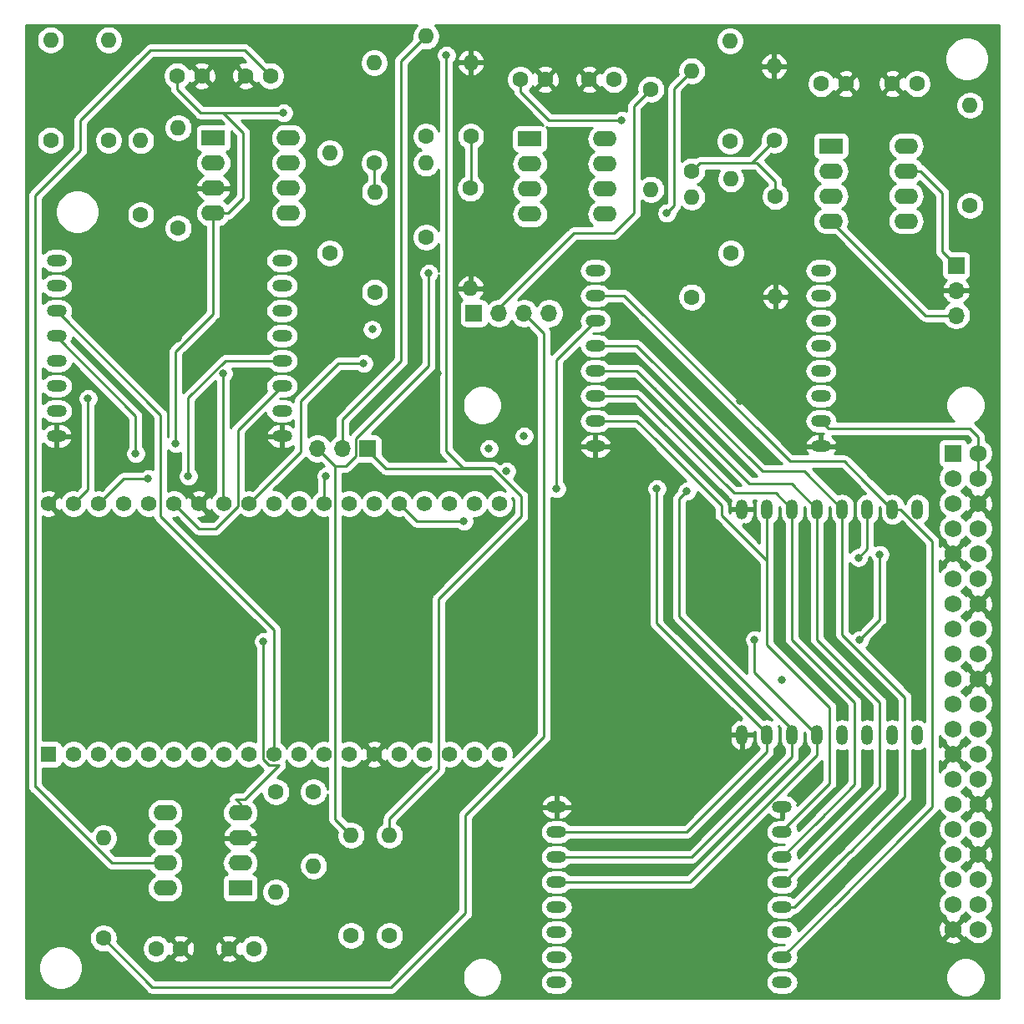
<source format=gbr>
%TF.GenerationSoftware,KiCad,Pcbnew,(5.1.8)-1*%
%TF.CreationDate,2021-04-19T22:21:17+02:00*%
%TF.ProjectId,Adapterboard,41646170-7465-4726-926f-6172642e6b69,rev?*%
%TF.SameCoordinates,Original*%
%TF.FileFunction,Copper,L2,Bot*%
%TF.FilePolarity,Positive*%
%FSLAX46Y46*%
G04 Gerber Fmt 4.6, Leading zero omitted, Abs format (unit mm)*
G04 Created by KiCad (PCBNEW (5.1.8)-1) date 2021-04-19 22:21:17*
%MOMM*%
%LPD*%
G01*
G04 APERTURE LIST*
%TA.AperFunction,ComponentPad*%
%ADD10C,1.750000*%
%TD*%
%TA.AperFunction,ComponentPad*%
%ADD11R,1.750000X1.750000*%
%TD*%
%TA.AperFunction,ComponentPad*%
%ADD12O,1.200000X2.000000*%
%TD*%
%TA.AperFunction,ComponentPad*%
%ADD13O,2.000000X1.200000*%
%TD*%
%TA.AperFunction,ComponentPad*%
%ADD14O,2.400000X1.600000*%
%TD*%
%TA.AperFunction,ComponentPad*%
%ADD15R,2.400000X1.600000*%
%TD*%
%TA.AperFunction,ComponentPad*%
%ADD16C,1.600000*%
%TD*%
%TA.AperFunction,ComponentPad*%
%ADD17O,1.700000X1.700000*%
%TD*%
%TA.AperFunction,ComponentPad*%
%ADD18R,1.700000X1.700000*%
%TD*%
%TA.AperFunction,ComponentPad*%
%ADD19O,1.600000X1.600000*%
%TD*%
%TA.AperFunction,ComponentPad*%
%ADD20C,1.560000*%
%TD*%
%TA.AperFunction,ComponentPad*%
%ADD21R,1.560000X1.560000*%
%TD*%
%TA.AperFunction,ViaPad*%
%ADD22C,0.800000*%
%TD*%
%TA.AperFunction,Conductor*%
%ADD23C,0.250000*%
%TD*%
%TA.AperFunction,Conductor*%
%ADD24C,0.254000*%
%TD*%
%TA.AperFunction,Conductor*%
%ADD25C,0.100000*%
%TD*%
G04 APERTURE END LIST*
D10*
%TO.P,J101,39*%
%TO.N,GND*%
X119692420Y-117314980D03*
%TO.P,J101,40*%
%TO.N,Net-(J101-Pad40)*%
X122232420Y-117314980D03*
%TO.P,J101,37*%
%TO.N,Net-(J101-Pad37)*%
X119692420Y-114774980D03*
%TO.P,J101,38*%
%TO.N,Net-(J101-Pad38)*%
X122232420Y-114774980D03*
%TO.P,J101,35*%
%TO.N,Net-(J101-Pad35)*%
X119692420Y-112234980D03*
%TO.P,J101,36*%
%TO.N,PI_RESET_ESP*%
X122232420Y-112234980D03*
%TO.P,J101,33*%
%TO.N,Net-(J101-Pad33)*%
X119692420Y-109694980D03*
%TO.P,J101,34*%
%TO.N,GND*%
X122232420Y-109694980D03*
%TO.P,J101,31*%
%TO.N,Net-(J101-Pad31)*%
X119692420Y-107154980D03*
%TO.P,J101,32*%
%TO.N,Net-(J101-Pad32)*%
X122232420Y-107154980D03*
%TO.P,J101,26*%
%TO.N,Net-(J101-Pad26)*%
X122232420Y-99534980D03*
%TO.P,J101,25*%
%TO.N,GND*%
X119692420Y-99534980D03*
%TO.P,J101,22*%
%TO.N,Net-(J101-Pad22)*%
X122232420Y-94454980D03*
%TO.P,J101,21*%
%TO.N,PI_MISO*%
X119692420Y-94454980D03*
%TO.P,J101,20*%
%TO.N,GND*%
X122232420Y-91914980D03*
%TO.P,J101,19*%
%TO.N,PI_MOSI*%
X119692420Y-91914980D03*
%TO.P,J101,18*%
%TO.N,Net-(J101-Pad18)*%
X122232420Y-89374980D03*
%TO.P,J101,17*%
%TO.N,Net-(J101-Pad17)*%
X119692420Y-89374980D03*
%TO.P,J101,16*%
%TO.N,Net-(J101-Pad16)*%
X122232420Y-86834980D03*
%TO.P,J101,15*%
%TO.N,Net-(J101-Pad15)*%
X119692420Y-86834980D03*
%TO.P,J101,14*%
%TO.N,GND*%
X122232420Y-84294980D03*
%TO.P,J101,13*%
%TO.N,Net-(J101-Pad13)*%
X119692420Y-84294980D03*
%TO.P,J101,12*%
%TO.N,Net-(J101-Pad12)*%
X122232420Y-81754980D03*
%TO.P,J101,11*%
%TO.N,PI_HANDSHAKE*%
X119692420Y-81754980D03*
%TO.P,J101,10*%
%TO.N,Net-(J101-Pad10)*%
X122232420Y-79214980D03*
%TO.P,J101,9*%
%TO.N,GND*%
X119692420Y-79214980D03*
%TO.P,J101,8*%
%TO.N,Net-(J101-Pad8)*%
X122232420Y-76674980D03*
%TO.P,J101,7*%
%TO.N,Net-(J101-Pad7)*%
X119692420Y-76674980D03*
%TO.P,J101,6*%
%TO.N,GND*%
X122232420Y-74134980D03*
%TO.P,J101,5*%
%TO.N,Net-(J101-Pad5)*%
X119692420Y-74134980D03*
%TO.P,J101,4*%
%TO.N,+5V*%
X122232420Y-71594980D03*
%TO.P,J101,3*%
%TO.N,Net-(J101-Pad3)*%
X119692420Y-71594980D03*
%TO.P,J101,2*%
%TO.N,+5V*%
X122232420Y-69054980D03*
D11*
%TO.P,J101,1*%
%TO.N,Net-(J101-Pad1)*%
X119692420Y-69054980D03*
D10*
%TO.P,J101,23*%
%TO.N,PI_SCK*%
X119692420Y-96994980D03*
%TO.P,J101,24*%
%TO.N,PI_CS*%
X122232420Y-96994980D03*
%TO.P,J101,30*%
%TO.N,GND*%
X122232420Y-104614980D03*
%TO.P,J101,29*%
%TO.N,Net-(J101-Pad29)*%
X119692420Y-104614980D03*
%TO.P,J101,28*%
%TO.N,Net-(J101-Pad28)*%
X122232420Y-102074980D03*
%TO.P,J101,27*%
%TO.N,Net-(J101-Pad27)*%
X119692420Y-102074980D03*
%TD*%
D12*
%TO.P,Socket3,8*%
%TO.N,GND*%
X98298000Y-74739500D03*
%TO.P,Socket3,9*%
X98298000Y-97599500D03*
%TO.P,Socket3,7*%
%TO.N,+3V3*%
X100838000Y-74739500D03*
%TO.P,Socket3,10*%
%TO.N,+5V*%
X100838000Y-97599500D03*
%TO.P,Socket3,6*%
%TO.N,ESP32_SDI*%
X103378000Y-74739500D03*
%TO.P,Socket3,11*%
%TO.N,ESP32_SDA*%
X103378000Y-97599500D03*
%TO.P,Socket3,5*%
%TO.N,ESP32_SDO*%
X105918000Y-74739500D03*
%TO.P,Socket3,12*%
%TO.N,ESP32_SCL*%
X105918000Y-97599500D03*
%TO.P,Socket3,4*%
%TO.N,ESP32_SCK*%
X108458000Y-74739500D03*
%TO.P,Socket3,13*%
%TO.N,Net-(Socket3-Pad13)*%
X108458000Y-97599500D03*
%TO.P,Socket3,3*%
%TO.N,ESP32_CS3*%
X110998000Y-74739500D03*
%TO.P,Socket3,14*%
%TO.N,Net-(Socket3-Pad14)*%
X110998000Y-97599500D03*
%TO.P,Socket3,2*%
%TO.N,ESP32_MIKROE_RST*%
X113538000Y-74739500D03*
%TO.P,Socket3,15*%
%TO.N,Net-(Socket3-Pad15)*%
X113538000Y-97599500D03*
%TO.P,Socket3,1*%
%TO.N,Net-(Socket3-Pad1)*%
X116078000Y-74739500D03*
%TO.P,Socket3,16*%
%TO.N,Net-(Socket3-Pad16)*%
X116078000Y-97599500D03*
%TD*%
D13*
%TO.P,Socket1,8*%
%TO.N,GND*%
X28808680Y-67310000D03*
%TO.P,Socket1,9*%
X51668680Y-67310000D03*
%TO.P,Socket1,7*%
%TO.N,+3V3*%
X28808680Y-64770000D03*
%TO.P,Socket1,10*%
%TO.N,+5V*%
X51668680Y-64770000D03*
%TO.P,Socket1,6*%
%TO.N,ESP32_SDI*%
X28808680Y-62230000D03*
%TO.P,Socket1,11*%
%TO.N,ESP32_SDA*%
X51668680Y-62230000D03*
%TO.P,Socket1,5*%
%TO.N,ESP32_SDO*%
X28808680Y-59690000D03*
%TO.P,Socket1,12*%
%TO.N,ESP32_SCL*%
X51668680Y-59690000D03*
%TO.P,Socket1,4*%
%TO.N,ESP32_SCK*%
X28808680Y-57150000D03*
%TO.P,Socket1,13*%
%TO.N,Net-(Socket1-Pad13)*%
X51668680Y-57150000D03*
%TO.P,Socket1,3*%
%TO.N,ESP32_CS1*%
X28808680Y-54610000D03*
%TO.P,Socket1,14*%
%TO.N,Net-(Socket1-Pad14)*%
X51668680Y-54610000D03*
%TO.P,Socket1,2*%
%TO.N,ESP32_MIKROE_RST*%
X28808680Y-52070000D03*
%TO.P,Socket1,15*%
%TO.N,Net-(Socket1-Pad15)*%
X51668680Y-52070000D03*
%TO.P,Socket1,1*%
%TO.N,Net-(Socket1-Pad1)*%
X28808680Y-49530000D03*
%TO.P,Socket1,16*%
%TO.N,Net-(Socket1-Pad16)*%
X51668680Y-49530000D03*
%TD*%
D14*
%TO.P,U101,8*%
%TO.N,Net-(U101-Pad8)*%
X52324000Y-37084000D03*
%TO.P,U101,4*%
%TO.N,-15V*%
X44704000Y-44704000D03*
%TO.P,U101,7*%
%TO.N,+15V*%
X52324000Y-39624000D03*
%TO.P,U101,3*%
%TO.N,GND*%
X44704000Y-42164000D03*
%TO.P,U101,6*%
%TO.N,Net-(C104-Pad1)*%
X52324000Y-42164000D03*
%TO.P,U101,2*%
%TO.N,Net-(C104-Pad2)*%
X44704000Y-39624000D03*
%TO.P,U101,5*%
%TO.N,Net-(U101-Pad5)*%
X52324000Y-44704000D03*
D15*
%TO.P,U101,1*%
%TO.N,Net-(U101-Pad1)*%
X44704000Y-37084000D03*
%TD*%
D16*
%TO.P,C114,2*%
%TO.N,GND*%
X113532280Y-31597600D03*
%TO.P,C114,1*%
%TO.N,+15V*%
X116032280Y-31597600D03*
%TD*%
%TO.P,C113,2*%
%TO.N,GND*%
X41402640Y-119263160D03*
%TO.P,C113,1*%
%TO.N,+15V*%
X38902640Y-119263160D03*
%TD*%
%TO.P,C110,2*%
%TO.N,-15V*%
X106328840Y-31597600D03*
%TO.P,C110,1*%
%TO.N,GND*%
X108828840Y-31597600D03*
%TD*%
%TO.P,C109,2*%
%TO.N,-15V*%
X48804000Y-119263160D03*
%TO.P,C109,1*%
%TO.N,GND*%
X46304000Y-119263160D03*
%TD*%
%TO.P,C107,2*%
%TO.N,GND*%
X82800820Y-31183580D03*
%TO.P,C107,1*%
%TO.N,+15V*%
X85300820Y-31183580D03*
%TD*%
%TO.P,C106,2*%
%TO.N,GND*%
X47997740Y-30792420D03*
%TO.P,C106,1*%
%TO.N,+15V*%
X50497740Y-30792420D03*
%TD*%
%TO.P,C103,2*%
%TO.N,-15V*%
X75843760Y-31158180D03*
%TO.P,C103,1*%
%TO.N,GND*%
X78343760Y-31158180D03*
%TD*%
%TO.P,C101,2*%
%TO.N,-15V*%
X41045760Y-30792420D03*
%TO.P,C101,1*%
%TO.N,GND*%
X43545760Y-30792420D03*
%TD*%
D17*
%TO.P,J104,4*%
%TO.N,Z-Y*%
X78740000Y-54864000D03*
%TO.P,J104,3*%
%TO.N,Z+Y*%
X76200000Y-54864000D03*
%TO.P,J104,2*%
%TO.N,Z-X*%
X73660000Y-54864000D03*
D18*
%TO.P,J104,1*%
%TO.N,Z+X*%
X71120000Y-54864000D03*
%TD*%
D14*
%TO.P,U105,8*%
%TO.N,Net-(U105-Pad8)*%
X114942125Y-37888100D03*
%TO.P,U105,4*%
%TO.N,-15V*%
X107322125Y-45508100D03*
%TO.P,U105,7*%
%TO.N,+15V*%
X114942125Y-40428100D03*
%TO.P,U105,3*%
%TO.N,Net-(C108-Pad1)*%
X107322125Y-42968100D03*
%TO.P,U105,6*%
%TO.N,Net-(C112-Pad1)*%
X114942125Y-42968100D03*
%TO.P,U105,2*%
%TO.N,Net-(C112-Pad2)*%
X107322125Y-40428100D03*
%TO.P,U105,5*%
%TO.N,Net-(U105-Pad5)*%
X114942125Y-45508100D03*
D15*
%TO.P,U105,1*%
%TO.N,Net-(U105-Pad1)*%
X107322125Y-37888100D03*
%TD*%
D14*
%TO.P,U104,8*%
%TO.N,Net-(U104-Pad8)*%
X39827200Y-113126520D03*
%TO.P,U104,4*%
%TO.N,-15V*%
X47447200Y-105506520D03*
%TO.P,U104,7*%
%TO.N,+15V*%
X39827200Y-110586520D03*
%TO.P,U104,3*%
%TO.N,GND*%
X47447200Y-108046520D03*
%TO.P,U104,6*%
%TO.N,Net-(C111-Pad1)*%
X39827200Y-108046520D03*
%TO.P,U104,2*%
%TO.N,Net-(C111-Pad2)*%
X47447200Y-110586520D03*
%TO.P,U104,5*%
%TO.N,Net-(U104-Pad5)*%
X39827200Y-105506520D03*
D15*
%TO.P,U104,1*%
%TO.N,Net-(U104-Pad1)*%
X47447200Y-113126520D03*
%TD*%
D14*
%TO.P,U102,8*%
%TO.N,Net-(U102-Pad8)*%
X84391500Y-37200840D03*
%TO.P,U102,4*%
%TO.N,-15V*%
X76771500Y-44820840D03*
%TO.P,U102,7*%
%TO.N,+15V*%
X84391500Y-39740840D03*
%TO.P,U102,3*%
%TO.N,Net-(C102-Pad1)*%
X76771500Y-42280840D03*
%TO.P,U102,6*%
%TO.N,Net-(C105-Pad1)*%
X84391500Y-42280840D03*
%TO.P,U102,2*%
%TO.N,Net-(C105-Pad2)*%
X76771500Y-39740840D03*
%TO.P,U102,5*%
%TO.N,Net-(U102-Pad5)*%
X84391500Y-44820840D03*
D15*
%TO.P,U102,1*%
%TO.N,Net-(U102-Pad1)*%
X76771500Y-37200840D03*
%TD*%
D13*
%TO.P,Socket4,8*%
%TO.N,GND*%
X102362000Y-104902000D03*
%TO.P,Socket4,9*%
X79502000Y-104902000D03*
%TO.P,Socket4,7*%
%TO.N,+3V3*%
X102362000Y-107442000D03*
%TO.P,Socket4,10*%
%TO.N,+5V*%
X79502000Y-107442000D03*
%TO.P,Socket4,6*%
%TO.N,ESP32_SDI*%
X102362000Y-109982000D03*
%TO.P,Socket4,11*%
%TO.N,ESP32_SDA*%
X79502000Y-109982000D03*
%TO.P,Socket4,5*%
%TO.N,ESP32_SDO*%
X102362000Y-112522000D03*
%TO.P,Socket4,12*%
%TO.N,ESP32_SCL*%
X79502000Y-112522000D03*
%TO.P,Socket4,4*%
%TO.N,ESP32_SCK*%
X102362000Y-115062000D03*
%TO.P,Socket4,13*%
%TO.N,Net-(Socket4-Pad13)*%
X79502000Y-115062000D03*
%TO.P,Socket4,3*%
%TO.N,Net-(Socket4-Pad3)*%
X102362000Y-117602000D03*
%TO.P,Socket4,14*%
%TO.N,Net-(Socket4-Pad14)*%
X79502000Y-117602000D03*
%TO.P,Socket4,2*%
%TO.N,ESP32_MIKROE_RST*%
X102362000Y-120142000D03*
%TO.P,Socket4,15*%
%TO.N,Net-(Socket4-Pad15)*%
X79502000Y-120142000D03*
%TO.P,Socket4,1*%
%TO.N,Net-(Socket4-Pad1)*%
X102362000Y-122682000D03*
%TO.P,Socket4,16*%
%TO.N,Net-(Socket4-Pad16)*%
X79502000Y-122682000D03*
%TD*%
%TO.P,Socket2,8*%
%TO.N,GND*%
X83439000Y-68326000D03*
%TO.P,Socket2,9*%
X106299000Y-68326000D03*
%TO.P,Socket2,7*%
%TO.N,+3V3*%
X83439000Y-65786000D03*
%TO.P,Socket2,10*%
%TO.N,+5V*%
X106299000Y-65786000D03*
%TO.P,Socket2,6*%
%TO.N,ESP32_SDI*%
X83439000Y-63246000D03*
%TO.P,Socket2,11*%
%TO.N,ESP32_SDA*%
X106299000Y-63246000D03*
%TO.P,Socket2,5*%
%TO.N,ESP32_SDO*%
X83439000Y-60706000D03*
%TO.P,Socket2,12*%
%TO.N,ESP32_SCL*%
X106299000Y-60706000D03*
%TO.P,Socket2,4*%
%TO.N,ESP32_SCK*%
X83439000Y-58166000D03*
%TO.P,Socket2,13*%
%TO.N,Net-(Socket2-Pad13)*%
X106299000Y-58166000D03*
%TO.P,Socket2,3*%
%TO.N,ESP32_CS2*%
X83439000Y-55626000D03*
%TO.P,Socket2,14*%
%TO.N,Net-(Socket2-Pad14)*%
X106299000Y-55626000D03*
%TO.P,Socket2,2*%
%TO.N,ESP32_MIKROE_RST*%
X83439000Y-53086000D03*
%TO.P,Socket2,15*%
%TO.N,Net-(Socket2-Pad15)*%
X106299000Y-53086000D03*
%TO.P,Socket2,1*%
%TO.N,Net-(Socket2-Pad1)*%
X83439000Y-50546000D03*
%TO.P,Socket2,16*%
%TO.N,Net-(Socket2-Pad16)*%
X106299000Y-50546000D03*
%TD*%
D19*
%TO.P,R118,2*%
%TO.N,Net-(C112-Pad1)*%
X121412000Y-33782000D03*
D16*
%TO.P,R118,1*%
%TO.N,Z-Y*%
X121412000Y-43942000D03*
%TD*%
D19*
%TO.P,R117,2*%
%TO.N,Net-(C111-Pad1)*%
X33563560Y-108064300D03*
D16*
%TO.P,R117,1*%
%TO.N,Z+Y*%
X33563560Y-118224300D03*
%TD*%
D19*
%TO.P,R116,2*%
%TO.N,Net-(C112-Pad2)*%
X93210380Y-43058080D03*
D16*
%TO.P,R116,1*%
%TO.N,Net-(C112-Pad1)*%
X93210380Y-53218080D03*
%TD*%
D19*
%TO.P,R115,2*%
%TO.N,Net-(C111-Pad2)*%
X51054000Y-113538000D03*
D16*
%TO.P,R115,1*%
%TO.N,Net-(C111-Pad1)*%
X51054000Y-103378000D03*
%TD*%
D19*
%TO.P,R114,2*%
%TO.N,Z*%
X97094040Y-27251660D03*
D16*
%TO.P,R114,1*%
%TO.N,Net-(C112-Pad2)*%
X97094040Y-37411660D03*
%TD*%
D19*
%TO.P,R113,2*%
%TO.N,GND*%
X101691440Y-53190140D03*
D16*
%TO.P,R113,1*%
%TO.N,Net-(C108-Pad1)*%
X101691440Y-43030140D03*
%TD*%
D19*
%TO.P,R112,2*%
%TO.N,Z*%
X62570360Y-107774740D03*
D16*
%TO.P,R112,1*%
%TO.N,Net-(C111-Pad2)*%
X62570360Y-117934740D03*
%TD*%
D19*
%TO.P,R111,2*%
%TO.N,Y*%
X58679080Y-107774740D03*
D16*
%TO.P,R111,1*%
%TO.N,Net-(C111-Pad2)*%
X58679080Y-117934740D03*
%TD*%
D19*
%TO.P,R110,2*%
%TO.N,Y*%
X93212920Y-30292040D03*
D16*
%TO.P,R110,1*%
%TO.N,Net-(C108-Pad1)*%
X93212920Y-40452040D03*
%TD*%
D19*
%TO.P,R109,2*%
%TO.N,Net-(C105-Pad1)*%
X89075260Y-42301160D03*
D16*
%TO.P,R109,1*%
%TO.N,Z-X*%
X89075260Y-32141160D03*
%TD*%
D19*
%TO.P,R108,2*%
%TO.N,Net-(C104-Pad1)*%
X56507380Y-38613080D03*
D16*
%TO.P,R108,1*%
%TO.N,Z+X*%
X56507380Y-48773080D03*
%TD*%
D19*
%TO.P,R107,2*%
%TO.N,Net-(C105-Pad2)*%
X61059060Y-42560240D03*
D16*
%TO.P,R107,1*%
%TO.N,Net-(C105-Pad1)*%
X61059060Y-52720240D03*
%TD*%
D19*
%TO.P,R106,2*%
%TO.N,Net-(C104-Pad2)*%
X41148000Y-36068000D03*
D16*
%TO.P,R106,1*%
%TO.N,Net-(C104-Pad1)*%
X41148000Y-46228000D03*
%TD*%
D19*
%TO.P,R105,2*%
%TO.N,Z*%
X61026040Y-29479240D03*
D16*
%TO.P,R105,1*%
%TO.N,Net-(C105-Pad2)*%
X61026040Y-39639240D03*
%TD*%
D19*
%TO.P,R104,2*%
%TO.N,GND*%
X70774560Y-52354480D03*
D16*
%TO.P,R104,1*%
%TO.N,Net-(C102-Pad1)*%
X70774560Y-42194480D03*
%TD*%
D19*
%TO.P,R103,2*%
%TO.N,X*%
X66248280Y-26791920D03*
D16*
%TO.P,R103,1*%
%TO.N,Net-(C102-Pad1)*%
X66248280Y-36951920D03*
%TD*%
D19*
%TO.P,R102,2*%
%TO.N,Z*%
X28209240Y-27160220D03*
D16*
%TO.P,R102,1*%
%TO.N,Net-(C104-Pad2)*%
X28209240Y-37320220D03*
%TD*%
D19*
%TO.P,R101,2*%
%TO.N,X*%
X34104580Y-27155140D03*
D16*
%TO.P,R101,1*%
%TO.N,Net-(C104-Pad2)*%
X34104580Y-37315140D03*
%TD*%
D17*
%TO.P,J103,3*%
%TO.N,Y*%
X55268000Y-68580000D03*
%TO.P,J103,2*%
%TO.N,X*%
X57808000Y-68580000D03*
D18*
%TO.P,J103,1*%
%TO.N,Z*%
X60348000Y-68580000D03*
%TD*%
D17*
%TO.P,J102,3*%
%TO.N,-15V*%
X120000000Y-55080000D03*
%TO.P,J102,2*%
%TO.N,GND*%
X120000000Y-52540000D03*
D18*
%TO.P,J102,1*%
%TO.N,+15V*%
X120000000Y-50000000D03*
%TD*%
D19*
%TO.P,C112,2*%
%TO.N,Net-(C112-Pad2)*%
X97155000Y-41255300D03*
D16*
%TO.P,C112,1*%
%TO.N,Net-(C112-Pad1)*%
X97155000Y-48755300D03*
%TD*%
D19*
%TO.P,C111,2*%
%TO.N,Net-(C111-Pad2)*%
X54864000Y-110878000D03*
D16*
%TO.P,C111,1*%
%TO.N,Net-(C111-Pad1)*%
X54864000Y-103378000D03*
%TD*%
D19*
%TO.P,C108,2*%
%TO.N,GND*%
X101554280Y-29832920D03*
D16*
%TO.P,C108,1*%
%TO.N,Net-(C108-Pad1)*%
X101554280Y-37332920D03*
%TD*%
D19*
%TO.P,C105,2*%
%TO.N,Net-(C105-Pad2)*%
X66281300Y-39657640D03*
D16*
%TO.P,C105,1*%
%TO.N,Net-(C105-Pad1)*%
X66281300Y-47157640D03*
%TD*%
D19*
%TO.P,C104,2*%
%TO.N,Net-(C104-Pad2)*%
X37350700Y-37369100D03*
D16*
%TO.P,C104,1*%
%TO.N,Net-(C104-Pad1)*%
X37350700Y-44869100D03*
%TD*%
D19*
%TO.P,C102,2*%
%TO.N,GND*%
X70797420Y-29441760D03*
D16*
%TO.P,C102,1*%
%TO.N,Net-(C102-Pad1)*%
X70797420Y-36941760D03*
%TD*%
D20*
%TO.P,U103,38*%
%TO.N,Net-(U103-Pad38)*%
X73712000Y-74168000D03*
%TO.P,U103,37*%
%TO.N,Net-(U103-Pad37)*%
X71172000Y-74168000D03*
%TO.P,U103,36*%
%TO.N,Net-(U103-Pad36)*%
X68632000Y-74168000D03*
%TO.P,U103,35*%
%TO.N,PI_CS*%
X66092000Y-74168000D03*
%TO.P,U103,34*%
%TO.N,PI_HANDSHAKE*%
X63552000Y-74168000D03*
%TO.P,U103,33*%
%TO.N,Net-(U103-Pad33)*%
X61012000Y-74168000D03*
%TO.P,U103,32*%
%TO.N,Net-(U103-Pad32)*%
X58472000Y-74168000D03*
%TO.P,U103,31*%
%TO.N,ESP32_CS2*%
X55932000Y-74168000D03*
%TO.P,U103,30*%
%TO.N,Net-(U103-Pad30)*%
X53392000Y-74168000D03*
%TO.P,U103,29*%
%TO.N,ESP32_CS3*%
X50852000Y-74168000D03*
%TO.P,U103,28*%
%TO.N,ESP32_SCK*%
X48312000Y-74168000D03*
%TO.P,U103,27*%
%TO.N,ESP32_SDO*%
X45772000Y-74168000D03*
%TO.P,U103,26*%
%TO.N,GND*%
X43232000Y-74168000D03*
%TO.P,U103,25*%
%TO.N,ESP32_SDA*%
X40692000Y-74168000D03*
%TO.P,U103,24*%
%TO.N,Net-(U103-Pad24)*%
X38152000Y-74168000D03*
%TO.P,U103,23*%
%TO.N,Net-(U103-Pad23)*%
X35612000Y-74168000D03*
%TO.P,U103,22*%
%TO.N,ESP32_SCL*%
X33072000Y-74168000D03*
%TO.P,U103,21*%
%TO.N,ESP32_SDI*%
X30532000Y-74168000D03*
%TO.P,U103,20*%
%TO.N,GND*%
X27992000Y-74168000D03*
%TO.P,U103,18*%
%TO.N,Net-(U103-Pad18)*%
X71172000Y-99568000D03*
%TO.P,U103,17*%
%TO.N,Net-(U103-Pad17)*%
X68632000Y-99568000D03*
%TO.P,U103,16*%
%TO.N,Net-(U103-Pad16)*%
X66092000Y-99568000D03*
%TO.P,U103,15*%
%TO.N,PI_MOSI*%
X63552000Y-99568000D03*
%TO.P,U103,14*%
%TO.N,GND*%
X61012000Y-99568000D03*
%TO.P,U103,13*%
%TO.N,PI_MISO*%
X58472000Y-99568000D03*
%TO.P,U103,12*%
%TO.N,PI_SCK*%
X55932000Y-99568000D03*
%TO.P,U103,11*%
%TO.N,Net-(U103-Pad11)*%
X53392000Y-99568000D03*
%TO.P,U103,10*%
%TO.N,ESP32_CS1*%
X50852000Y-99568000D03*
%TO.P,U103,9*%
%TO.N,Net-(U103-Pad9)*%
X48312000Y-99568000D03*
%TO.P,U103,8*%
%TO.N,Net-(U103-Pad8)*%
X45772000Y-99568000D03*
%TO.P,U103,7*%
%TO.N,Net-(U103-Pad7)*%
X43232000Y-99568000D03*
%TO.P,U103,6*%
%TO.N,Net-(U103-Pad6)*%
X40692000Y-99568000D03*
%TO.P,U103,5*%
%TO.N,Net-(U103-Pad5)*%
X38152000Y-99568000D03*
%TO.P,U103,4*%
%TO.N,Net-(U103-Pad4)*%
X35612000Y-99568000D03*
%TO.P,U103,3*%
%TO.N,Net-(U103-Pad3)*%
X33072000Y-99568000D03*
%TO.P,U103,19*%
%TO.N,Net-(U103-Pad19)*%
X73712000Y-99568000D03*
%TO.P,U103,2*%
%TO.N,PI_RESET_ESP*%
X30532000Y-99568000D03*
D21*
%TO.P,U103,1*%
%TO.N,+3V3*%
X27992000Y-99568000D03*
%TD*%
D22*
%TO.N,GND*%
X98107500Y-63754000D03*
X75184000Y-62738000D03*
X76454000Y-65532000D03*
X104140000Y-36830000D03*
X55372000Y-29718000D03*
X41148000Y-57404000D03*
%TO.N,-15V*%
X51816000Y-34544000D03*
X86106000Y-35306000D03*
%TO.N,Z*%
X68326000Y-28702000D03*
%TO.N,ESP32_CS2*%
X79502000Y-72644000D03*
%TO.N,ESP32_SDA*%
X76200000Y-67310000D03*
%TO.N,ESP32_SDI*%
X72644000Y-68580000D03*
%TO.N,GND*%
X84709000Y-86106000D03*
X57340500Y-57277000D03*
X70040500Y-66294000D03*
X67437000Y-60960000D03*
X86677500Y-95313500D03*
X47053500Y-62293500D03*
X44196000Y-64960500D03*
X88074500Y-75565000D03*
X109982000Y-77851000D03*
X107188000Y-84328000D03*
X104521000Y-84137500D03*
X101981000Y-84010500D03*
X54165500Y-83375500D03*
X66294000Y-105156000D03*
X104140000Y-32067500D03*
X53975000Y-71183500D03*
X60515500Y-70612000D03*
X98298000Y-67056000D03*
X96520000Y-84937600D03*
X114858800Y-85242400D03*
X110185200Y-84226400D03*
X104749600Y-103378000D03*
X108458000Y-100126800D03*
X111048800Y-100076000D03*
X99009200Y-59944000D03*
%TO.N,PI_MOSI*%
X102298500Y-92011500D03*
%TO.N,-15V*%
X49784000Y-88138000D03*
X40894000Y-68072000D03*
%TO.N,PI_HANDSHAKE*%
X70104000Y-75946000D03*
%TO.N,+5V*%
X89662000Y-72644000D03*
%TO.N,Y*%
X66548000Y-50800000D03*
X90672920Y-44709080D03*
%TO.N,ESP32_CS2*%
X56134000Y-71374000D03*
%TO.N,ESP32_CS3*%
X110109000Y-79629000D03*
%TO.N,ESP32_SCK*%
X36830000Y-69088000D03*
X59944000Y-59944000D03*
%TO.N,ESP32_SDO*%
X45720000Y-60960000D03*
%TO.N,ESP32_SDA*%
X92710000Y-72898000D03*
%TO.N,ESP32_SCL*%
X38100000Y-71628000D03*
X42164000Y-71374000D03*
X112268000Y-79311500D03*
X99568000Y-87947500D03*
X110236000Y-87947500D03*
%TO.N,ESP32_SDI*%
X32004000Y-63500000D03*
%TO.N,+3V3*%
X74422000Y-70866000D03*
%TO.N,ESP32_MIKROE_RST*%
X60814770Y-56496770D03*
%TD*%
D23*
%TO.N,-15V*%
X51816000Y-34544000D02*
X43434000Y-34544000D01*
X41045760Y-32155760D02*
X41045760Y-30792420D01*
X43434000Y-34544000D02*
X41045760Y-32155760D01*
X75843760Y-32409760D02*
X75843760Y-31158180D01*
X78740000Y-35306000D02*
X77343000Y-33909000D01*
X86106000Y-35306000D02*
X78740000Y-35306000D01*
X77343000Y-33909000D02*
X75843760Y-32409760D01*
X77470000Y-34036000D02*
X77343000Y-33909000D01*
X116894025Y-55080000D02*
X107322125Y-45508100D01*
X120000000Y-55080000D02*
X116894025Y-55080000D01*
X43434000Y-34544000D02*
X45720000Y-34544000D01*
X45720000Y-34544000D02*
X47752000Y-36576000D01*
X47752000Y-36576000D02*
X47752000Y-43180000D01*
X46228000Y-44704000D02*
X44704000Y-44704000D01*
X47752000Y-43180000D02*
X46228000Y-44704000D01*
%TO.N,Net-(C102-Pad1)*%
X70797420Y-42171620D02*
X70774560Y-42194480D01*
X70797420Y-36941760D02*
X70797420Y-42171620D01*
%TO.N,Net-(C105-Pad2)*%
X61026040Y-42527220D02*
X61059060Y-42560240D01*
X61026040Y-39639240D02*
X61026040Y-42527220D01*
%TO.N,+15V*%
X114942125Y-40428100D02*
X116374100Y-40428100D01*
X116374100Y-40428100D02*
X118618000Y-42672000D01*
X118618000Y-48618000D02*
X120000000Y-50000000D01*
X118618000Y-42672000D02*
X118618000Y-48618000D01*
%TO.N,Net-(C108-Pad1)*%
X93212920Y-40452040D02*
X94040960Y-39624000D01*
X99263200Y-39624000D02*
X101554280Y-37332920D01*
X94040960Y-39624000D02*
X99263200Y-39624000D01*
X99263200Y-39624000D02*
X99822000Y-39624000D01*
X101691440Y-41493440D02*
X101691440Y-43030140D01*
X99822000Y-39624000D02*
X101691440Y-41493440D01*
%TO.N,Net-(C111-Pad2)*%
X47447200Y-110586520D02*
X46324520Y-110586520D01*
%TO.N,+5V*%
X122232420Y-67368420D02*
X121412000Y-66548000D01*
X122232420Y-69054980D02*
X122232420Y-67368420D01*
X122232420Y-69054980D02*
X122232420Y-71594980D01*
%TO.N,Y*%
X90672920Y-44709080D02*
X91440000Y-43942000D01*
X91440000Y-32064960D02*
X93212920Y-30292040D01*
X91440000Y-43942000D02*
X91440000Y-32064960D01*
%TO.N,X*%
X66248280Y-26791920D02*
X63754000Y-29286200D01*
%TO.N,Z-X*%
X87376000Y-33840420D02*
X89075260Y-32141160D01*
X87376000Y-44704000D02*
X87376000Y-33840420D01*
X85344000Y-46736000D02*
X87376000Y-44704000D01*
X81280000Y-46736000D02*
X85344000Y-46736000D01*
X75184000Y-52832000D02*
X79248000Y-48768000D01*
X79248000Y-48768000D02*
X81280000Y-46736000D01*
X78486000Y-49530000D02*
X79248000Y-48768000D01*
X73660000Y-54864000D02*
X73660000Y-54356000D01*
X73660000Y-54356000D02*
X75184000Y-52832000D01*
%TO.N,ESP32_SDI*%
X28808680Y-62501780D02*
X28430220Y-62501780D01*
%TO.N,-15V*%
X47447200Y-105506520D02*
X47447200Y-104597200D01*
X47447200Y-104597200D02*
X46990000Y-104140000D01*
X49746999Y-100098401D02*
X49746999Y-88354999D01*
X51382401Y-100673001D02*
X50321599Y-100673001D01*
X50321599Y-100673001D02*
X49746999Y-100098401D01*
X47915402Y-104140000D02*
X51382401Y-100673001D01*
X46990000Y-104140000D02*
X47915402Y-104140000D01*
X49746999Y-88175001D02*
X49784000Y-88138000D01*
X49746999Y-88354999D02*
X49746999Y-88175001D01*
X44704000Y-54921002D02*
X44704000Y-44704000D01*
X40894000Y-58731002D02*
X44704000Y-54921002D01*
X40894000Y-68072000D02*
X40894000Y-58731002D01*
%TO.N,+15V*%
X47899320Y-28194000D02*
X50497740Y-30792420D01*
X31242000Y-35306000D02*
X38354000Y-28194000D01*
X31242000Y-38354000D02*
X31242000Y-35306000D01*
X38354000Y-28194000D02*
X47899320Y-28194000D01*
X26670000Y-42926000D02*
X31242000Y-38354000D01*
X26670000Y-102870000D02*
X26670000Y-42926000D01*
X34420778Y-110586520D02*
X26704258Y-102870000D01*
X26704258Y-102870000D02*
X26670000Y-102870000D01*
X39827200Y-110586520D02*
X34420778Y-110586520D01*
%TO.N,PI_HANDSHAKE*%
X65330000Y-75946000D02*
X63552000Y-74168000D01*
X70104000Y-75946000D02*
X65330000Y-75946000D01*
%TO.N,+5V*%
X91440000Y-107442000D02*
X79502000Y-107442000D01*
X91440000Y-107442000D02*
X92710000Y-107442000D01*
X100838000Y-99314000D02*
X100838000Y-97599500D01*
X92710000Y-107442000D02*
X100838000Y-99314000D01*
X100838000Y-97472500D02*
X89662000Y-86296500D01*
X100838000Y-97599500D02*
X100838000Y-97472500D01*
X89662000Y-72644000D02*
X89662000Y-86296500D01*
X106299000Y-65786000D02*
X107061000Y-66548000D01*
X107061000Y-66548000D02*
X121285000Y-66548000D01*
X121285000Y-66548000D02*
X121412000Y-66548000D01*
X118364000Y-66548000D02*
X121285000Y-66548000D01*
%TO.N,Y*%
X57037001Y-70349001D02*
X55268000Y-68580000D01*
X57037001Y-106132661D02*
X57037001Y-70349001D01*
X58679080Y-107774740D02*
X57037001Y-106132661D01*
X59172999Y-69351001D02*
X59172999Y-67573001D01*
X58174999Y-70349001D02*
X59172999Y-69351001D01*
X57037001Y-70349001D02*
X58174999Y-70349001D01*
X66548000Y-60198000D02*
X66548000Y-50800000D01*
X59172999Y-67573001D02*
X66548000Y-60198000D01*
%TO.N,X*%
X57808000Y-65636000D02*
X63754000Y-59690000D01*
X57808000Y-68580000D02*
X57808000Y-65636000D01*
X63754000Y-29286200D02*
X63754000Y-59690000D01*
%TO.N,Z*%
X75946000Y-73406000D02*
X75888998Y-73406000D01*
X75946000Y-75438000D02*
X75946000Y-73406000D01*
X67526999Y-83857001D02*
X75946000Y-75438000D01*
X67526999Y-101129001D02*
X67526999Y-83857001D01*
X62570360Y-106085640D02*
X67526999Y-101129001D01*
X70000000Y-70508000D02*
X68326000Y-68834000D01*
X62570360Y-107774740D02*
X62570360Y-106085640D01*
X68326000Y-62484000D02*
X68326000Y-28702000D01*
X68326000Y-68834000D02*
X68326000Y-62484000D01*
X60348000Y-68580000D02*
X60348000Y-68730000D01*
X60348000Y-68730000D02*
X62230000Y-70612000D01*
X70104000Y-70612000D02*
X70208000Y-70508000D01*
X70208000Y-70508000D02*
X70000000Y-70508000D01*
X62230000Y-70612000D02*
X70104000Y-70612000D01*
X72990998Y-70508000D02*
X70208000Y-70508000D01*
X73094998Y-70612000D02*
X73123499Y-70640501D01*
X70104000Y-70612000D02*
X73094998Y-70612000D01*
X73123499Y-70640501D02*
X72990998Y-70508000D01*
X75888998Y-73406000D02*
X73123499Y-70640501D01*
%TO.N,Z+Y*%
X78232000Y-56896000D02*
X76200000Y-54864000D01*
X70262419Y-105759581D02*
X70262419Y-115665581D01*
X78232000Y-97790000D02*
X70262419Y-105759581D01*
X78232000Y-97790000D02*
X78232000Y-56896000D01*
X70262419Y-115665581D02*
X62738000Y-123190000D01*
X38529260Y-123190000D02*
X33563560Y-118224300D01*
X62738000Y-123190000D02*
X38529260Y-123190000D01*
%TO.N,ESP32_CS2*%
X55932000Y-71576000D02*
X56134000Y-71374000D01*
X55932000Y-74168000D02*
X55932000Y-71576000D01*
X79502000Y-59563000D02*
X83439000Y-55626000D01*
X79502000Y-72644000D02*
X79502000Y-59563000D01*
%TO.N,ESP32_CS3*%
X110998000Y-78740000D02*
X110998000Y-74739500D01*
X110109000Y-79629000D02*
X110998000Y-78740000D01*
%TO.N,ESP32_SCK*%
X28808680Y-57150000D02*
X28808680Y-57256680D01*
X36830000Y-65278000D02*
X36830000Y-69088000D01*
X28808680Y-57256680D02*
X36830000Y-65278000D01*
X59944000Y-59944000D02*
X57404000Y-59944000D01*
X57404000Y-59944000D02*
X53594000Y-63754000D01*
X53594000Y-68886000D02*
X48312000Y-74168000D01*
X53594000Y-63754000D02*
X53594000Y-68886000D01*
X103612000Y-115062000D02*
X102362000Y-115062000D01*
X109220000Y-109454000D02*
X103612000Y-115062000D01*
X109240000Y-109454000D02*
X109220000Y-109454000D01*
X111760000Y-106934000D02*
X109240000Y-109454000D01*
X114554000Y-104140000D02*
X111760000Y-106934000D01*
X114808000Y-103886000D02*
X114554000Y-104140000D01*
X114808000Y-93789500D02*
X114808000Y-103886000D01*
X108458000Y-87439500D02*
X114808000Y-93789500D01*
X108458000Y-74739500D02*
X108458000Y-87439500D01*
X108040001Y-74321501D02*
X108458000Y-74739500D01*
X104616250Y-70897750D02*
X108458000Y-74739500D01*
X100361750Y-70897750D02*
X104616250Y-70897750D01*
X87630000Y-58166000D02*
X100361750Y-70897750D01*
X83439000Y-58166000D02*
X87630000Y-58166000D01*
%TO.N,ESP32_SDO*%
X45720000Y-74116000D02*
X45772000Y-74168000D01*
X45720000Y-60960000D02*
X45720000Y-74116000D01*
X102616000Y-112522000D02*
X102362000Y-112522000D01*
X112268000Y-94297500D02*
X112268000Y-102870000D01*
X105918000Y-87947500D02*
X112268000Y-94297500D01*
X112268000Y-102870000D02*
X102616000Y-112522000D01*
X105918000Y-74739500D02*
X105918000Y-87947500D01*
X103314500Y-72136000D02*
X99060000Y-72136000D01*
X105918000Y-74739500D02*
X103314500Y-72136000D01*
X87630000Y-60706000D02*
X89789000Y-62865000D01*
X83439000Y-60706000D02*
X87630000Y-60706000D01*
X89789000Y-62865000D02*
X99060000Y-72136000D01*
X89425780Y-62501780D02*
X89789000Y-62865000D01*
%TO.N,ESP32_SDA*%
X40692000Y-74168000D02*
X43232000Y-76708000D01*
X47206999Y-66691681D02*
X51668680Y-62230000D01*
X47206999Y-74459001D02*
X47206999Y-66691681D01*
X44958000Y-76708000D02*
X47206999Y-74459001D01*
X43232000Y-76708000D02*
X44958000Y-76708000D01*
X91948000Y-73660000D02*
X92710000Y-72898000D01*
X91948000Y-85598000D02*
X91948000Y-73660000D01*
X79502000Y-109982000D02*
X90404000Y-109982000D01*
X103378000Y-99822000D02*
X103378000Y-97599500D01*
X93218000Y-109982000D02*
X103378000Y-99822000D01*
X90404000Y-109982000D02*
X93218000Y-109982000D01*
X103378000Y-97028000D02*
X100838000Y-94488000D01*
X100838000Y-94488000D02*
X91948000Y-85598000D01*
X103378000Y-97599500D02*
X103378000Y-97028000D01*
X102108000Y-95758000D02*
X100838000Y-94488000D01*
%TO.N,ESP32_SCL*%
X35612000Y-71628000D02*
X38100000Y-71628000D01*
X33072000Y-74168000D02*
X35612000Y-71628000D01*
X45916998Y-59690000D02*
X51668680Y-59690000D01*
X42164000Y-63442998D02*
X45916998Y-59690000D01*
X42164000Y-71374000D02*
X42164000Y-63442998D01*
X99568000Y-91249500D02*
X105918000Y-97599500D01*
X99568000Y-87947500D02*
X99568000Y-91249500D01*
X112268000Y-83121500D02*
X112268000Y-83629500D01*
X112268000Y-79311500D02*
X112268000Y-83121500D01*
X112141000Y-86042500D02*
X110236000Y-87947500D01*
X112268000Y-85915500D02*
X112141000Y-86042500D01*
X112268000Y-83121500D02*
X112268000Y-85915500D01*
X105918000Y-99637839D02*
X105918000Y-97599500D01*
X93033839Y-112522000D02*
X105918000Y-99637839D01*
X79502000Y-112522000D02*
X93033839Y-112522000D01*
%TO.N,ESP32_SDI*%
X109728000Y-94297500D02*
X103378000Y-87947500D01*
X103378000Y-87947500D02*
X103378000Y-74739500D01*
X32004000Y-72696000D02*
X30532000Y-74168000D01*
X32004000Y-63500000D02*
X32004000Y-72696000D01*
X109728000Y-94297500D02*
X109728000Y-102616000D01*
X106108500Y-106235500D02*
X106680000Y-105664000D01*
X109728000Y-102616000D02*
X106108500Y-106235500D01*
X102362000Y-109982000D02*
X106108500Y-106235500D01*
X101727000Y-73088500D02*
X97472500Y-73088500D01*
X103378000Y-74739500D02*
X101727000Y-73088500D01*
X83439000Y-63246000D02*
X87630000Y-63246000D01*
X87630000Y-63246000D02*
X89566750Y-65182750D01*
X89566750Y-65182750D02*
X97472500Y-73088500D01*
X89425780Y-65041780D02*
X89566750Y-65182750D01*
%TO.N,ESP32_CS1*%
X50852000Y-99568000D02*
X50852000Y-86920000D01*
X50852000Y-86920000D02*
X39370000Y-75438000D01*
X39370000Y-65171320D02*
X28808680Y-54610000D01*
X39370000Y-75438000D02*
X39370000Y-65171320D01*
%TO.N,+3V3*%
X100838000Y-88455500D02*
X107188000Y-94805500D01*
X102362000Y-107442000D02*
X102362000Y-107315000D01*
X107188000Y-102489000D02*
X107188000Y-94805500D01*
X102362000Y-107315000D02*
X107188000Y-102489000D01*
X96202500Y-74358500D02*
X96202500Y-75311000D01*
X100838000Y-79946500D02*
X100838000Y-80010000D01*
X96202500Y-75311000D02*
X100838000Y-79946500D01*
X100838000Y-80010000D02*
X100838000Y-88455500D01*
X100838000Y-74739500D02*
X100838000Y-80010000D01*
X87630000Y-65786000D02*
X89598500Y-67754500D01*
X83439000Y-65786000D02*
X87630000Y-65786000D01*
X89598500Y-67754500D02*
X96202500Y-74358500D01*
X89425780Y-67581780D02*
X89598500Y-67754500D01*
%TO.N,ESP32_MIKROE_RST*%
X108331000Y-114173000D02*
X102362000Y-120142000D01*
X114808000Y-107696000D02*
X108331000Y-114173000D01*
X114369839Y-74739500D02*
X113538000Y-74739500D01*
X117602000Y-77971661D02*
X114369839Y-74739500D01*
X117602000Y-104902000D02*
X117602000Y-77971661D01*
X114808000Y-107696000D02*
X117602000Y-104902000D01*
X113538000Y-74739500D02*
X110744000Y-71945500D01*
X83439000Y-53086000D02*
X84524998Y-53086000D01*
X83439000Y-53086000D02*
X86366498Y-53086000D01*
X101444499Y-68164001D02*
X101444499Y-68170499D01*
X86366498Y-53086000D02*
X101444499Y-68164001D01*
X103155750Y-69881750D02*
X108680250Y-69881750D01*
X101444499Y-68170499D02*
X103155750Y-69881750D01*
X108680250Y-69881750D02*
X110744000Y-71945500D01*
%TD*%
D24*
%TO.N,GND*%
X65133643Y-25877161D02*
X64976600Y-26112193D01*
X64868427Y-26373346D01*
X64813280Y-26650585D01*
X64813280Y-26933255D01*
X64849592Y-27115806D01*
X63243003Y-28722396D01*
X63213999Y-28746199D01*
X63158871Y-28813374D01*
X63119026Y-28861924D01*
X63092160Y-28912187D01*
X63048454Y-28993954D01*
X63004997Y-29137215D01*
X62994000Y-29248868D01*
X62994000Y-29248878D01*
X62990324Y-29286200D01*
X62994000Y-29323522D01*
X62994001Y-59375197D01*
X57296998Y-65072201D01*
X57268000Y-65095999D01*
X57244202Y-65124997D01*
X57244201Y-65124998D01*
X57173026Y-65211724D01*
X57102454Y-65343754D01*
X57077207Y-65426986D01*
X57058998Y-65487014D01*
X57048001Y-65598667D01*
X57044324Y-65636000D01*
X57048001Y-65673332D01*
X57048000Y-67301821D01*
X56861368Y-67426525D01*
X56654525Y-67633368D01*
X56538000Y-67807760D01*
X56421475Y-67633368D01*
X56214632Y-67426525D01*
X55971411Y-67264010D01*
X55701158Y-67152068D01*
X55414260Y-67095000D01*
X55121740Y-67095000D01*
X54834842Y-67152068D01*
X54564589Y-67264010D01*
X54354000Y-67404721D01*
X54354000Y-64068801D01*
X57718802Y-60704000D01*
X59240289Y-60704000D01*
X59284226Y-60747937D01*
X59453744Y-60861205D01*
X59642102Y-60939226D01*
X59842061Y-60979000D01*
X60045939Y-60979000D01*
X60245898Y-60939226D01*
X60434256Y-60861205D01*
X60603774Y-60747937D01*
X60747937Y-60603774D01*
X60861205Y-60434256D01*
X60939226Y-60245898D01*
X60979000Y-60045939D01*
X60979000Y-59842061D01*
X60939226Y-59642102D01*
X60861205Y-59453744D01*
X60747937Y-59284226D01*
X60603774Y-59140063D01*
X60434256Y-59026795D01*
X60245898Y-58948774D01*
X60045939Y-58909000D01*
X59842061Y-58909000D01*
X59642102Y-58948774D01*
X59453744Y-59026795D01*
X59284226Y-59140063D01*
X59240289Y-59184000D01*
X57441325Y-59184000D01*
X57404000Y-59180324D01*
X57366675Y-59184000D01*
X57366667Y-59184000D01*
X57255014Y-59194997D01*
X57111753Y-59238454D01*
X56979724Y-59309026D01*
X56863999Y-59403999D01*
X56840201Y-59432997D01*
X53083003Y-63190196D01*
X53053999Y-63213999D01*
X53014787Y-63261780D01*
X52959026Y-63329724D01*
X52906069Y-63428799D01*
X52888454Y-63461754D01*
X52844997Y-63605015D01*
X52834000Y-63716668D01*
X52834000Y-63716678D01*
X52830324Y-63754000D01*
X52834000Y-63791323D01*
X52834000Y-63800433D01*
X52758129Y-63738167D01*
X52543581Y-63623489D01*
X52310782Y-63552870D01*
X52129345Y-63535000D01*
X51438482Y-63535000D01*
X51508482Y-63465000D01*
X52129345Y-63465000D01*
X52310782Y-63447130D01*
X52543581Y-63376511D01*
X52758129Y-63261833D01*
X52946182Y-63107502D01*
X53100513Y-62919449D01*
X53215191Y-62704901D01*
X53285810Y-62472102D01*
X53309655Y-62230000D01*
X53285810Y-61987898D01*
X53215191Y-61755099D01*
X53100513Y-61540551D01*
X52946182Y-61352498D01*
X52758129Y-61198167D01*
X52543581Y-61083489D01*
X52310782Y-61012870D01*
X52129345Y-60995000D01*
X51208015Y-60995000D01*
X51026578Y-61012870D01*
X50793779Y-61083489D01*
X50579231Y-61198167D01*
X50391178Y-61352498D01*
X50236847Y-61540551D01*
X50122169Y-61755099D01*
X50051550Y-61987898D01*
X50027705Y-62230000D01*
X50051550Y-62472102D01*
X50121426Y-62702452D01*
X46695997Y-66127882D01*
X46666999Y-66151680D01*
X46643201Y-66180678D01*
X46643200Y-66180679D01*
X46572025Y-66267405D01*
X46501453Y-66399435D01*
X46480000Y-66470159D01*
X46480000Y-61663711D01*
X46523937Y-61619774D01*
X46637205Y-61450256D01*
X46715226Y-61261898D01*
X46755000Y-61061939D01*
X46755000Y-60858061D01*
X46715226Y-60658102D01*
X46637205Y-60469744D01*
X46624013Y-60450000D01*
X50294747Y-60450000D01*
X50391178Y-60567502D01*
X50579231Y-60721833D01*
X50793779Y-60836511D01*
X51026578Y-60907130D01*
X51208015Y-60925000D01*
X52129345Y-60925000D01*
X52310782Y-60907130D01*
X52543581Y-60836511D01*
X52758129Y-60721833D01*
X52946182Y-60567502D01*
X53100513Y-60379449D01*
X53215191Y-60164901D01*
X53285810Y-59932102D01*
X53309655Y-59690000D01*
X53285810Y-59447898D01*
X53215191Y-59215099D01*
X53100513Y-59000551D01*
X52946182Y-58812498D01*
X52758129Y-58658167D01*
X52543581Y-58543489D01*
X52310782Y-58472870D01*
X52129345Y-58455000D01*
X51208015Y-58455000D01*
X51026578Y-58472870D01*
X50793779Y-58543489D01*
X50579231Y-58658167D01*
X50391178Y-58812498D01*
X50294747Y-58930000D01*
X45954323Y-58930000D01*
X45916998Y-58926324D01*
X45879673Y-58930000D01*
X45879665Y-58930000D01*
X45768012Y-58940997D01*
X45624751Y-58984454D01*
X45492722Y-59055026D01*
X45376997Y-59149999D01*
X45353199Y-59178997D01*
X41654000Y-62878197D01*
X41654000Y-59045803D01*
X43549803Y-57150000D01*
X50027705Y-57150000D01*
X50051550Y-57392102D01*
X50122169Y-57624901D01*
X50236847Y-57839449D01*
X50391178Y-58027502D01*
X50579231Y-58181833D01*
X50793779Y-58296511D01*
X51026578Y-58367130D01*
X51208015Y-58385000D01*
X52129345Y-58385000D01*
X52310782Y-58367130D01*
X52543581Y-58296511D01*
X52758129Y-58181833D01*
X52946182Y-58027502D01*
X53100513Y-57839449D01*
X53215191Y-57624901D01*
X53285810Y-57392102D01*
X53309655Y-57150000D01*
X53285810Y-56907898D01*
X53215191Y-56675099D01*
X53100513Y-56460551D01*
X53046579Y-56394831D01*
X59779770Y-56394831D01*
X59779770Y-56598709D01*
X59819544Y-56798668D01*
X59897565Y-56987026D01*
X60010833Y-57156544D01*
X60154996Y-57300707D01*
X60324514Y-57413975D01*
X60512872Y-57491996D01*
X60712831Y-57531770D01*
X60916709Y-57531770D01*
X61116668Y-57491996D01*
X61305026Y-57413975D01*
X61474544Y-57300707D01*
X61618707Y-57156544D01*
X61731975Y-56987026D01*
X61809996Y-56798668D01*
X61849770Y-56598709D01*
X61849770Y-56394831D01*
X61809996Y-56194872D01*
X61731975Y-56006514D01*
X61618707Y-55836996D01*
X61474544Y-55692833D01*
X61305026Y-55579565D01*
X61116668Y-55501544D01*
X60916709Y-55461770D01*
X60712831Y-55461770D01*
X60512872Y-55501544D01*
X60324514Y-55579565D01*
X60154996Y-55692833D01*
X60010833Y-55836996D01*
X59897565Y-56006514D01*
X59819544Y-56194872D01*
X59779770Y-56394831D01*
X53046579Y-56394831D01*
X52946182Y-56272498D01*
X52758129Y-56118167D01*
X52543581Y-56003489D01*
X52310782Y-55932870D01*
X52129345Y-55915000D01*
X51208015Y-55915000D01*
X51026578Y-55932870D01*
X50793779Y-56003489D01*
X50579231Y-56118167D01*
X50391178Y-56272498D01*
X50236847Y-56460551D01*
X50122169Y-56675099D01*
X50051550Y-56907898D01*
X50027705Y-57150000D01*
X43549803Y-57150000D01*
X45215004Y-55484800D01*
X45244001Y-55461003D01*
X45338974Y-55345278D01*
X45409546Y-55213249D01*
X45453003Y-55069988D01*
X45464000Y-54958335D01*
X45464000Y-54958327D01*
X45467676Y-54921002D01*
X45464000Y-54883677D01*
X45464000Y-54610000D01*
X50027705Y-54610000D01*
X50051550Y-54852102D01*
X50122169Y-55084901D01*
X50236847Y-55299449D01*
X50391178Y-55487502D01*
X50579231Y-55641833D01*
X50793779Y-55756511D01*
X51026578Y-55827130D01*
X51208015Y-55845000D01*
X52129345Y-55845000D01*
X52310782Y-55827130D01*
X52543581Y-55756511D01*
X52758129Y-55641833D01*
X52946182Y-55487502D01*
X53100513Y-55299449D01*
X53215191Y-55084901D01*
X53285810Y-54852102D01*
X53309655Y-54610000D01*
X53285810Y-54367898D01*
X53215191Y-54135099D01*
X53100513Y-53920551D01*
X52946182Y-53732498D01*
X52758129Y-53578167D01*
X52543581Y-53463489D01*
X52310782Y-53392870D01*
X52129345Y-53375000D01*
X51208015Y-53375000D01*
X51026578Y-53392870D01*
X50793779Y-53463489D01*
X50579231Y-53578167D01*
X50391178Y-53732498D01*
X50236847Y-53920551D01*
X50122169Y-54135099D01*
X50051550Y-54367898D01*
X50027705Y-54610000D01*
X45464000Y-54610000D01*
X45464000Y-52070000D01*
X50027705Y-52070000D01*
X50051550Y-52312102D01*
X50122169Y-52544901D01*
X50236847Y-52759449D01*
X50391178Y-52947502D01*
X50579231Y-53101833D01*
X50793779Y-53216511D01*
X51026578Y-53287130D01*
X51208015Y-53305000D01*
X52129345Y-53305000D01*
X52310782Y-53287130D01*
X52543581Y-53216511D01*
X52758129Y-53101833D01*
X52946182Y-52947502D01*
X53100513Y-52759449D01*
X53197015Y-52578905D01*
X59624060Y-52578905D01*
X59624060Y-52861575D01*
X59679207Y-53138814D01*
X59787380Y-53399967D01*
X59944423Y-53634999D01*
X60144301Y-53834877D01*
X60379333Y-53991920D01*
X60640486Y-54100093D01*
X60917725Y-54155240D01*
X61200395Y-54155240D01*
X61477634Y-54100093D01*
X61738787Y-53991920D01*
X61973819Y-53834877D01*
X62173697Y-53634999D01*
X62330740Y-53399967D01*
X62438913Y-53138814D01*
X62494060Y-52861575D01*
X62494060Y-52578905D01*
X62438913Y-52301666D01*
X62330740Y-52040513D01*
X62173697Y-51805481D01*
X61973819Y-51605603D01*
X61738787Y-51448560D01*
X61477634Y-51340387D01*
X61200395Y-51285240D01*
X60917725Y-51285240D01*
X60640486Y-51340387D01*
X60379333Y-51448560D01*
X60144301Y-51605603D01*
X59944423Y-51805481D01*
X59787380Y-52040513D01*
X59679207Y-52301666D01*
X59624060Y-52578905D01*
X53197015Y-52578905D01*
X53215191Y-52544901D01*
X53285810Y-52312102D01*
X53309655Y-52070000D01*
X53285810Y-51827898D01*
X53215191Y-51595099D01*
X53100513Y-51380551D01*
X52946182Y-51192498D01*
X52758129Y-51038167D01*
X52543581Y-50923489D01*
X52310782Y-50852870D01*
X52129345Y-50835000D01*
X51208015Y-50835000D01*
X51026578Y-50852870D01*
X50793779Y-50923489D01*
X50579231Y-51038167D01*
X50391178Y-51192498D01*
X50236847Y-51380551D01*
X50122169Y-51595099D01*
X50051550Y-51827898D01*
X50027705Y-52070000D01*
X45464000Y-52070000D01*
X45464000Y-49530000D01*
X50027705Y-49530000D01*
X50051550Y-49772102D01*
X50122169Y-50004901D01*
X50236847Y-50219449D01*
X50391178Y-50407502D01*
X50579231Y-50561833D01*
X50793779Y-50676511D01*
X51026578Y-50747130D01*
X51208015Y-50765000D01*
X52129345Y-50765000D01*
X52310782Y-50747130D01*
X52543581Y-50676511D01*
X52758129Y-50561833D01*
X52946182Y-50407502D01*
X53100513Y-50219449D01*
X53215191Y-50004901D01*
X53285810Y-49772102D01*
X53309655Y-49530000D01*
X53285810Y-49287898D01*
X53215191Y-49055099D01*
X53100513Y-48840551D01*
X52946182Y-48652498D01*
X52920895Y-48631745D01*
X55072380Y-48631745D01*
X55072380Y-48914415D01*
X55127527Y-49191654D01*
X55235700Y-49452807D01*
X55392743Y-49687839D01*
X55592621Y-49887717D01*
X55827653Y-50044760D01*
X56088806Y-50152933D01*
X56366045Y-50208080D01*
X56648715Y-50208080D01*
X56925954Y-50152933D01*
X57187107Y-50044760D01*
X57422139Y-49887717D01*
X57622017Y-49687839D01*
X57779060Y-49452807D01*
X57887233Y-49191654D01*
X57942380Y-48914415D01*
X57942380Y-48631745D01*
X57887233Y-48354506D01*
X57779060Y-48093353D01*
X57622017Y-47858321D01*
X57422139Y-47658443D01*
X57187107Y-47501400D01*
X56925954Y-47393227D01*
X56648715Y-47338080D01*
X56366045Y-47338080D01*
X56088806Y-47393227D01*
X55827653Y-47501400D01*
X55592621Y-47658443D01*
X55392743Y-47858321D01*
X55235700Y-48093353D01*
X55127527Y-48354506D01*
X55072380Y-48631745D01*
X52920895Y-48631745D01*
X52758129Y-48498167D01*
X52543581Y-48383489D01*
X52310782Y-48312870D01*
X52129345Y-48295000D01*
X51208015Y-48295000D01*
X51026578Y-48312870D01*
X50793779Y-48383489D01*
X50579231Y-48498167D01*
X50391178Y-48652498D01*
X50236847Y-48840551D01*
X50122169Y-49055099D01*
X50051550Y-49287898D01*
X50027705Y-49530000D01*
X45464000Y-49530000D01*
X45464000Y-46094366D01*
X45655808Y-46036182D01*
X45905101Y-45902932D01*
X46123608Y-45723608D01*
X46302932Y-45505101D01*
X46328211Y-45457807D01*
X46376986Y-45453003D01*
X46520247Y-45409546D01*
X46652276Y-45338974D01*
X46768001Y-45244001D01*
X46791803Y-45214998D01*
X48263008Y-43743795D01*
X48292001Y-43720001D01*
X48315795Y-43691008D01*
X48315799Y-43691004D01*
X48386973Y-43604277D01*
X48389794Y-43599000D01*
X48457546Y-43472247D01*
X48501003Y-43328986D01*
X48512000Y-43217333D01*
X48512000Y-43217324D01*
X48515676Y-43180001D01*
X48512000Y-43142678D01*
X48512000Y-37084000D01*
X50482057Y-37084000D01*
X50509764Y-37365309D01*
X50591818Y-37635808D01*
X50725068Y-37885101D01*
X50904392Y-38103608D01*
X51122899Y-38282932D01*
X51255858Y-38354000D01*
X51122899Y-38425068D01*
X50904392Y-38604392D01*
X50725068Y-38822899D01*
X50591818Y-39072192D01*
X50509764Y-39342691D01*
X50482057Y-39624000D01*
X50509764Y-39905309D01*
X50591818Y-40175808D01*
X50725068Y-40425101D01*
X50904392Y-40643608D01*
X51122899Y-40822932D01*
X51255858Y-40894000D01*
X51122899Y-40965068D01*
X50904392Y-41144392D01*
X50725068Y-41362899D01*
X50591818Y-41612192D01*
X50509764Y-41882691D01*
X50482057Y-42164000D01*
X50509764Y-42445309D01*
X50591818Y-42715808D01*
X50725068Y-42965101D01*
X50904392Y-43183608D01*
X51122899Y-43362932D01*
X51255858Y-43434000D01*
X51122899Y-43505068D01*
X50904392Y-43684392D01*
X50725068Y-43902899D01*
X50591818Y-44152192D01*
X50509764Y-44422691D01*
X50482057Y-44704000D01*
X50509764Y-44985309D01*
X50591818Y-45255808D01*
X50725068Y-45505101D01*
X50904392Y-45723608D01*
X51122899Y-45902932D01*
X51372192Y-46036182D01*
X51642691Y-46118236D01*
X51853508Y-46139000D01*
X52794492Y-46139000D01*
X53005309Y-46118236D01*
X53275808Y-46036182D01*
X53525101Y-45902932D01*
X53743608Y-45723608D01*
X53922932Y-45505101D01*
X54056182Y-45255808D01*
X54138236Y-44985309D01*
X54165943Y-44704000D01*
X54138236Y-44422691D01*
X54056182Y-44152192D01*
X53922932Y-43902899D01*
X53743608Y-43684392D01*
X53525101Y-43505068D01*
X53392142Y-43434000D01*
X53525101Y-43362932D01*
X53743608Y-43183608D01*
X53922932Y-42965101D01*
X54056182Y-42715808D01*
X54138236Y-42445309D01*
X54165943Y-42164000D01*
X54138236Y-41882691D01*
X54056182Y-41612192D01*
X53922932Y-41362899D01*
X53743608Y-41144392D01*
X53525101Y-40965068D01*
X53392142Y-40894000D01*
X53525101Y-40822932D01*
X53743608Y-40643608D01*
X53922932Y-40425101D01*
X54056182Y-40175808D01*
X54138236Y-39905309D01*
X54165943Y-39624000D01*
X54138236Y-39342691D01*
X54056182Y-39072192D01*
X53922932Y-38822899D01*
X53743608Y-38604392D01*
X53581978Y-38471745D01*
X55072380Y-38471745D01*
X55072380Y-38754415D01*
X55127527Y-39031654D01*
X55235700Y-39292807D01*
X55392743Y-39527839D01*
X55592621Y-39727717D01*
X55827653Y-39884760D01*
X56088806Y-39992933D01*
X56366045Y-40048080D01*
X56648715Y-40048080D01*
X56925954Y-39992933D01*
X57187107Y-39884760D01*
X57422139Y-39727717D01*
X57622017Y-39527839D01*
X57642018Y-39497905D01*
X59591040Y-39497905D01*
X59591040Y-39780575D01*
X59646187Y-40057814D01*
X59754360Y-40318967D01*
X59911403Y-40553999D01*
X60111281Y-40753877D01*
X60266040Y-40857284D01*
X60266041Y-41364259D01*
X60144301Y-41445603D01*
X59944423Y-41645481D01*
X59787380Y-41880513D01*
X59679207Y-42141666D01*
X59624060Y-42418905D01*
X59624060Y-42701575D01*
X59679207Y-42978814D01*
X59787380Y-43239967D01*
X59944423Y-43474999D01*
X60144301Y-43674877D01*
X60379333Y-43831920D01*
X60640486Y-43940093D01*
X60917725Y-43995240D01*
X61200395Y-43995240D01*
X61477634Y-43940093D01*
X61738787Y-43831920D01*
X61973819Y-43674877D01*
X62173697Y-43474999D01*
X62330740Y-43239967D01*
X62438913Y-42978814D01*
X62494060Y-42701575D01*
X62494060Y-42418905D01*
X62438913Y-42141666D01*
X62330740Y-41880513D01*
X62173697Y-41645481D01*
X61973819Y-41445603D01*
X61786040Y-41320133D01*
X61786040Y-40857283D01*
X61940799Y-40753877D01*
X62140677Y-40553999D01*
X62297720Y-40318967D01*
X62405893Y-40057814D01*
X62461040Y-39780575D01*
X62461040Y-39497905D01*
X62405893Y-39220666D01*
X62297720Y-38959513D01*
X62140677Y-38724481D01*
X61940799Y-38524603D01*
X61705767Y-38367560D01*
X61444614Y-38259387D01*
X61167375Y-38204240D01*
X60884705Y-38204240D01*
X60607466Y-38259387D01*
X60346313Y-38367560D01*
X60111281Y-38524603D01*
X59911403Y-38724481D01*
X59754360Y-38959513D01*
X59646187Y-39220666D01*
X59591040Y-39497905D01*
X57642018Y-39497905D01*
X57779060Y-39292807D01*
X57887233Y-39031654D01*
X57942380Y-38754415D01*
X57942380Y-38471745D01*
X57887233Y-38194506D01*
X57779060Y-37933353D01*
X57622017Y-37698321D01*
X57422139Y-37498443D01*
X57187107Y-37341400D01*
X56925954Y-37233227D01*
X56648715Y-37178080D01*
X56366045Y-37178080D01*
X56088806Y-37233227D01*
X55827653Y-37341400D01*
X55592621Y-37498443D01*
X55392743Y-37698321D01*
X55235700Y-37933353D01*
X55127527Y-38194506D01*
X55072380Y-38471745D01*
X53581978Y-38471745D01*
X53525101Y-38425068D01*
X53392142Y-38354000D01*
X53525101Y-38282932D01*
X53743608Y-38103608D01*
X53922932Y-37885101D01*
X54056182Y-37635808D01*
X54138236Y-37365309D01*
X54165943Y-37084000D01*
X54138236Y-36802691D01*
X54056182Y-36532192D01*
X53922932Y-36282899D01*
X53743608Y-36064392D01*
X53525101Y-35885068D01*
X53275808Y-35751818D01*
X53005309Y-35669764D01*
X52794492Y-35649000D01*
X51853508Y-35649000D01*
X51642691Y-35669764D01*
X51372192Y-35751818D01*
X51122899Y-35885068D01*
X50904392Y-36064392D01*
X50725068Y-36282899D01*
X50591818Y-36532192D01*
X50509764Y-36802691D01*
X50482057Y-37084000D01*
X48512000Y-37084000D01*
X48512000Y-36613323D01*
X48515676Y-36576000D01*
X48512000Y-36538677D01*
X48512000Y-36538667D01*
X48501003Y-36427014D01*
X48457546Y-36283753D01*
X48415763Y-36205583D01*
X48386974Y-36151723D01*
X48315799Y-36064997D01*
X48292001Y-36035999D01*
X48263004Y-36012202D01*
X47554802Y-35304000D01*
X51112289Y-35304000D01*
X51156226Y-35347937D01*
X51325744Y-35461205D01*
X51514102Y-35539226D01*
X51714061Y-35579000D01*
X51917939Y-35579000D01*
X52117898Y-35539226D01*
X52306256Y-35461205D01*
X52475774Y-35347937D01*
X52619937Y-35203774D01*
X52733205Y-35034256D01*
X52811226Y-34845898D01*
X52851000Y-34645939D01*
X52851000Y-34442061D01*
X52811226Y-34242102D01*
X52733205Y-34053744D01*
X52619937Y-33884226D01*
X52475774Y-33740063D01*
X52306256Y-33626795D01*
X52117898Y-33548774D01*
X51917939Y-33509000D01*
X51714061Y-33509000D01*
X51514102Y-33548774D01*
X51325744Y-33626795D01*
X51156226Y-33740063D01*
X51112289Y-33784000D01*
X45757322Y-33784000D01*
X45720000Y-33780324D01*
X45682678Y-33784000D01*
X43748803Y-33784000D01*
X41907371Y-31942569D01*
X41960519Y-31907057D01*
X42082454Y-31785122D01*
X42732663Y-31785122D01*
X42804246Y-32029091D01*
X43059756Y-32149991D01*
X43333944Y-32218720D01*
X43616272Y-32232637D01*
X43895890Y-32191207D01*
X44162052Y-32096023D01*
X44287274Y-32029091D01*
X44358857Y-31785122D01*
X47184643Y-31785122D01*
X47256226Y-32029091D01*
X47511736Y-32149991D01*
X47785924Y-32218720D01*
X48068252Y-32232637D01*
X48347870Y-32191207D01*
X48614032Y-32096023D01*
X48739254Y-32029091D01*
X48810837Y-31785122D01*
X47997740Y-30972025D01*
X47184643Y-31785122D01*
X44358857Y-31785122D01*
X43545760Y-30972025D01*
X42732663Y-31785122D01*
X42082454Y-31785122D01*
X42160397Y-31707179D01*
X42294452Y-31506551D01*
X42309089Y-31533934D01*
X42553058Y-31605517D01*
X43366155Y-30792420D01*
X43725365Y-30792420D01*
X44538462Y-31605517D01*
X44782431Y-31533934D01*
X44903331Y-31278424D01*
X44972060Y-31004236D01*
X44979025Y-30862932D01*
X46557523Y-30862932D01*
X46598953Y-31142550D01*
X46694137Y-31408712D01*
X46761069Y-31533934D01*
X47005038Y-31605517D01*
X47818135Y-30792420D01*
X47005038Y-29979323D01*
X46761069Y-30050906D01*
X46640169Y-30306416D01*
X46571440Y-30580604D01*
X46557523Y-30862932D01*
X44979025Y-30862932D01*
X44985977Y-30721908D01*
X44944547Y-30442290D01*
X44849363Y-30176128D01*
X44782431Y-30050906D01*
X44538462Y-29979323D01*
X43725365Y-30792420D01*
X43366155Y-30792420D01*
X42553058Y-29979323D01*
X42309089Y-30050906D01*
X42295436Y-30079761D01*
X42160397Y-29877661D01*
X42082454Y-29799718D01*
X42732663Y-29799718D01*
X43545760Y-30612815D01*
X44358857Y-29799718D01*
X44287274Y-29555749D01*
X44031764Y-29434849D01*
X43757576Y-29366120D01*
X43475248Y-29352203D01*
X43195630Y-29393633D01*
X42929468Y-29488817D01*
X42804246Y-29555749D01*
X42732663Y-29799718D01*
X42082454Y-29799718D01*
X41960519Y-29677783D01*
X41725487Y-29520740D01*
X41464334Y-29412567D01*
X41187095Y-29357420D01*
X40904425Y-29357420D01*
X40627186Y-29412567D01*
X40366033Y-29520740D01*
X40131001Y-29677783D01*
X39931123Y-29877661D01*
X39774080Y-30112693D01*
X39665907Y-30373846D01*
X39610760Y-30651085D01*
X39610760Y-30933755D01*
X39665907Y-31210994D01*
X39774080Y-31472147D01*
X39931123Y-31707179D01*
X40131001Y-31907057D01*
X40285760Y-32010464D01*
X40285760Y-32118437D01*
X40282084Y-32155760D01*
X40285760Y-32193082D01*
X40285760Y-32193092D01*
X40296757Y-32304745D01*
X40328897Y-32410697D01*
X40340214Y-32448006D01*
X40410786Y-32580036D01*
X40425855Y-32598397D01*
X40505759Y-32695761D01*
X40534763Y-32719564D01*
X42870205Y-35055008D01*
X42893999Y-35084001D01*
X42922992Y-35107795D01*
X42922996Y-35107799D01*
X42978368Y-35153241D01*
X43009724Y-35178974D01*
X43141753Y-35249546D01*
X43285014Y-35293003D01*
X43396667Y-35304000D01*
X43396676Y-35304000D01*
X43433999Y-35307676D01*
X43471322Y-35304000D01*
X45405199Y-35304000D01*
X45747127Y-35645928D01*
X43504000Y-35645928D01*
X43379518Y-35658188D01*
X43259820Y-35694498D01*
X43149506Y-35753463D01*
X43052815Y-35832815D01*
X42973463Y-35929506D01*
X42914498Y-36039820D01*
X42878188Y-36159518D01*
X42865928Y-36284000D01*
X42865928Y-37884000D01*
X42878188Y-38008482D01*
X42914498Y-38128180D01*
X42973463Y-38238494D01*
X43052815Y-38335185D01*
X43149506Y-38414537D01*
X43259820Y-38473502D01*
X43379518Y-38509812D01*
X43397482Y-38511581D01*
X43284392Y-38604392D01*
X43105068Y-38822899D01*
X42971818Y-39072192D01*
X42889764Y-39342691D01*
X42862057Y-39624000D01*
X42889764Y-39905309D01*
X42971818Y-40175808D01*
X43105068Y-40425101D01*
X43284392Y-40643608D01*
X43502899Y-40822932D01*
X43630741Y-40891265D01*
X43401161Y-41041399D01*
X43199500Y-41239105D01*
X43040285Y-41472354D01*
X42929633Y-41732182D01*
X42912096Y-41814961D01*
X43034085Y-42037000D01*
X44577000Y-42037000D01*
X44577000Y-42017000D01*
X44831000Y-42017000D01*
X44831000Y-42037000D01*
X46373915Y-42037000D01*
X46495904Y-41814961D01*
X46478367Y-41732182D01*
X46367715Y-41472354D01*
X46208500Y-41239105D01*
X46006839Y-41041399D01*
X45777259Y-40891265D01*
X45905101Y-40822932D01*
X46123608Y-40643608D01*
X46302932Y-40425101D01*
X46436182Y-40175808D01*
X46518236Y-39905309D01*
X46545943Y-39624000D01*
X46518236Y-39342691D01*
X46436182Y-39072192D01*
X46302932Y-38822899D01*
X46123608Y-38604392D01*
X46010518Y-38511581D01*
X46028482Y-38509812D01*
X46148180Y-38473502D01*
X46258494Y-38414537D01*
X46355185Y-38335185D01*
X46434537Y-38238494D01*
X46493502Y-38128180D01*
X46529812Y-38008482D01*
X46542072Y-37884000D01*
X46542072Y-36440874D01*
X46992000Y-36890802D01*
X46992001Y-42865196D01*
X46145784Y-43711414D01*
X46123608Y-43684392D01*
X45905101Y-43505068D01*
X45777259Y-43436735D01*
X46006839Y-43286601D01*
X46208500Y-43088895D01*
X46367715Y-42855646D01*
X46478367Y-42595818D01*
X46495904Y-42513039D01*
X46373915Y-42291000D01*
X44831000Y-42291000D01*
X44831000Y-42311000D01*
X44577000Y-42311000D01*
X44577000Y-42291000D01*
X43034085Y-42291000D01*
X42912096Y-42513039D01*
X42929633Y-42595818D01*
X43040285Y-42855646D01*
X43199500Y-43088895D01*
X43401161Y-43286601D01*
X43630741Y-43436735D01*
X43502899Y-43505068D01*
X43284392Y-43684392D01*
X43105068Y-43902899D01*
X42971818Y-44152192D01*
X42889764Y-44422691D01*
X42862057Y-44704000D01*
X42889764Y-44985309D01*
X42971818Y-45255808D01*
X43105068Y-45505101D01*
X43284392Y-45723608D01*
X43502899Y-45902932D01*
X43752192Y-46036182D01*
X43944001Y-46094366D01*
X43944000Y-54606200D01*
X40382998Y-58167203D01*
X40354000Y-58191001D01*
X40330202Y-58219999D01*
X40330201Y-58220000D01*
X40259026Y-58306726D01*
X40188454Y-58438756D01*
X40158180Y-58538560D01*
X40144998Y-58582016D01*
X40139198Y-58640901D01*
X40130324Y-58731002D01*
X40134001Y-58768334D01*
X40134000Y-67368289D01*
X40130000Y-67372289D01*
X40130000Y-65208642D01*
X40133676Y-65171320D01*
X40130000Y-65133997D01*
X40130000Y-65133987D01*
X40119003Y-65022334D01*
X40075546Y-64879073D01*
X40061997Y-64853725D01*
X40004974Y-64747043D01*
X39933799Y-64660317D01*
X39910001Y-64631319D01*
X39881003Y-64607521D01*
X30355934Y-55082453D01*
X30425810Y-54852102D01*
X30449655Y-54610000D01*
X30425810Y-54367898D01*
X30355191Y-54135099D01*
X30240513Y-53920551D01*
X30086182Y-53732498D01*
X29898129Y-53578167D01*
X29683581Y-53463489D01*
X29450782Y-53392870D01*
X29269345Y-53375000D01*
X28348015Y-53375000D01*
X28166578Y-53392870D01*
X27933779Y-53463489D01*
X27719231Y-53578167D01*
X27531178Y-53732498D01*
X27430000Y-53855784D01*
X27430000Y-52824216D01*
X27531178Y-52947502D01*
X27719231Y-53101833D01*
X27933779Y-53216511D01*
X28166578Y-53287130D01*
X28348015Y-53305000D01*
X29269345Y-53305000D01*
X29450782Y-53287130D01*
X29683581Y-53216511D01*
X29898129Y-53101833D01*
X30086182Y-52947502D01*
X30240513Y-52759449D01*
X30355191Y-52544901D01*
X30425810Y-52312102D01*
X30449655Y-52070000D01*
X30425810Y-51827898D01*
X30355191Y-51595099D01*
X30240513Y-51380551D01*
X30086182Y-51192498D01*
X29898129Y-51038167D01*
X29683581Y-50923489D01*
X29450782Y-50852870D01*
X29269345Y-50835000D01*
X28348015Y-50835000D01*
X28166578Y-50852870D01*
X27933779Y-50923489D01*
X27719231Y-51038167D01*
X27531178Y-51192498D01*
X27430000Y-51315784D01*
X27430000Y-50284216D01*
X27531178Y-50407502D01*
X27719231Y-50561833D01*
X27933779Y-50676511D01*
X28166578Y-50747130D01*
X28348015Y-50765000D01*
X29269345Y-50765000D01*
X29450782Y-50747130D01*
X29683581Y-50676511D01*
X29898129Y-50561833D01*
X30086182Y-50407502D01*
X30240513Y-50219449D01*
X30355191Y-50004901D01*
X30425810Y-49772102D01*
X30449655Y-49530000D01*
X30425810Y-49287898D01*
X30355191Y-49055099D01*
X30240513Y-48840551D01*
X30086182Y-48652498D01*
X29898129Y-48498167D01*
X29683581Y-48383489D01*
X29450782Y-48312870D01*
X29269345Y-48295000D01*
X28348015Y-48295000D01*
X28166578Y-48312870D01*
X27933779Y-48383489D01*
X27719231Y-48498167D01*
X27531178Y-48652498D01*
X27430000Y-48775784D01*
X27430000Y-44356872D01*
X28689500Y-44356872D01*
X28689500Y-44797128D01*
X28775390Y-45228925D01*
X28943869Y-45635669D01*
X29188462Y-46001729D01*
X29499771Y-46313038D01*
X29865831Y-46557631D01*
X30272575Y-46726110D01*
X30704372Y-46812000D01*
X31144628Y-46812000D01*
X31576425Y-46726110D01*
X31983169Y-46557631D01*
X32349229Y-46313038D01*
X32660538Y-46001729D01*
X32905131Y-45635669D01*
X33073610Y-45228925D01*
X33159500Y-44797128D01*
X33159500Y-44727765D01*
X35915700Y-44727765D01*
X35915700Y-45010435D01*
X35970847Y-45287674D01*
X36079020Y-45548827D01*
X36236063Y-45783859D01*
X36435941Y-45983737D01*
X36670973Y-46140780D01*
X36932126Y-46248953D01*
X37209365Y-46304100D01*
X37492035Y-46304100D01*
X37769274Y-46248953D01*
X38030427Y-46140780D01*
X38111416Y-46086665D01*
X39713000Y-46086665D01*
X39713000Y-46369335D01*
X39768147Y-46646574D01*
X39876320Y-46907727D01*
X40033363Y-47142759D01*
X40233241Y-47342637D01*
X40468273Y-47499680D01*
X40729426Y-47607853D01*
X41006665Y-47663000D01*
X41289335Y-47663000D01*
X41566574Y-47607853D01*
X41827727Y-47499680D01*
X42062759Y-47342637D01*
X42262637Y-47142759D01*
X42419680Y-46907727D01*
X42527853Y-46646574D01*
X42583000Y-46369335D01*
X42583000Y-46086665D01*
X42527853Y-45809426D01*
X42419680Y-45548273D01*
X42262637Y-45313241D01*
X42062759Y-45113363D01*
X41827727Y-44956320D01*
X41566574Y-44848147D01*
X41289335Y-44793000D01*
X41006665Y-44793000D01*
X40729426Y-44848147D01*
X40468273Y-44956320D01*
X40233241Y-45113363D01*
X40033363Y-45313241D01*
X39876320Y-45548273D01*
X39768147Y-45809426D01*
X39713000Y-46086665D01*
X38111416Y-46086665D01*
X38265459Y-45983737D01*
X38465337Y-45783859D01*
X38622380Y-45548827D01*
X38730553Y-45287674D01*
X38785700Y-45010435D01*
X38785700Y-44727765D01*
X38730553Y-44450526D01*
X38622380Y-44189373D01*
X38465337Y-43954341D01*
X38265459Y-43754463D01*
X38030427Y-43597420D01*
X37769274Y-43489247D01*
X37492035Y-43434100D01*
X37209365Y-43434100D01*
X36932126Y-43489247D01*
X36670973Y-43597420D01*
X36435941Y-43754463D01*
X36236063Y-43954341D01*
X36079020Y-44189373D01*
X35970847Y-44450526D01*
X35915700Y-44727765D01*
X33159500Y-44727765D01*
X33159500Y-44356872D01*
X33073610Y-43925075D01*
X32905131Y-43518331D01*
X32660538Y-43152271D01*
X32349229Y-42840962D01*
X31983169Y-42596369D01*
X31576425Y-42427890D01*
X31144628Y-42342000D01*
X30704372Y-42342000D01*
X30272575Y-42427890D01*
X29865831Y-42596369D01*
X29499771Y-42840962D01*
X29188462Y-43152271D01*
X28943869Y-43518331D01*
X28775390Y-43925075D01*
X28689500Y-44356872D01*
X27430000Y-44356872D01*
X27430000Y-43240801D01*
X31753009Y-38917794D01*
X31782001Y-38894001D01*
X31805795Y-38865008D01*
X31805799Y-38865004D01*
X31876973Y-38778277D01*
X31876974Y-38778276D01*
X31947546Y-38646247D01*
X31991003Y-38502986D01*
X32002000Y-38391333D01*
X32002000Y-38391324D01*
X32005676Y-38354001D01*
X32002000Y-38316678D01*
X32002000Y-37173805D01*
X32669580Y-37173805D01*
X32669580Y-37456475D01*
X32724727Y-37733714D01*
X32832900Y-37994867D01*
X32989943Y-38229899D01*
X33189821Y-38429777D01*
X33424853Y-38586820D01*
X33686006Y-38694993D01*
X33963245Y-38750140D01*
X34245915Y-38750140D01*
X34523154Y-38694993D01*
X34784307Y-38586820D01*
X35019339Y-38429777D01*
X35219217Y-38229899D01*
X35376260Y-37994867D01*
X35484433Y-37733714D01*
X35539580Y-37456475D01*
X35539580Y-37227765D01*
X35915700Y-37227765D01*
X35915700Y-37510435D01*
X35970847Y-37787674D01*
X36079020Y-38048827D01*
X36236063Y-38283859D01*
X36435941Y-38483737D01*
X36670973Y-38640780D01*
X36932126Y-38748953D01*
X37209365Y-38804100D01*
X37492035Y-38804100D01*
X37769274Y-38748953D01*
X38030427Y-38640780D01*
X38265459Y-38483737D01*
X38465337Y-38283859D01*
X38622380Y-38048827D01*
X38730553Y-37787674D01*
X38785700Y-37510435D01*
X38785700Y-37227765D01*
X38730553Y-36950526D01*
X38622380Y-36689373D01*
X38465337Y-36454341D01*
X38265459Y-36254463D01*
X38030427Y-36097420D01*
X37769274Y-35989247D01*
X37492035Y-35934100D01*
X37209365Y-35934100D01*
X36932126Y-35989247D01*
X36670973Y-36097420D01*
X36435941Y-36254463D01*
X36236063Y-36454341D01*
X36079020Y-36689373D01*
X35970847Y-36950526D01*
X35915700Y-37227765D01*
X35539580Y-37227765D01*
X35539580Y-37173805D01*
X35484433Y-36896566D01*
X35376260Y-36635413D01*
X35219217Y-36400381D01*
X35019339Y-36200503D01*
X34784307Y-36043460D01*
X34523154Y-35935287D01*
X34479809Y-35926665D01*
X39713000Y-35926665D01*
X39713000Y-36209335D01*
X39768147Y-36486574D01*
X39876320Y-36747727D01*
X40033363Y-36982759D01*
X40233241Y-37182637D01*
X40468273Y-37339680D01*
X40729426Y-37447853D01*
X41006665Y-37503000D01*
X41289335Y-37503000D01*
X41566574Y-37447853D01*
X41827727Y-37339680D01*
X42062759Y-37182637D01*
X42262637Y-36982759D01*
X42419680Y-36747727D01*
X42527853Y-36486574D01*
X42583000Y-36209335D01*
X42583000Y-35926665D01*
X42527853Y-35649426D01*
X42419680Y-35388273D01*
X42262637Y-35153241D01*
X42062759Y-34953363D01*
X41827727Y-34796320D01*
X41566574Y-34688147D01*
X41289335Y-34633000D01*
X41006665Y-34633000D01*
X40729426Y-34688147D01*
X40468273Y-34796320D01*
X40233241Y-34953363D01*
X40033363Y-35153241D01*
X39876320Y-35388273D01*
X39768147Y-35649426D01*
X39713000Y-35926665D01*
X34479809Y-35926665D01*
X34245915Y-35880140D01*
X33963245Y-35880140D01*
X33686006Y-35935287D01*
X33424853Y-36043460D01*
X33189821Y-36200503D01*
X32989943Y-36400381D01*
X32832900Y-36635413D01*
X32724727Y-36896566D01*
X32669580Y-37173805D01*
X32002000Y-37173805D01*
X32002000Y-35620801D01*
X38668802Y-28954000D01*
X47584519Y-28954000D01*
X47985599Y-29355080D01*
X47927228Y-29352203D01*
X47647610Y-29393633D01*
X47381448Y-29488817D01*
X47256226Y-29555749D01*
X47184643Y-29799718D01*
X47997740Y-30612815D01*
X48011883Y-30598673D01*
X48191488Y-30778278D01*
X48177345Y-30792420D01*
X48990442Y-31605517D01*
X49234411Y-31533934D01*
X49248064Y-31505079D01*
X49383103Y-31707179D01*
X49582981Y-31907057D01*
X49818013Y-32064100D01*
X50079166Y-32172273D01*
X50356405Y-32227420D01*
X50639075Y-32227420D01*
X50916314Y-32172273D01*
X51177467Y-32064100D01*
X51412499Y-31907057D01*
X51612377Y-31707179D01*
X51769420Y-31472147D01*
X51877593Y-31210994D01*
X51932740Y-30933755D01*
X51932740Y-30651085D01*
X51877593Y-30373846D01*
X51769420Y-30112693D01*
X51612377Y-29877661D01*
X51412499Y-29677783D01*
X51177467Y-29520740D01*
X50916314Y-29412567D01*
X50639075Y-29357420D01*
X50356405Y-29357420D01*
X50173854Y-29393732D01*
X50118027Y-29337905D01*
X59591040Y-29337905D01*
X59591040Y-29620575D01*
X59646187Y-29897814D01*
X59754360Y-30158967D01*
X59911403Y-30393999D01*
X60111281Y-30593877D01*
X60346313Y-30750920D01*
X60607466Y-30859093D01*
X60884705Y-30914240D01*
X61167375Y-30914240D01*
X61444614Y-30859093D01*
X61705767Y-30750920D01*
X61940799Y-30593877D01*
X62140677Y-30393999D01*
X62297720Y-30158967D01*
X62405893Y-29897814D01*
X62461040Y-29620575D01*
X62461040Y-29337905D01*
X62405893Y-29060666D01*
X62297720Y-28799513D01*
X62140677Y-28564481D01*
X61940799Y-28364603D01*
X61705767Y-28207560D01*
X61444614Y-28099387D01*
X61167375Y-28044240D01*
X60884705Y-28044240D01*
X60607466Y-28099387D01*
X60346313Y-28207560D01*
X60111281Y-28364603D01*
X59911403Y-28564481D01*
X59754360Y-28799513D01*
X59646187Y-29060666D01*
X59591040Y-29337905D01*
X50118027Y-29337905D01*
X48463124Y-27683003D01*
X48439321Y-27653999D01*
X48323596Y-27559026D01*
X48191567Y-27488454D01*
X48048306Y-27444997D01*
X47936653Y-27434000D01*
X47936642Y-27434000D01*
X47899320Y-27430324D01*
X47861998Y-27434000D01*
X38391323Y-27434000D01*
X38354000Y-27430324D01*
X38316677Y-27434000D01*
X38316667Y-27434000D01*
X38205014Y-27444997D01*
X38061753Y-27488454D01*
X37929724Y-27559026D01*
X37813999Y-27653999D01*
X37790201Y-27682997D01*
X30730998Y-34742201D01*
X30702000Y-34765999D01*
X30678202Y-34794997D01*
X30678201Y-34794998D01*
X30607026Y-34881724D01*
X30536454Y-35013754D01*
X30524343Y-35053680D01*
X30492998Y-35157014D01*
X30488364Y-35204061D01*
X30478324Y-35306000D01*
X30482001Y-35343332D01*
X30482000Y-38039197D01*
X26158998Y-42362201D01*
X26130000Y-42385999D01*
X26106202Y-42414997D01*
X26106201Y-42414998D01*
X26035026Y-42501724D01*
X25964454Y-42633754D01*
X25951577Y-42676206D01*
X25920998Y-42777014D01*
X25914700Y-42840962D01*
X25906324Y-42926000D01*
X25910001Y-42963333D01*
X25910000Y-102832667D01*
X25906323Y-102870000D01*
X25920997Y-103018986D01*
X25964454Y-103162247D01*
X26035026Y-103294276D01*
X26077474Y-103345999D01*
X26129999Y-103410001D01*
X26245724Y-103504974D01*
X26285912Y-103526456D01*
X33856979Y-111097523D01*
X33880777Y-111126521D01*
X33996502Y-111221494D01*
X34128531Y-111292066D01*
X34271792Y-111335523D01*
X34383445Y-111346520D01*
X34383454Y-111346520D01*
X34420777Y-111350196D01*
X34458100Y-111346520D01*
X38206299Y-111346520D01*
X38228268Y-111387621D01*
X38407592Y-111606128D01*
X38626099Y-111785452D01*
X38759058Y-111856520D01*
X38626099Y-111927588D01*
X38407592Y-112106912D01*
X38228268Y-112325419D01*
X38095018Y-112574712D01*
X38012964Y-112845211D01*
X37985257Y-113126520D01*
X38012964Y-113407829D01*
X38095018Y-113678328D01*
X38228268Y-113927621D01*
X38407592Y-114146128D01*
X38626099Y-114325452D01*
X38875392Y-114458702D01*
X39145891Y-114540756D01*
X39356708Y-114561520D01*
X40297692Y-114561520D01*
X40508509Y-114540756D01*
X40779008Y-114458702D01*
X41028301Y-114325452D01*
X41246808Y-114146128D01*
X41426132Y-113927621D01*
X41559382Y-113678328D01*
X41641436Y-113407829D01*
X41669143Y-113126520D01*
X41641436Y-112845211D01*
X41559382Y-112574712D01*
X41426132Y-112325419D01*
X41246808Y-112106912D01*
X41028301Y-111927588D01*
X40895342Y-111856520D01*
X41028301Y-111785452D01*
X41246808Y-111606128D01*
X41426132Y-111387621D01*
X41559382Y-111138328D01*
X41641436Y-110867829D01*
X41669143Y-110586520D01*
X45560843Y-110586520D01*
X45575517Y-110735506D01*
X45618974Y-110878767D01*
X45658993Y-110953636D01*
X45715018Y-111138328D01*
X45848268Y-111387621D01*
X46027592Y-111606128D01*
X46140682Y-111698939D01*
X46122718Y-111700708D01*
X46003020Y-111737018D01*
X45892706Y-111795983D01*
X45796015Y-111875335D01*
X45716663Y-111972026D01*
X45657698Y-112082340D01*
X45621388Y-112202038D01*
X45609128Y-112326520D01*
X45609128Y-113926520D01*
X45621388Y-114051002D01*
X45657698Y-114170700D01*
X45716663Y-114281014D01*
X45796015Y-114377705D01*
X45892706Y-114457057D01*
X46003020Y-114516022D01*
X46122718Y-114552332D01*
X46247200Y-114564592D01*
X48647200Y-114564592D01*
X48771682Y-114552332D01*
X48891380Y-114516022D01*
X49001694Y-114457057D01*
X49098385Y-114377705D01*
X49177737Y-114281014D01*
X49236702Y-114170700D01*
X49273012Y-114051002D01*
X49285272Y-113926520D01*
X49285272Y-113396665D01*
X49619000Y-113396665D01*
X49619000Y-113679335D01*
X49674147Y-113956574D01*
X49782320Y-114217727D01*
X49939363Y-114452759D01*
X50139241Y-114652637D01*
X50374273Y-114809680D01*
X50635426Y-114917853D01*
X50912665Y-114973000D01*
X51195335Y-114973000D01*
X51472574Y-114917853D01*
X51733727Y-114809680D01*
X51968759Y-114652637D01*
X52168637Y-114452759D01*
X52325680Y-114217727D01*
X52433853Y-113956574D01*
X52489000Y-113679335D01*
X52489000Y-113396665D01*
X52433853Y-113119426D01*
X52325680Y-112858273D01*
X52168637Y-112623241D01*
X51968759Y-112423363D01*
X51733727Y-112266320D01*
X51472574Y-112158147D01*
X51195335Y-112103000D01*
X50912665Y-112103000D01*
X50635426Y-112158147D01*
X50374273Y-112266320D01*
X50139241Y-112423363D01*
X49939363Y-112623241D01*
X49782320Y-112858273D01*
X49674147Y-113119426D01*
X49619000Y-113396665D01*
X49285272Y-113396665D01*
X49285272Y-112326520D01*
X49273012Y-112202038D01*
X49236702Y-112082340D01*
X49177737Y-111972026D01*
X49098385Y-111875335D01*
X49001694Y-111795983D01*
X48891380Y-111737018D01*
X48771682Y-111700708D01*
X48753718Y-111698939D01*
X48866808Y-111606128D01*
X49046132Y-111387621D01*
X49179382Y-111138328D01*
X49261436Y-110867829D01*
X49274354Y-110736665D01*
X53429000Y-110736665D01*
X53429000Y-111019335D01*
X53484147Y-111296574D01*
X53592320Y-111557727D01*
X53749363Y-111792759D01*
X53949241Y-111992637D01*
X54184273Y-112149680D01*
X54445426Y-112257853D01*
X54722665Y-112313000D01*
X55005335Y-112313000D01*
X55282574Y-112257853D01*
X55543727Y-112149680D01*
X55778759Y-111992637D01*
X55978637Y-111792759D01*
X56135680Y-111557727D01*
X56243853Y-111296574D01*
X56299000Y-111019335D01*
X56299000Y-110736665D01*
X56243853Y-110459426D01*
X56135680Y-110198273D01*
X55978637Y-109963241D01*
X55778759Y-109763363D01*
X55543727Y-109606320D01*
X55282574Y-109498147D01*
X55005335Y-109443000D01*
X54722665Y-109443000D01*
X54445426Y-109498147D01*
X54184273Y-109606320D01*
X53949241Y-109763363D01*
X53749363Y-109963241D01*
X53592320Y-110198273D01*
X53484147Y-110459426D01*
X53429000Y-110736665D01*
X49274354Y-110736665D01*
X49289143Y-110586520D01*
X49261436Y-110305211D01*
X49179382Y-110034712D01*
X49046132Y-109785419D01*
X48866808Y-109566912D01*
X48648301Y-109387588D01*
X48520459Y-109319255D01*
X48750039Y-109169121D01*
X48951700Y-108971415D01*
X49110915Y-108738166D01*
X49221567Y-108478338D01*
X49239104Y-108395559D01*
X49117115Y-108173520D01*
X47574200Y-108173520D01*
X47574200Y-108193520D01*
X47320200Y-108193520D01*
X47320200Y-108173520D01*
X45777285Y-108173520D01*
X45655296Y-108395559D01*
X45672833Y-108478338D01*
X45783485Y-108738166D01*
X45942700Y-108971415D01*
X46144361Y-109169121D01*
X46373941Y-109319255D01*
X46246099Y-109387588D01*
X46027592Y-109566912D01*
X45848268Y-109785419D01*
X45715018Y-110034712D01*
X45658993Y-110219404D01*
X45618974Y-110294273D01*
X45575517Y-110437534D01*
X45560843Y-110586520D01*
X41669143Y-110586520D01*
X41641436Y-110305211D01*
X41559382Y-110034712D01*
X41426132Y-109785419D01*
X41246808Y-109566912D01*
X41028301Y-109387588D01*
X40895342Y-109316520D01*
X41028301Y-109245452D01*
X41246808Y-109066128D01*
X41426132Y-108847621D01*
X41559382Y-108598328D01*
X41641436Y-108327829D01*
X41669143Y-108046520D01*
X41641436Y-107765211D01*
X41559382Y-107494712D01*
X41426132Y-107245419D01*
X41246808Y-107026912D01*
X41028301Y-106847588D01*
X40895342Y-106776520D01*
X41028301Y-106705452D01*
X41246808Y-106526128D01*
X41426132Y-106307621D01*
X41559382Y-106058328D01*
X41641436Y-105787829D01*
X41669143Y-105506520D01*
X41641436Y-105225211D01*
X41559382Y-104954712D01*
X41426132Y-104705419D01*
X41246808Y-104486912D01*
X41028301Y-104307588D01*
X40779008Y-104174338D01*
X40508509Y-104092284D01*
X40297692Y-104071520D01*
X39356708Y-104071520D01*
X39145891Y-104092284D01*
X38875392Y-104174338D01*
X38626099Y-104307588D01*
X38407592Y-104486912D01*
X38228268Y-104705419D01*
X38095018Y-104954712D01*
X38012964Y-105225211D01*
X37985257Y-105506520D01*
X38012964Y-105787829D01*
X38095018Y-106058328D01*
X38228268Y-106307621D01*
X38407592Y-106526128D01*
X38626099Y-106705452D01*
X38759058Y-106776520D01*
X38626099Y-106847588D01*
X38407592Y-107026912D01*
X38228268Y-107245419D01*
X38095018Y-107494712D01*
X38012964Y-107765211D01*
X37985257Y-108046520D01*
X38012964Y-108327829D01*
X38095018Y-108598328D01*
X38228268Y-108847621D01*
X38407592Y-109066128D01*
X38626099Y-109245452D01*
X38759058Y-109316520D01*
X38626099Y-109387588D01*
X38407592Y-109566912D01*
X38228268Y-109785419D01*
X38206299Y-109826520D01*
X34735580Y-109826520D01*
X34244338Y-109335278D01*
X34478319Y-109178937D01*
X34678197Y-108979059D01*
X34835240Y-108744027D01*
X34943413Y-108482874D01*
X34998560Y-108205635D01*
X34998560Y-107922965D01*
X34943413Y-107645726D01*
X34835240Y-107384573D01*
X34678197Y-107149541D01*
X34478319Y-106949663D01*
X34243287Y-106792620D01*
X33982134Y-106684447D01*
X33704895Y-106629300D01*
X33422225Y-106629300D01*
X33144986Y-106684447D01*
X32883833Y-106792620D01*
X32648801Y-106949663D01*
X32448923Y-107149541D01*
X32292582Y-107383522D01*
X27430000Y-102520941D01*
X27430000Y-100986072D01*
X28772000Y-100986072D01*
X28896482Y-100973812D01*
X29016180Y-100937502D01*
X29126494Y-100878537D01*
X29223185Y-100799185D01*
X29302537Y-100702494D01*
X29361502Y-100592180D01*
X29397812Y-100472482D01*
X29402531Y-100424564D01*
X29432897Y-100470010D01*
X29629990Y-100667103D01*
X29861746Y-100821957D01*
X30119260Y-100928623D01*
X30392635Y-100983000D01*
X30671365Y-100983000D01*
X30944740Y-100928623D01*
X31202254Y-100821957D01*
X31434010Y-100667103D01*
X31631103Y-100470010D01*
X31785957Y-100238254D01*
X31802000Y-100199523D01*
X31818043Y-100238254D01*
X31972897Y-100470010D01*
X32169990Y-100667103D01*
X32401746Y-100821957D01*
X32659260Y-100928623D01*
X32932635Y-100983000D01*
X33211365Y-100983000D01*
X33484740Y-100928623D01*
X33742254Y-100821957D01*
X33974010Y-100667103D01*
X34171103Y-100470010D01*
X34325957Y-100238254D01*
X34342000Y-100199523D01*
X34358043Y-100238254D01*
X34512897Y-100470010D01*
X34709990Y-100667103D01*
X34941746Y-100821957D01*
X35199260Y-100928623D01*
X35472635Y-100983000D01*
X35751365Y-100983000D01*
X36024740Y-100928623D01*
X36282254Y-100821957D01*
X36514010Y-100667103D01*
X36711103Y-100470010D01*
X36865957Y-100238254D01*
X36882000Y-100199523D01*
X36898043Y-100238254D01*
X37052897Y-100470010D01*
X37249990Y-100667103D01*
X37481746Y-100821957D01*
X37739260Y-100928623D01*
X38012635Y-100983000D01*
X38291365Y-100983000D01*
X38564740Y-100928623D01*
X38822254Y-100821957D01*
X39054010Y-100667103D01*
X39251103Y-100470010D01*
X39405957Y-100238254D01*
X39422000Y-100199523D01*
X39438043Y-100238254D01*
X39592897Y-100470010D01*
X39789990Y-100667103D01*
X40021746Y-100821957D01*
X40279260Y-100928623D01*
X40552635Y-100983000D01*
X40831365Y-100983000D01*
X41104740Y-100928623D01*
X41362254Y-100821957D01*
X41594010Y-100667103D01*
X41791103Y-100470010D01*
X41945957Y-100238254D01*
X41962000Y-100199523D01*
X41978043Y-100238254D01*
X42132897Y-100470010D01*
X42329990Y-100667103D01*
X42561746Y-100821957D01*
X42819260Y-100928623D01*
X43092635Y-100983000D01*
X43371365Y-100983000D01*
X43644740Y-100928623D01*
X43902254Y-100821957D01*
X44134010Y-100667103D01*
X44331103Y-100470010D01*
X44485957Y-100238254D01*
X44502000Y-100199523D01*
X44518043Y-100238254D01*
X44672897Y-100470010D01*
X44869990Y-100667103D01*
X45101746Y-100821957D01*
X45359260Y-100928623D01*
X45632635Y-100983000D01*
X45911365Y-100983000D01*
X46184740Y-100928623D01*
X46442254Y-100821957D01*
X46674010Y-100667103D01*
X46871103Y-100470010D01*
X47025957Y-100238254D01*
X47042000Y-100199523D01*
X47058043Y-100238254D01*
X47212897Y-100470010D01*
X47409990Y-100667103D01*
X47641746Y-100821957D01*
X47899260Y-100928623D01*
X48172635Y-100983000D01*
X48451365Y-100983000D01*
X48724740Y-100928623D01*
X48982254Y-100821957D01*
X49214010Y-100667103D01*
X49226613Y-100654500D01*
X49236001Y-100662204D01*
X49757799Y-101184003D01*
X49775288Y-101205313D01*
X47600601Y-103380000D01*
X47027322Y-103380000D01*
X46990000Y-103376324D01*
X46952678Y-103380000D01*
X46952667Y-103380000D01*
X46841014Y-103390997D01*
X46697753Y-103434454D01*
X46565724Y-103505026D01*
X46449999Y-103599999D01*
X46355026Y-103715724D01*
X46284454Y-103847753D01*
X46240997Y-103991014D01*
X46226323Y-104140000D01*
X46240997Y-104288986D01*
X46246564Y-104307339D01*
X46246099Y-104307588D01*
X46027592Y-104486912D01*
X45848268Y-104705419D01*
X45715018Y-104954712D01*
X45632964Y-105225211D01*
X45605257Y-105506520D01*
X45632964Y-105787829D01*
X45715018Y-106058328D01*
X45848268Y-106307621D01*
X46027592Y-106526128D01*
X46246099Y-106705452D01*
X46373941Y-106773785D01*
X46144361Y-106923919D01*
X45942700Y-107121625D01*
X45783485Y-107354874D01*
X45672833Y-107614702D01*
X45655296Y-107697481D01*
X45777285Y-107919520D01*
X47320200Y-107919520D01*
X47320200Y-107899520D01*
X47574200Y-107899520D01*
X47574200Y-107919520D01*
X49117115Y-107919520D01*
X49239104Y-107697481D01*
X49221567Y-107614702D01*
X49110915Y-107354874D01*
X48951700Y-107121625D01*
X48750039Y-106923919D01*
X48520459Y-106773785D01*
X48648301Y-106705452D01*
X48866808Y-106526128D01*
X49046132Y-106307621D01*
X49179382Y-106058328D01*
X49261436Y-105787829D01*
X49289143Y-105506520D01*
X49261436Y-105225211D01*
X49179382Y-104954712D01*
X49046132Y-104705419D01*
X48866808Y-104486912D01*
X48744042Y-104386161D01*
X49619000Y-103511203D01*
X49619000Y-103519335D01*
X49674147Y-103796574D01*
X49782320Y-104057727D01*
X49939363Y-104292759D01*
X50139241Y-104492637D01*
X50374273Y-104649680D01*
X50635426Y-104757853D01*
X50912665Y-104813000D01*
X51195335Y-104813000D01*
X51472574Y-104757853D01*
X51733727Y-104649680D01*
X51968759Y-104492637D01*
X52168637Y-104292759D01*
X52325680Y-104057727D01*
X52433853Y-103796574D01*
X52489000Y-103519335D01*
X52489000Y-103236665D01*
X52433853Y-102959426D01*
X52325680Y-102698273D01*
X52168637Y-102463241D01*
X51968759Y-102263363D01*
X51733727Y-102106320D01*
X51472574Y-101998147D01*
X51195335Y-101943000D01*
X51187204Y-101943000D01*
X51893404Y-101236800D01*
X51922402Y-101213002D01*
X51948733Y-101180918D01*
X52017375Y-101097278D01*
X52087947Y-100965248D01*
X52093525Y-100946860D01*
X52131404Y-100821987D01*
X52146078Y-100673001D01*
X52131404Y-100524015D01*
X52087947Y-100380754D01*
X52053634Y-100316561D01*
X52105957Y-100238254D01*
X52122000Y-100199523D01*
X52138043Y-100238254D01*
X52292897Y-100470010D01*
X52489990Y-100667103D01*
X52721746Y-100821957D01*
X52979260Y-100928623D01*
X53252635Y-100983000D01*
X53531365Y-100983000D01*
X53804740Y-100928623D01*
X54062254Y-100821957D01*
X54294010Y-100667103D01*
X54491103Y-100470010D01*
X54645957Y-100238254D01*
X54662000Y-100199523D01*
X54678043Y-100238254D01*
X54832897Y-100470010D01*
X55029990Y-100667103D01*
X55261746Y-100821957D01*
X55519260Y-100928623D01*
X55792635Y-100983000D01*
X56071365Y-100983000D01*
X56277001Y-100942097D01*
X56277001Y-103126070D01*
X56243853Y-102959426D01*
X56135680Y-102698273D01*
X55978637Y-102463241D01*
X55778759Y-102263363D01*
X55543727Y-102106320D01*
X55282574Y-101998147D01*
X55005335Y-101943000D01*
X54722665Y-101943000D01*
X54445426Y-101998147D01*
X54184273Y-102106320D01*
X53949241Y-102263363D01*
X53749363Y-102463241D01*
X53592320Y-102698273D01*
X53484147Y-102959426D01*
X53429000Y-103236665D01*
X53429000Y-103519335D01*
X53484147Y-103796574D01*
X53592320Y-104057727D01*
X53749363Y-104292759D01*
X53949241Y-104492637D01*
X54184273Y-104649680D01*
X54445426Y-104757853D01*
X54722665Y-104813000D01*
X55005335Y-104813000D01*
X55282574Y-104757853D01*
X55543727Y-104649680D01*
X55778759Y-104492637D01*
X55978637Y-104292759D01*
X56135680Y-104057727D01*
X56243853Y-103796574D01*
X56277001Y-103629930D01*
X56277001Y-106095339D01*
X56273325Y-106132661D01*
X56277001Y-106169983D01*
X56277001Y-106169993D01*
X56287998Y-106281646D01*
X56322248Y-106394555D01*
X56331455Y-106424907D01*
X56402027Y-106556937D01*
X56441872Y-106605487D01*
X56497000Y-106672662D01*
X56526003Y-106696464D01*
X57280392Y-107450854D01*
X57244080Y-107633405D01*
X57244080Y-107916075D01*
X57299227Y-108193314D01*
X57407400Y-108454467D01*
X57564443Y-108689499D01*
X57764321Y-108889377D01*
X57999353Y-109046420D01*
X58260506Y-109154593D01*
X58537745Y-109209740D01*
X58820415Y-109209740D01*
X59097654Y-109154593D01*
X59358807Y-109046420D01*
X59593839Y-108889377D01*
X59793717Y-108689499D01*
X59950760Y-108454467D01*
X60058933Y-108193314D01*
X60114080Y-107916075D01*
X60114080Y-107633405D01*
X60058933Y-107356166D01*
X59950760Y-107095013D01*
X59793717Y-106859981D01*
X59593839Y-106660103D01*
X59358807Y-106503060D01*
X59097654Y-106394887D01*
X58820415Y-106339740D01*
X58537745Y-106339740D01*
X58355194Y-106376052D01*
X57797001Y-105817860D01*
X57797001Y-100818787D01*
X57801746Y-100821957D01*
X58059260Y-100928623D01*
X58332635Y-100983000D01*
X58611365Y-100983000D01*
X58884740Y-100928623D01*
X59142254Y-100821957D01*
X59374010Y-100667103D01*
X59494692Y-100546421D01*
X60213184Y-100546421D01*
X60282345Y-100788349D01*
X60534443Y-100907248D01*
X60804894Y-100974681D01*
X61083303Y-100988057D01*
X61358972Y-100946860D01*
X61621308Y-100852675D01*
X61741655Y-100788349D01*
X61810816Y-100546421D01*
X61012000Y-99747605D01*
X60213184Y-100546421D01*
X59494692Y-100546421D01*
X59571103Y-100470010D01*
X59725957Y-100238254D01*
X59740777Y-100202475D01*
X59791651Y-100297655D01*
X60033579Y-100366816D01*
X60832395Y-99568000D01*
X60033579Y-98769184D01*
X59791651Y-98838345D01*
X59743575Y-98940279D01*
X59725957Y-98897746D01*
X59571103Y-98665990D01*
X59494692Y-98589579D01*
X60213184Y-98589579D01*
X61012000Y-99388395D01*
X61810816Y-98589579D01*
X61741655Y-98347651D01*
X61489557Y-98228752D01*
X61219106Y-98161319D01*
X60940697Y-98147943D01*
X60665028Y-98189140D01*
X60402692Y-98283325D01*
X60282345Y-98347651D01*
X60213184Y-98589579D01*
X59494692Y-98589579D01*
X59374010Y-98468897D01*
X59142254Y-98314043D01*
X58884740Y-98207377D01*
X58611365Y-98153000D01*
X58332635Y-98153000D01*
X58059260Y-98207377D01*
X57801746Y-98314043D01*
X57797001Y-98317213D01*
X57797001Y-75418787D01*
X57801746Y-75421957D01*
X58059260Y-75528623D01*
X58332635Y-75583000D01*
X58611365Y-75583000D01*
X58884740Y-75528623D01*
X59142254Y-75421957D01*
X59374010Y-75267103D01*
X59571103Y-75070010D01*
X59725957Y-74838254D01*
X59742000Y-74799523D01*
X59758043Y-74838254D01*
X59912897Y-75070010D01*
X60109990Y-75267103D01*
X60341746Y-75421957D01*
X60599260Y-75528623D01*
X60872635Y-75583000D01*
X61151365Y-75583000D01*
X61424740Y-75528623D01*
X61682254Y-75421957D01*
X61914010Y-75267103D01*
X62111103Y-75070010D01*
X62265957Y-74838254D01*
X62282000Y-74799523D01*
X62298043Y-74838254D01*
X62452897Y-75070010D01*
X62649990Y-75267103D01*
X62881746Y-75421957D01*
X63139260Y-75528623D01*
X63412635Y-75583000D01*
X63691365Y-75583000D01*
X63858878Y-75549680D01*
X64766201Y-76457003D01*
X64789999Y-76486001D01*
X64905724Y-76580974D01*
X65037753Y-76651546D01*
X65181014Y-76695003D01*
X65292667Y-76706000D01*
X65292675Y-76706000D01*
X65330000Y-76709676D01*
X65367325Y-76706000D01*
X69400289Y-76706000D01*
X69444226Y-76749937D01*
X69613744Y-76863205D01*
X69802102Y-76941226D01*
X70002061Y-76981000D01*
X70205939Y-76981000D01*
X70405898Y-76941226D01*
X70594256Y-76863205D01*
X70763774Y-76749937D01*
X70907937Y-76605774D01*
X71021205Y-76436256D01*
X71099226Y-76247898D01*
X71139000Y-76047939D01*
X71139000Y-75844061D01*
X71099226Y-75644102D01*
X71073917Y-75583000D01*
X71311365Y-75583000D01*
X71584740Y-75528623D01*
X71842254Y-75421957D01*
X72074010Y-75267103D01*
X72271103Y-75070010D01*
X72425957Y-74838254D01*
X72442000Y-74799523D01*
X72458043Y-74838254D01*
X72612897Y-75070010D01*
X72809990Y-75267103D01*
X73041746Y-75421957D01*
X73299260Y-75528623D01*
X73572635Y-75583000D01*
X73851365Y-75583000D01*
X74124740Y-75528623D01*
X74382254Y-75421957D01*
X74614010Y-75267103D01*
X74811103Y-75070010D01*
X74965957Y-74838254D01*
X75072623Y-74580740D01*
X75127000Y-74307365D01*
X75127000Y-74028635D01*
X75072623Y-73755260D01*
X75008394Y-73600198D01*
X75186001Y-73777805D01*
X75186000Y-75123197D01*
X67015997Y-83293202D01*
X66986999Y-83317000D01*
X66963201Y-83345998D01*
X66963200Y-83345999D01*
X66892025Y-83432725D01*
X66821453Y-83564755D01*
X66777997Y-83708016D01*
X66763323Y-83857001D01*
X66767000Y-83894334D01*
X66766999Y-98317214D01*
X66762254Y-98314043D01*
X66504740Y-98207377D01*
X66231365Y-98153000D01*
X65952635Y-98153000D01*
X65679260Y-98207377D01*
X65421746Y-98314043D01*
X65189990Y-98468897D01*
X64992897Y-98665990D01*
X64838043Y-98897746D01*
X64822000Y-98936477D01*
X64805957Y-98897746D01*
X64651103Y-98665990D01*
X64454010Y-98468897D01*
X64222254Y-98314043D01*
X63964740Y-98207377D01*
X63691365Y-98153000D01*
X63412635Y-98153000D01*
X63139260Y-98207377D01*
X62881746Y-98314043D01*
X62649990Y-98468897D01*
X62452897Y-98665990D01*
X62298043Y-98897746D01*
X62283223Y-98933525D01*
X62232349Y-98838345D01*
X61990421Y-98769184D01*
X61191605Y-99568000D01*
X61990421Y-100366816D01*
X62232349Y-100297655D01*
X62280425Y-100195721D01*
X62298043Y-100238254D01*
X62452897Y-100470010D01*
X62649990Y-100667103D01*
X62881746Y-100821957D01*
X63139260Y-100928623D01*
X63412635Y-100983000D01*
X63691365Y-100983000D01*
X63964740Y-100928623D01*
X64222254Y-100821957D01*
X64454010Y-100667103D01*
X64651103Y-100470010D01*
X64805957Y-100238254D01*
X64822000Y-100199523D01*
X64838043Y-100238254D01*
X64992897Y-100470010D01*
X65189990Y-100667103D01*
X65421746Y-100821957D01*
X65679260Y-100928623D01*
X65952635Y-100983000D01*
X66231365Y-100983000D01*
X66504740Y-100928623D01*
X66757111Y-100824087D01*
X62059358Y-105521841D01*
X62030360Y-105545639D01*
X62006562Y-105574637D01*
X62006561Y-105574638D01*
X61935386Y-105661364D01*
X61864814Y-105793394D01*
X61850551Y-105840415D01*
X61823136Y-105930795D01*
X61821358Y-105936655D01*
X61806684Y-106085640D01*
X61810361Y-106122972D01*
X61810361Y-106556696D01*
X61655601Y-106660103D01*
X61455723Y-106859981D01*
X61298680Y-107095013D01*
X61190507Y-107356166D01*
X61135360Y-107633405D01*
X61135360Y-107916075D01*
X61190507Y-108193314D01*
X61298680Y-108454467D01*
X61455723Y-108689499D01*
X61655601Y-108889377D01*
X61890633Y-109046420D01*
X62151786Y-109154593D01*
X62429025Y-109209740D01*
X62711695Y-109209740D01*
X62988934Y-109154593D01*
X63250087Y-109046420D01*
X63485119Y-108889377D01*
X63684997Y-108689499D01*
X63842040Y-108454467D01*
X63950213Y-108193314D01*
X64005360Y-107916075D01*
X64005360Y-107633405D01*
X63950213Y-107356166D01*
X63842040Y-107095013D01*
X63684997Y-106859981D01*
X63485119Y-106660103D01*
X63330360Y-106556697D01*
X63330360Y-106400441D01*
X68038003Y-101692799D01*
X68067000Y-101669002D01*
X68095291Y-101634529D01*
X68161973Y-101553278D01*
X68232545Y-101421248D01*
X68266905Y-101307975D01*
X68276002Y-101277987D01*
X68286999Y-101166334D01*
X68286999Y-101166325D01*
X68290675Y-101129002D01*
X68286999Y-101091679D01*
X68286999Y-100942097D01*
X68492635Y-100983000D01*
X68771365Y-100983000D01*
X69044740Y-100928623D01*
X69302254Y-100821957D01*
X69534010Y-100667103D01*
X69731103Y-100470010D01*
X69885957Y-100238254D01*
X69902000Y-100199523D01*
X69918043Y-100238254D01*
X70072897Y-100470010D01*
X70269990Y-100667103D01*
X70501746Y-100821957D01*
X70759260Y-100928623D01*
X71032635Y-100983000D01*
X71311365Y-100983000D01*
X71584740Y-100928623D01*
X71842254Y-100821957D01*
X72074010Y-100667103D01*
X72271103Y-100470010D01*
X72425957Y-100238254D01*
X72442000Y-100199523D01*
X72458043Y-100238254D01*
X72612897Y-100470010D01*
X72809990Y-100667103D01*
X73041746Y-100821957D01*
X73299260Y-100928623D01*
X73572635Y-100983000D01*
X73851365Y-100983000D01*
X73992215Y-100954984D01*
X69751422Y-105195777D01*
X69722418Y-105219580D01*
X69691336Y-105257454D01*
X69627445Y-105335305D01*
X69565783Y-105450666D01*
X69556873Y-105467335D01*
X69513416Y-105610596D01*
X69502419Y-105722249D01*
X69502419Y-105722259D01*
X69498743Y-105759581D01*
X69502419Y-105796903D01*
X69502420Y-115350777D01*
X62423199Y-122430000D01*
X38844062Y-122430000D01*
X35535887Y-119121825D01*
X37467640Y-119121825D01*
X37467640Y-119404495D01*
X37522787Y-119681734D01*
X37630960Y-119942887D01*
X37788003Y-120177919D01*
X37987881Y-120377797D01*
X38222913Y-120534840D01*
X38484066Y-120643013D01*
X38761305Y-120698160D01*
X39043975Y-120698160D01*
X39321214Y-120643013D01*
X39582367Y-120534840D01*
X39817399Y-120377797D01*
X39939334Y-120255862D01*
X40589543Y-120255862D01*
X40661126Y-120499831D01*
X40916636Y-120620731D01*
X41190824Y-120689460D01*
X41473152Y-120703377D01*
X41752770Y-120661947D01*
X42018932Y-120566763D01*
X42144154Y-120499831D01*
X42215737Y-120255862D01*
X45490903Y-120255862D01*
X45562486Y-120499831D01*
X45817996Y-120620731D01*
X46092184Y-120689460D01*
X46374512Y-120703377D01*
X46654130Y-120661947D01*
X46920292Y-120566763D01*
X47045514Y-120499831D01*
X47117097Y-120255862D01*
X46304000Y-119442765D01*
X45490903Y-120255862D01*
X42215737Y-120255862D01*
X41402640Y-119442765D01*
X40589543Y-120255862D01*
X39939334Y-120255862D01*
X40017277Y-120177919D01*
X40151332Y-119977291D01*
X40165969Y-120004674D01*
X40409938Y-120076257D01*
X41223035Y-119263160D01*
X41582245Y-119263160D01*
X42395342Y-120076257D01*
X42639311Y-120004674D01*
X42760211Y-119749164D01*
X42828940Y-119474976D01*
X42835905Y-119333672D01*
X44863783Y-119333672D01*
X44905213Y-119613290D01*
X45000397Y-119879452D01*
X45067329Y-120004674D01*
X45311298Y-120076257D01*
X46124395Y-119263160D01*
X46483605Y-119263160D01*
X47296702Y-120076257D01*
X47540671Y-120004674D01*
X47554324Y-119975819D01*
X47689363Y-120177919D01*
X47889241Y-120377797D01*
X48124273Y-120534840D01*
X48385426Y-120643013D01*
X48662665Y-120698160D01*
X48945335Y-120698160D01*
X49222574Y-120643013D01*
X49483727Y-120534840D01*
X49718759Y-120377797D01*
X49918637Y-120177919D01*
X50075680Y-119942887D01*
X50183853Y-119681734D01*
X50239000Y-119404495D01*
X50239000Y-119121825D01*
X50183853Y-118844586D01*
X50075680Y-118583433D01*
X49918637Y-118348401D01*
X49718759Y-118148523D01*
X49483727Y-117991480D01*
X49222574Y-117883307D01*
X48945335Y-117828160D01*
X48662665Y-117828160D01*
X48385426Y-117883307D01*
X48124273Y-117991480D01*
X47889241Y-118148523D01*
X47689363Y-118348401D01*
X47555308Y-118549029D01*
X47540671Y-118521646D01*
X47296702Y-118450063D01*
X46483605Y-119263160D01*
X46124395Y-119263160D01*
X45311298Y-118450063D01*
X45067329Y-118521646D01*
X44946429Y-118777156D01*
X44877700Y-119051344D01*
X44863783Y-119333672D01*
X42835905Y-119333672D01*
X42842857Y-119192648D01*
X42801427Y-118913030D01*
X42706243Y-118646868D01*
X42639311Y-118521646D01*
X42395342Y-118450063D01*
X41582245Y-119263160D01*
X41223035Y-119263160D01*
X40409938Y-118450063D01*
X40165969Y-118521646D01*
X40152316Y-118550501D01*
X40017277Y-118348401D01*
X39939334Y-118270458D01*
X40589543Y-118270458D01*
X41402640Y-119083555D01*
X42215737Y-118270458D01*
X45490903Y-118270458D01*
X46304000Y-119083555D01*
X47117097Y-118270458D01*
X47045514Y-118026489D01*
X46790004Y-117905589D01*
X46515816Y-117836860D01*
X46233488Y-117822943D01*
X45953870Y-117864373D01*
X45687708Y-117959557D01*
X45562486Y-118026489D01*
X45490903Y-118270458D01*
X42215737Y-118270458D01*
X42144154Y-118026489D01*
X41888644Y-117905589D01*
X41614456Y-117836860D01*
X41332128Y-117822943D01*
X41052510Y-117864373D01*
X40786348Y-117959557D01*
X40661126Y-118026489D01*
X40589543Y-118270458D01*
X39939334Y-118270458D01*
X39817399Y-118148523D01*
X39582367Y-117991480D01*
X39321214Y-117883307D01*
X39043975Y-117828160D01*
X38761305Y-117828160D01*
X38484066Y-117883307D01*
X38222913Y-117991480D01*
X37987881Y-118148523D01*
X37788003Y-118348401D01*
X37630960Y-118583433D01*
X37522787Y-118844586D01*
X37467640Y-119121825D01*
X35535887Y-119121825D01*
X34962248Y-118548187D01*
X34998560Y-118365635D01*
X34998560Y-118082965D01*
X34943413Y-117805726D01*
X34938310Y-117793405D01*
X57244080Y-117793405D01*
X57244080Y-118076075D01*
X57299227Y-118353314D01*
X57407400Y-118614467D01*
X57564443Y-118849499D01*
X57764321Y-119049377D01*
X57999353Y-119206420D01*
X58260506Y-119314593D01*
X58537745Y-119369740D01*
X58820415Y-119369740D01*
X59097654Y-119314593D01*
X59358807Y-119206420D01*
X59593839Y-119049377D01*
X59793717Y-118849499D01*
X59950760Y-118614467D01*
X60058933Y-118353314D01*
X60114080Y-118076075D01*
X60114080Y-117793405D01*
X61135360Y-117793405D01*
X61135360Y-118076075D01*
X61190507Y-118353314D01*
X61298680Y-118614467D01*
X61455723Y-118849499D01*
X61655601Y-119049377D01*
X61890633Y-119206420D01*
X62151786Y-119314593D01*
X62429025Y-119369740D01*
X62711695Y-119369740D01*
X62988934Y-119314593D01*
X63250087Y-119206420D01*
X63485119Y-119049377D01*
X63684997Y-118849499D01*
X63842040Y-118614467D01*
X63950213Y-118353314D01*
X64005360Y-118076075D01*
X64005360Y-117793405D01*
X63950213Y-117516166D01*
X63842040Y-117255013D01*
X63684997Y-117019981D01*
X63485119Y-116820103D01*
X63250087Y-116663060D01*
X62988934Y-116554887D01*
X62711695Y-116499740D01*
X62429025Y-116499740D01*
X62151786Y-116554887D01*
X61890633Y-116663060D01*
X61655601Y-116820103D01*
X61455723Y-117019981D01*
X61298680Y-117255013D01*
X61190507Y-117516166D01*
X61135360Y-117793405D01*
X60114080Y-117793405D01*
X60058933Y-117516166D01*
X59950760Y-117255013D01*
X59793717Y-117019981D01*
X59593839Y-116820103D01*
X59358807Y-116663060D01*
X59097654Y-116554887D01*
X58820415Y-116499740D01*
X58537745Y-116499740D01*
X58260506Y-116554887D01*
X57999353Y-116663060D01*
X57764321Y-116820103D01*
X57564443Y-117019981D01*
X57407400Y-117255013D01*
X57299227Y-117516166D01*
X57244080Y-117793405D01*
X34938310Y-117793405D01*
X34835240Y-117544573D01*
X34678197Y-117309541D01*
X34478319Y-117109663D01*
X34243287Y-116952620D01*
X33982134Y-116844447D01*
X33704895Y-116789300D01*
X33422225Y-116789300D01*
X33144986Y-116844447D01*
X32883833Y-116952620D01*
X32648801Y-117109663D01*
X32448923Y-117309541D01*
X32291880Y-117544573D01*
X32183707Y-117805726D01*
X32128560Y-118082965D01*
X32128560Y-118365635D01*
X32183707Y-118642874D01*
X32291880Y-118904027D01*
X32448923Y-119139059D01*
X32648801Y-119338937D01*
X32883833Y-119495980D01*
X33144986Y-119604153D01*
X33422225Y-119659300D01*
X33704895Y-119659300D01*
X33887447Y-119622988D01*
X37965461Y-123701003D01*
X37989259Y-123730001D01*
X38104984Y-123824974D01*
X38237013Y-123895546D01*
X38380274Y-123939003D01*
X38491927Y-123950000D01*
X38491936Y-123950000D01*
X38529259Y-123953676D01*
X38566582Y-123950000D01*
X62700678Y-123950000D01*
X62738000Y-123953676D01*
X62775322Y-123950000D01*
X62775333Y-123950000D01*
X62886986Y-123939003D01*
X63030247Y-123895546D01*
X63162276Y-123824974D01*
X63278001Y-123730001D01*
X63301804Y-123700997D01*
X65015789Y-121987012D01*
X69952420Y-121987012D01*
X69952420Y-122382948D01*
X70029663Y-122771276D01*
X70181181Y-123137072D01*
X70401151Y-123466281D01*
X70681119Y-123746249D01*
X71010328Y-123966219D01*
X71376124Y-124117737D01*
X71764452Y-124194980D01*
X72160388Y-124194980D01*
X72548716Y-124117737D01*
X72914512Y-123966219D01*
X73243721Y-123746249D01*
X73523689Y-123466281D01*
X73743659Y-123137072D01*
X73895177Y-122771276D01*
X73912935Y-122682000D01*
X77861025Y-122682000D01*
X77884870Y-122924102D01*
X77955489Y-123156901D01*
X78070167Y-123371449D01*
X78224498Y-123559502D01*
X78412551Y-123713833D01*
X78627099Y-123828511D01*
X78859898Y-123899130D01*
X79041335Y-123917000D01*
X79962665Y-123917000D01*
X80144102Y-123899130D01*
X80376901Y-123828511D01*
X80591449Y-123713833D01*
X80779502Y-123559502D01*
X80933833Y-123371449D01*
X81048511Y-123156901D01*
X81119130Y-122924102D01*
X81142975Y-122682000D01*
X100721025Y-122682000D01*
X100744870Y-122924102D01*
X100815489Y-123156901D01*
X100930167Y-123371449D01*
X101084498Y-123559502D01*
X101272551Y-123713833D01*
X101487099Y-123828511D01*
X101719898Y-123899130D01*
X101901335Y-123917000D01*
X102822665Y-123917000D01*
X103004102Y-123899130D01*
X103236901Y-123828511D01*
X103451449Y-123713833D01*
X103639502Y-123559502D01*
X103793833Y-123371449D01*
X103908511Y-123156901D01*
X103979130Y-122924102D01*
X104002975Y-122682000D01*
X103979130Y-122439898D01*
X103908511Y-122207099D01*
X103793833Y-121992551D01*
X103789288Y-121987012D01*
X118952420Y-121987012D01*
X118952420Y-122382948D01*
X119029663Y-122771276D01*
X119181181Y-123137072D01*
X119401151Y-123466281D01*
X119681119Y-123746249D01*
X120010328Y-123966219D01*
X120376124Y-124117737D01*
X120764452Y-124194980D01*
X121160388Y-124194980D01*
X121548716Y-124117737D01*
X121914512Y-123966219D01*
X122243721Y-123746249D01*
X122523689Y-123466281D01*
X122743659Y-123137072D01*
X122895177Y-122771276D01*
X122972420Y-122382948D01*
X122972420Y-121987012D01*
X122895177Y-121598684D01*
X122743659Y-121232888D01*
X122523689Y-120903679D01*
X122243721Y-120623711D01*
X121914512Y-120403741D01*
X121548716Y-120252223D01*
X121160388Y-120174980D01*
X120764452Y-120174980D01*
X120376124Y-120252223D01*
X120010328Y-120403741D01*
X119681119Y-120623711D01*
X119401151Y-120903679D01*
X119181181Y-121232888D01*
X119029663Y-121598684D01*
X118952420Y-121987012D01*
X103789288Y-121987012D01*
X103639502Y-121804498D01*
X103451449Y-121650167D01*
X103236901Y-121535489D01*
X103004102Y-121464870D01*
X102822665Y-121447000D01*
X101901335Y-121447000D01*
X101719898Y-121464870D01*
X101487099Y-121535489D01*
X101272551Y-121650167D01*
X101084498Y-121804498D01*
X100930167Y-121992551D01*
X100815489Y-122207099D01*
X100744870Y-122439898D01*
X100721025Y-122682000D01*
X81142975Y-122682000D01*
X81119130Y-122439898D01*
X81048511Y-122207099D01*
X80933833Y-121992551D01*
X80779502Y-121804498D01*
X80591449Y-121650167D01*
X80376901Y-121535489D01*
X80144102Y-121464870D01*
X79962665Y-121447000D01*
X79041335Y-121447000D01*
X78859898Y-121464870D01*
X78627099Y-121535489D01*
X78412551Y-121650167D01*
X78224498Y-121804498D01*
X78070167Y-121992551D01*
X77955489Y-122207099D01*
X77884870Y-122439898D01*
X77861025Y-122682000D01*
X73912935Y-122682000D01*
X73972420Y-122382948D01*
X73972420Y-121987012D01*
X73895177Y-121598684D01*
X73743659Y-121232888D01*
X73523689Y-120903679D01*
X73243721Y-120623711D01*
X72914512Y-120403741D01*
X72548716Y-120252223D01*
X72160388Y-120174980D01*
X71764452Y-120174980D01*
X71376124Y-120252223D01*
X71010328Y-120403741D01*
X70681119Y-120623711D01*
X70401151Y-120903679D01*
X70181181Y-121232888D01*
X70029663Y-121598684D01*
X69952420Y-121987012D01*
X65015789Y-121987012D01*
X66860801Y-120142000D01*
X77861025Y-120142000D01*
X77884870Y-120384102D01*
X77955489Y-120616901D01*
X78070167Y-120831449D01*
X78224498Y-121019502D01*
X78412551Y-121173833D01*
X78627099Y-121288511D01*
X78859898Y-121359130D01*
X79041335Y-121377000D01*
X79962665Y-121377000D01*
X80144102Y-121359130D01*
X80376901Y-121288511D01*
X80591449Y-121173833D01*
X80779502Y-121019502D01*
X80933833Y-120831449D01*
X81048511Y-120616901D01*
X81119130Y-120384102D01*
X81142975Y-120142000D01*
X81119130Y-119899898D01*
X81048511Y-119667099D01*
X80933833Y-119452551D01*
X80779502Y-119264498D01*
X80591449Y-119110167D01*
X80376901Y-118995489D01*
X80144102Y-118924870D01*
X79962665Y-118907000D01*
X79041335Y-118907000D01*
X78859898Y-118924870D01*
X78627099Y-118995489D01*
X78412551Y-119110167D01*
X78224498Y-119264498D01*
X78070167Y-119452551D01*
X77955489Y-119667099D01*
X77884870Y-119899898D01*
X77861025Y-120142000D01*
X66860801Y-120142000D01*
X69400802Y-117602000D01*
X77861025Y-117602000D01*
X77884870Y-117844102D01*
X77955489Y-118076901D01*
X78070167Y-118291449D01*
X78224498Y-118479502D01*
X78412551Y-118633833D01*
X78627099Y-118748511D01*
X78859898Y-118819130D01*
X79041335Y-118837000D01*
X79962665Y-118837000D01*
X80144102Y-118819130D01*
X80376901Y-118748511D01*
X80591449Y-118633833D01*
X80779502Y-118479502D01*
X80933833Y-118291449D01*
X81048511Y-118076901D01*
X81119130Y-117844102D01*
X81142975Y-117602000D01*
X81119130Y-117359898D01*
X81048511Y-117127099D01*
X80933833Y-116912551D01*
X80779502Y-116724498D01*
X80591449Y-116570167D01*
X80376901Y-116455489D01*
X80144102Y-116384870D01*
X79962665Y-116367000D01*
X79041335Y-116367000D01*
X78859898Y-116384870D01*
X78627099Y-116455489D01*
X78412551Y-116570167D01*
X78224498Y-116724498D01*
X78070167Y-116912551D01*
X77955489Y-117127099D01*
X77884870Y-117359898D01*
X77861025Y-117602000D01*
X69400802Y-117602000D01*
X70773427Y-116229376D01*
X70802420Y-116205582D01*
X70826214Y-116176589D01*
X70826218Y-116176585D01*
X70897392Y-116089858D01*
X70897393Y-116089857D01*
X70967965Y-115957828D01*
X71011422Y-115814567D01*
X71022419Y-115702914D01*
X71022419Y-115702905D01*
X71026095Y-115665582D01*
X71022419Y-115628259D01*
X71022419Y-115062000D01*
X77861025Y-115062000D01*
X77884870Y-115304102D01*
X77955489Y-115536901D01*
X78070167Y-115751449D01*
X78224498Y-115939502D01*
X78412551Y-116093833D01*
X78627099Y-116208511D01*
X78859898Y-116279130D01*
X79041335Y-116297000D01*
X79962665Y-116297000D01*
X80144102Y-116279130D01*
X80376901Y-116208511D01*
X80591449Y-116093833D01*
X80779502Y-115939502D01*
X80933833Y-115751449D01*
X81048511Y-115536901D01*
X81119130Y-115304102D01*
X81142975Y-115062000D01*
X81119130Y-114819898D01*
X81048511Y-114587099D01*
X80933833Y-114372551D01*
X80779502Y-114184498D01*
X80591449Y-114030167D01*
X80376901Y-113915489D01*
X80144102Y-113844870D01*
X79962665Y-113827000D01*
X79041335Y-113827000D01*
X78859898Y-113844870D01*
X78627099Y-113915489D01*
X78412551Y-114030167D01*
X78224498Y-114184498D01*
X78070167Y-114372551D01*
X77955489Y-114587099D01*
X77884870Y-114819898D01*
X77861025Y-115062000D01*
X71022419Y-115062000D01*
X71022419Y-106074382D01*
X71877192Y-105219609D01*
X77908538Y-105219609D01*
X77912409Y-105257282D01*
X78004579Y-105482533D01*
X78138922Y-105685474D01*
X78310275Y-105858307D01*
X78512054Y-105994390D01*
X78736504Y-106088493D01*
X78975000Y-106137000D01*
X79375000Y-106137000D01*
X79375000Y-105029000D01*
X79629000Y-105029000D01*
X79629000Y-106137000D01*
X80029000Y-106137000D01*
X80267496Y-106088493D01*
X80491946Y-105994390D01*
X80693725Y-105858307D01*
X80865078Y-105685474D01*
X80999421Y-105482533D01*
X81091591Y-105257282D01*
X81095462Y-105219609D01*
X80970731Y-105029000D01*
X79629000Y-105029000D01*
X79375000Y-105029000D01*
X78033269Y-105029000D01*
X77908538Y-105219609D01*
X71877192Y-105219609D01*
X72512410Y-104584391D01*
X77908538Y-104584391D01*
X78033269Y-104775000D01*
X79375000Y-104775000D01*
X79375000Y-103667000D01*
X79629000Y-103667000D01*
X79629000Y-104775000D01*
X80970731Y-104775000D01*
X81095462Y-104584391D01*
X81091591Y-104546718D01*
X80999421Y-104321467D01*
X80865078Y-104118526D01*
X80693725Y-103945693D01*
X80491946Y-103809610D01*
X80267496Y-103715507D01*
X80029000Y-103667000D01*
X79629000Y-103667000D01*
X79375000Y-103667000D01*
X78975000Y-103667000D01*
X78736504Y-103715507D01*
X78512054Y-103809610D01*
X78310275Y-103945693D01*
X78138922Y-104118526D01*
X78004579Y-104321467D01*
X77912409Y-104546718D01*
X77908538Y-104584391D01*
X72512410Y-104584391D01*
X78743004Y-98353798D01*
X78772001Y-98330001D01*
X78866974Y-98214276D01*
X78937546Y-98082247D01*
X78981003Y-97938986D01*
X78992000Y-97827333D01*
X78992000Y-97827332D01*
X78995677Y-97790000D01*
X78992000Y-97752667D01*
X78992000Y-97726500D01*
X97063000Y-97726500D01*
X97063000Y-98126500D01*
X97111507Y-98364996D01*
X97205610Y-98589446D01*
X97341693Y-98791225D01*
X97514526Y-98962578D01*
X97717467Y-99096921D01*
X97942718Y-99189091D01*
X97980391Y-99192962D01*
X98171000Y-99068231D01*
X98171000Y-97726500D01*
X98425000Y-97726500D01*
X98425000Y-99068231D01*
X98615609Y-99192962D01*
X98653282Y-99189091D01*
X98878533Y-99096921D01*
X99081474Y-98962578D01*
X99254307Y-98791225D01*
X99390390Y-98589446D01*
X99484493Y-98364996D01*
X99533000Y-98126500D01*
X99533000Y-97726500D01*
X98425000Y-97726500D01*
X98171000Y-97726500D01*
X97063000Y-97726500D01*
X78992000Y-97726500D01*
X78992000Y-73548013D01*
X79011744Y-73561205D01*
X79200102Y-73639226D01*
X79400061Y-73679000D01*
X79603939Y-73679000D01*
X79803898Y-73639226D01*
X79992256Y-73561205D01*
X80161774Y-73447937D01*
X80305937Y-73303774D01*
X80419205Y-73134256D01*
X80497226Y-72945898D01*
X80537000Y-72745939D01*
X80537000Y-72542061D01*
X80497226Y-72342102D01*
X80419205Y-72153744D01*
X80305937Y-71984226D01*
X80262000Y-71940289D01*
X80262000Y-68643609D01*
X81845538Y-68643609D01*
X81849409Y-68681282D01*
X81941579Y-68906533D01*
X82075922Y-69109474D01*
X82247275Y-69282307D01*
X82449054Y-69418390D01*
X82673504Y-69512493D01*
X82912000Y-69561000D01*
X83312000Y-69561000D01*
X83312000Y-68453000D01*
X83566000Y-68453000D01*
X83566000Y-69561000D01*
X83966000Y-69561000D01*
X84204496Y-69512493D01*
X84428946Y-69418390D01*
X84630725Y-69282307D01*
X84802078Y-69109474D01*
X84936421Y-68906533D01*
X85028591Y-68681282D01*
X85032462Y-68643609D01*
X84907731Y-68453000D01*
X83566000Y-68453000D01*
X83312000Y-68453000D01*
X81970269Y-68453000D01*
X81845538Y-68643609D01*
X80262000Y-68643609D01*
X80262000Y-68008391D01*
X81845538Y-68008391D01*
X81970269Y-68199000D01*
X83312000Y-68199000D01*
X83312000Y-67091000D01*
X83566000Y-67091000D01*
X83566000Y-68199000D01*
X84907731Y-68199000D01*
X85032462Y-68008391D01*
X85028591Y-67970718D01*
X84936421Y-67745467D01*
X84802078Y-67542526D01*
X84630725Y-67369693D01*
X84428946Y-67233610D01*
X84204496Y-67139507D01*
X83966000Y-67091000D01*
X83566000Y-67091000D01*
X83312000Y-67091000D01*
X82912000Y-67091000D01*
X82673504Y-67139507D01*
X82449054Y-67233610D01*
X82247275Y-67369693D01*
X82075922Y-67542526D01*
X81941579Y-67745467D01*
X81849409Y-67970718D01*
X81845538Y-68008391D01*
X80262000Y-68008391D01*
X80262000Y-59877801D01*
X81813785Y-58326016D01*
X81821870Y-58408102D01*
X81892489Y-58640901D01*
X82007167Y-58855449D01*
X82161498Y-59043502D01*
X82349551Y-59197833D01*
X82564099Y-59312511D01*
X82796898Y-59383130D01*
X82978335Y-59401000D01*
X83899665Y-59401000D01*
X84081102Y-59383130D01*
X84313901Y-59312511D01*
X84528449Y-59197833D01*
X84716502Y-59043502D01*
X84812933Y-58926000D01*
X87315199Y-58926000D01*
X99765198Y-71376000D01*
X99374802Y-71376000D01*
X90352804Y-62354003D01*
X90352799Y-62353997D01*
X88193804Y-60195003D01*
X88170001Y-60165999D01*
X88054276Y-60071026D01*
X87922247Y-60000454D01*
X87778986Y-59956997D01*
X87667333Y-59946000D01*
X87667322Y-59946000D01*
X87630000Y-59942324D01*
X87592678Y-59946000D01*
X84812933Y-59946000D01*
X84716502Y-59828498D01*
X84528449Y-59674167D01*
X84313901Y-59559489D01*
X84081102Y-59488870D01*
X83899665Y-59471000D01*
X82978335Y-59471000D01*
X82796898Y-59488870D01*
X82564099Y-59559489D01*
X82349551Y-59674167D01*
X82161498Y-59828498D01*
X82007167Y-60016551D01*
X81892489Y-60231099D01*
X81821870Y-60463898D01*
X81798025Y-60706000D01*
X81821870Y-60948102D01*
X81892489Y-61180901D01*
X82007167Y-61395449D01*
X82161498Y-61583502D01*
X82349551Y-61737833D01*
X82564099Y-61852511D01*
X82796898Y-61923130D01*
X82978335Y-61941000D01*
X83899665Y-61941000D01*
X84081102Y-61923130D01*
X84313901Y-61852511D01*
X84528449Y-61737833D01*
X84716502Y-61583502D01*
X84812933Y-61466000D01*
X87315199Y-61466000D01*
X89277997Y-63428799D01*
X89278003Y-63428804D01*
X98177698Y-72328500D01*
X97787302Y-72328500D01*
X90130554Y-64671753D01*
X90130549Y-64671747D01*
X88193804Y-62735003D01*
X88170001Y-62705999D01*
X88054276Y-62611026D01*
X87922247Y-62540454D01*
X87778986Y-62496997D01*
X87667333Y-62486000D01*
X87667322Y-62486000D01*
X87630000Y-62482324D01*
X87592678Y-62486000D01*
X84812933Y-62486000D01*
X84716502Y-62368498D01*
X84528449Y-62214167D01*
X84313901Y-62099489D01*
X84081102Y-62028870D01*
X83899665Y-62011000D01*
X82978335Y-62011000D01*
X82796898Y-62028870D01*
X82564099Y-62099489D01*
X82349551Y-62214167D01*
X82161498Y-62368498D01*
X82007167Y-62556551D01*
X81892489Y-62771099D01*
X81821870Y-63003898D01*
X81798025Y-63246000D01*
X81821870Y-63488102D01*
X81892489Y-63720901D01*
X82007167Y-63935449D01*
X82161498Y-64123502D01*
X82349551Y-64277833D01*
X82564099Y-64392511D01*
X82796898Y-64463130D01*
X82978335Y-64481000D01*
X83899665Y-64481000D01*
X84081102Y-64463130D01*
X84313901Y-64392511D01*
X84528449Y-64277833D01*
X84716502Y-64123502D01*
X84812933Y-64006000D01*
X87315199Y-64006000D01*
X89055747Y-65746549D01*
X89055753Y-65746554D01*
X96908700Y-73599502D01*
X96932499Y-73628501D01*
X97048224Y-73723474D01*
X97180253Y-73794046D01*
X97186200Y-73795850D01*
X97111507Y-73974004D01*
X97063000Y-74212500D01*
X97063000Y-74612500D01*
X98171000Y-74612500D01*
X98171000Y-74592500D01*
X98425000Y-74592500D01*
X98425000Y-74612500D01*
X99533000Y-74612500D01*
X99533000Y-74212500D01*
X99484493Y-73974004D01*
X99431874Y-73848500D01*
X99700094Y-73848500D01*
X99691489Y-73864599D01*
X99620870Y-74097398D01*
X99603000Y-74278835D01*
X99603000Y-75200164D01*
X99620870Y-75381601D01*
X99691489Y-75614400D01*
X99806167Y-75828948D01*
X99960498Y-76017002D01*
X100078000Y-76113434D01*
X100078001Y-78111699D01*
X98340801Y-76374500D01*
X98425002Y-76374500D01*
X98425002Y-76208232D01*
X98615609Y-76332962D01*
X98653282Y-76329091D01*
X98878533Y-76236921D01*
X99081474Y-76102578D01*
X99254307Y-75931225D01*
X99390390Y-75729446D01*
X99484493Y-75504996D01*
X99533000Y-75266500D01*
X99533000Y-74866500D01*
X98425000Y-74866500D01*
X98425000Y-74886500D01*
X98171000Y-74886500D01*
X98171000Y-74866500D01*
X97063000Y-74866500D01*
X97063000Y-75096699D01*
X96962500Y-74996199D01*
X96962500Y-74395822D01*
X96966176Y-74358499D01*
X96962500Y-74321176D01*
X96962500Y-74321167D01*
X96951503Y-74209514D01*
X96908046Y-74066253D01*
X96837474Y-73934224D01*
X96742501Y-73818499D01*
X96713504Y-73794702D01*
X90162308Y-67243507D01*
X90162299Y-67243496D01*
X88193804Y-65275002D01*
X88170001Y-65245999D01*
X88054276Y-65151026D01*
X87922247Y-65080454D01*
X87778986Y-65036997D01*
X87667333Y-65026000D01*
X87667322Y-65026000D01*
X87630000Y-65022324D01*
X87592678Y-65026000D01*
X84812933Y-65026000D01*
X84716502Y-64908498D01*
X84528449Y-64754167D01*
X84313901Y-64639489D01*
X84081102Y-64568870D01*
X83899665Y-64551000D01*
X82978335Y-64551000D01*
X82796898Y-64568870D01*
X82564099Y-64639489D01*
X82349551Y-64754167D01*
X82161498Y-64908498D01*
X82007167Y-65096551D01*
X81892489Y-65311099D01*
X81821870Y-65543898D01*
X81798025Y-65786000D01*
X81821870Y-66028102D01*
X81892489Y-66260901D01*
X82007167Y-66475449D01*
X82161498Y-66663502D01*
X82349551Y-66817833D01*
X82564099Y-66932511D01*
X82796898Y-67003130D01*
X82978335Y-67021000D01*
X83899665Y-67021000D01*
X84081102Y-67003130D01*
X84313901Y-66932511D01*
X84528449Y-66817833D01*
X84716502Y-66663502D01*
X84812933Y-66546000D01*
X87315199Y-66546000D01*
X89087496Y-68318299D01*
X89087507Y-68318308D01*
X92632198Y-71863000D01*
X92608061Y-71863000D01*
X92408102Y-71902774D01*
X92219744Y-71980795D01*
X92050226Y-72094063D01*
X91906063Y-72238226D01*
X91792795Y-72407744D01*
X91714774Y-72596102D01*
X91675000Y-72796061D01*
X91675000Y-72858199D01*
X91436998Y-73096201D01*
X91408000Y-73119999D01*
X91384202Y-73148997D01*
X91384201Y-73148998D01*
X91313026Y-73235724D01*
X91242454Y-73367754D01*
X91219022Y-73445003D01*
X91198998Y-73511014D01*
X91190743Y-73594823D01*
X91184324Y-73660000D01*
X91188001Y-73697332D01*
X91188000Y-85560678D01*
X91184324Y-85598000D01*
X91188000Y-85635322D01*
X91188000Y-85635332D01*
X91198997Y-85746985D01*
X91218350Y-85810784D01*
X91242454Y-85890246D01*
X91313026Y-86022276D01*
X91329624Y-86042500D01*
X91407999Y-86138001D01*
X91437003Y-86161804D01*
X100326997Y-95051799D01*
X100327002Y-95051803D01*
X101345740Y-96070542D01*
X101312901Y-96052989D01*
X101080102Y-95982370D01*
X100838000Y-95958525D01*
X100595899Y-95982370D01*
X100462990Y-96022688D01*
X90422000Y-85981699D01*
X90422000Y-73347711D01*
X90465937Y-73303774D01*
X90579205Y-73134256D01*
X90657226Y-72945898D01*
X90697000Y-72745939D01*
X90697000Y-72542061D01*
X90657226Y-72342102D01*
X90579205Y-72153744D01*
X90465937Y-71984226D01*
X90321774Y-71840063D01*
X90152256Y-71726795D01*
X89963898Y-71648774D01*
X89763939Y-71609000D01*
X89560061Y-71609000D01*
X89360102Y-71648774D01*
X89171744Y-71726795D01*
X89002226Y-71840063D01*
X88858063Y-71984226D01*
X88744795Y-72153744D01*
X88666774Y-72342102D01*
X88627000Y-72542061D01*
X88627000Y-72745939D01*
X88666774Y-72945898D01*
X88744795Y-73134256D01*
X88858063Y-73303774D01*
X88902000Y-73347711D01*
X88902001Y-86259168D01*
X88898324Y-86296500D01*
X88912998Y-86445485D01*
X88956454Y-86588746D01*
X89027026Y-86720776D01*
X89068255Y-86771013D01*
X89122000Y-86836501D01*
X89150998Y-86860299D01*
X98255198Y-95964500D01*
X98170998Y-95964500D01*
X98170998Y-96130768D01*
X97980391Y-96006038D01*
X97942718Y-96009909D01*
X97717467Y-96102079D01*
X97514526Y-96236422D01*
X97341693Y-96407775D01*
X97205610Y-96609554D01*
X97111507Y-96834004D01*
X97063000Y-97072500D01*
X97063000Y-97472500D01*
X98171000Y-97472500D01*
X98171000Y-97452500D01*
X98425000Y-97452500D01*
X98425000Y-97472500D01*
X99533000Y-97472500D01*
X99533000Y-97242302D01*
X99603000Y-97312302D01*
X99603000Y-98060164D01*
X99620870Y-98241601D01*
X99691489Y-98474400D01*
X99806167Y-98688948D01*
X99960498Y-98877002D01*
X100078000Y-98973434D01*
X100078000Y-98999198D01*
X92395199Y-106682000D01*
X80875933Y-106682000D01*
X80779502Y-106564498D01*
X80591449Y-106410167D01*
X80376901Y-106295489D01*
X80144102Y-106224870D01*
X79962665Y-106207000D01*
X79041335Y-106207000D01*
X78859898Y-106224870D01*
X78627099Y-106295489D01*
X78412551Y-106410167D01*
X78224498Y-106564498D01*
X78070167Y-106752551D01*
X77955489Y-106967099D01*
X77884870Y-107199898D01*
X77861025Y-107442000D01*
X77884870Y-107684102D01*
X77955489Y-107916901D01*
X78070167Y-108131449D01*
X78224498Y-108319502D01*
X78412551Y-108473833D01*
X78627099Y-108588511D01*
X78859898Y-108659130D01*
X79041335Y-108677000D01*
X79962665Y-108677000D01*
X80144102Y-108659130D01*
X80376901Y-108588511D01*
X80591449Y-108473833D01*
X80779502Y-108319502D01*
X80875933Y-108202000D01*
X92672678Y-108202000D01*
X92710000Y-108205676D01*
X92747322Y-108202000D01*
X92747333Y-108202000D01*
X92858986Y-108191003D01*
X93002247Y-108147546D01*
X93134276Y-108076974D01*
X93250001Y-107982001D01*
X93273804Y-107952997D01*
X101349004Y-99877798D01*
X101378001Y-99854001D01*
X101472974Y-99738276D01*
X101543546Y-99606247D01*
X101587003Y-99462986D01*
X101598000Y-99351333D01*
X101598000Y-99351323D01*
X101601676Y-99314000D01*
X101598000Y-99276677D01*
X101598000Y-98973433D01*
X101715502Y-98877002D01*
X101869833Y-98688949D01*
X101984511Y-98474401D01*
X102055130Y-98241602D01*
X102073000Y-98060165D01*
X102073000Y-97138836D01*
X102055130Y-96957399D01*
X101984511Y-96724599D01*
X101966959Y-96691761D01*
X102177564Y-96902366D01*
X102160870Y-96957398D01*
X102143000Y-97138835D01*
X102143000Y-98060164D01*
X102160870Y-98241601D01*
X102231489Y-98474400D01*
X102346167Y-98688948D01*
X102500498Y-98877002D01*
X102618000Y-98973434D01*
X102618000Y-99507198D01*
X92903199Y-109222000D01*
X80875933Y-109222000D01*
X80779502Y-109104498D01*
X80591449Y-108950167D01*
X80376901Y-108835489D01*
X80144102Y-108764870D01*
X79962665Y-108747000D01*
X79041335Y-108747000D01*
X78859898Y-108764870D01*
X78627099Y-108835489D01*
X78412551Y-108950167D01*
X78224498Y-109104498D01*
X78070167Y-109292551D01*
X77955489Y-109507099D01*
X77884870Y-109739898D01*
X77861025Y-109982000D01*
X77884870Y-110224102D01*
X77955489Y-110456901D01*
X78070167Y-110671449D01*
X78224498Y-110859502D01*
X78412551Y-111013833D01*
X78627099Y-111128511D01*
X78859898Y-111199130D01*
X79041335Y-111217000D01*
X79962665Y-111217000D01*
X80144102Y-111199130D01*
X80376901Y-111128511D01*
X80591449Y-111013833D01*
X80779502Y-110859502D01*
X80875933Y-110742000D01*
X93180678Y-110742000D01*
X93218000Y-110745676D01*
X93255322Y-110742000D01*
X93255333Y-110742000D01*
X93366986Y-110731003D01*
X93510247Y-110687546D01*
X93642276Y-110616974D01*
X93758001Y-110522001D01*
X93781804Y-110492997D01*
X103889004Y-100385798D01*
X103918001Y-100362001D01*
X104012974Y-100246276D01*
X104083546Y-100114247D01*
X104127003Y-99970986D01*
X104138000Y-99859333D01*
X104138000Y-99859325D01*
X104141676Y-99822000D01*
X104138000Y-99784675D01*
X104138000Y-98973433D01*
X104255502Y-98877002D01*
X104409833Y-98688949D01*
X104524511Y-98474401D01*
X104595130Y-98241602D01*
X104613000Y-98060165D01*
X104613000Y-97369302D01*
X104683000Y-97439302D01*
X104683000Y-98060164D01*
X104700870Y-98241601D01*
X104771489Y-98474400D01*
X104886167Y-98688948D01*
X105040498Y-98877002D01*
X105158000Y-98973434D01*
X105158000Y-99323037D01*
X92719038Y-111762000D01*
X80875933Y-111762000D01*
X80779502Y-111644498D01*
X80591449Y-111490167D01*
X80376901Y-111375489D01*
X80144102Y-111304870D01*
X79962665Y-111287000D01*
X79041335Y-111287000D01*
X78859898Y-111304870D01*
X78627099Y-111375489D01*
X78412551Y-111490167D01*
X78224498Y-111644498D01*
X78070167Y-111832551D01*
X77955489Y-112047099D01*
X77884870Y-112279898D01*
X77861025Y-112522000D01*
X77884870Y-112764102D01*
X77955489Y-112996901D01*
X78070167Y-113211449D01*
X78224498Y-113399502D01*
X78412551Y-113553833D01*
X78627099Y-113668511D01*
X78859898Y-113739130D01*
X79041335Y-113757000D01*
X79962665Y-113757000D01*
X80144102Y-113739130D01*
X80376901Y-113668511D01*
X80591449Y-113553833D01*
X80779502Y-113399502D01*
X80875933Y-113282000D01*
X92996517Y-113282000D01*
X93033839Y-113285676D01*
X93071161Y-113282000D01*
X93071172Y-113282000D01*
X93182825Y-113271003D01*
X93326086Y-113227546D01*
X93458115Y-113156974D01*
X93573840Y-113062001D01*
X93597643Y-113032997D01*
X100977511Y-105653130D01*
X100998922Y-105685474D01*
X101170275Y-105858307D01*
X101372054Y-105994390D01*
X101596504Y-106088493D01*
X101835000Y-106137000D01*
X102235000Y-106137000D01*
X102235000Y-105029000D01*
X102215000Y-105029000D01*
X102215000Y-104775000D01*
X102235000Y-104775000D01*
X102235000Y-104755000D01*
X102489000Y-104755000D01*
X102489000Y-104775000D01*
X102509000Y-104775000D01*
X102509000Y-105029000D01*
X102489000Y-105029000D01*
X102489000Y-106113199D01*
X102395199Y-106207000D01*
X101901335Y-106207000D01*
X101719898Y-106224870D01*
X101487099Y-106295489D01*
X101272551Y-106410167D01*
X101084498Y-106564498D01*
X100930167Y-106752551D01*
X100815489Y-106967099D01*
X100744870Y-107199898D01*
X100721025Y-107442000D01*
X100744870Y-107684102D01*
X100815489Y-107916901D01*
X100930167Y-108131449D01*
X101084498Y-108319502D01*
X101272551Y-108473833D01*
X101487099Y-108588511D01*
X101719898Y-108659130D01*
X101901335Y-108677000D01*
X102592199Y-108677000D01*
X102522199Y-108747000D01*
X101901335Y-108747000D01*
X101719898Y-108764870D01*
X101487099Y-108835489D01*
X101272551Y-108950167D01*
X101084498Y-109104498D01*
X100930167Y-109292551D01*
X100815489Y-109507099D01*
X100744870Y-109739898D01*
X100721025Y-109982000D01*
X100744870Y-110224102D01*
X100815489Y-110456901D01*
X100930167Y-110671449D01*
X101084498Y-110859502D01*
X101272551Y-111013833D01*
X101487099Y-111128511D01*
X101719898Y-111199130D01*
X101901335Y-111217000D01*
X102822665Y-111217000D01*
X102848770Y-111214429D01*
X102776199Y-111287000D01*
X101901335Y-111287000D01*
X101719898Y-111304870D01*
X101487099Y-111375489D01*
X101272551Y-111490167D01*
X101084498Y-111644498D01*
X100930167Y-111832551D01*
X100815489Y-112047099D01*
X100744870Y-112279898D01*
X100721025Y-112522000D01*
X100744870Y-112764102D01*
X100815489Y-112996901D01*
X100930167Y-113211449D01*
X101084498Y-113399502D01*
X101272551Y-113553833D01*
X101487099Y-113668511D01*
X101719898Y-113739130D01*
X101901335Y-113757000D01*
X102822665Y-113757000D01*
X103004102Y-113739130D01*
X103236901Y-113668511D01*
X103451449Y-113553833D01*
X103639502Y-113399502D01*
X103793833Y-113211449D01*
X103908511Y-112996901D01*
X103979130Y-112764102D01*
X104002975Y-112522000D01*
X103979130Y-112279898D01*
X103968371Y-112244430D01*
X112779003Y-103433799D01*
X112808001Y-103410001D01*
X112902974Y-103294276D01*
X112973546Y-103162247D01*
X113017003Y-103018986D01*
X113028000Y-102907333D01*
X113028000Y-102907324D01*
X113031676Y-102870001D01*
X113028000Y-102832678D01*
X113028000Y-99127250D01*
X113063099Y-99146011D01*
X113295898Y-99216630D01*
X113538000Y-99240475D01*
X113780101Y-99216630D01*
X114012900Y-99146011D01*
X114048001Y-99127249D01*
X114048001Y-103571198D01*
X114043003Y-103576196D01*
X114042997Y-103576201D01*
X111249002Y-106370197D01*
X111248997Y-106370201D01*
X108805282Y-108813917D01*
X108795724Y-108819026D01*
X108679999Y-108913999D01*
X108656201Y-108942997D01*
X103516031Y-114083168D01*
X103451449Y-114030167D01*
X103236901Y-113915489D01*
X103004102Y-113844870D01*
X102822665Y-113827000D01*
X101901335Y-113827000D01*
X101719898Y-113844870D01*
X101487099Y-113915489D01*
X101272551Y-114030167D01*
X101084498Y-114184498D01*
X100930167Y-114372551D01*
X100815489Y-114587099D01*
X100744870Y-114819898D01*
X100721025Y-115062000D01*
X100744870Y-115304102D01*
X100815489Y-115536901D01*
X100930167Y-115751449D01*
X101084498Y-115939502D01*
X101272551Y-116093833D01*
X101487099Y-116208511D01*
X101719898Y-116279130D01*
X101901335Y-116297000D01*
X102822665Y-116297000D01*
X103004102Y-116279130D01*
X103236901Y-116208511D01*
X103451449Y-116093833D01*
X103639502Y-115939502D01*
X103743549Y-115812720D01*
X103760986Y-115811003D01*
X103904247Y-115767546D01*
X104036276Y-115696974D01*
X104152001Y-115602001D01*
X104175804Y-115572997D01*
X109654720Y-110094082D01*
X109664276Y-110088974D01*
X109780001Y-109994001D01*
X109803804Y-109964997D01*
X112323799Y-107445003D01*
X112323803Y-107444998D01*
X115117799Y-104651003D01*
X115117804Y-104650997D01*
X115318997Y-104449804D01*
X115348001Y-104426001D01*
X115442974Y-104310276D01*
X115513546Y-104178247D01*
X115557003Y-104034986D01*
X115568000Y-103923333D01*
X115568000Y-103923324D01*
X115571676Y-103886001D01*
X115568000Y-103848678D01*
X115568000Y-99127250D01*
X115603099Y-99146011D01*
X115835898Y-99216630D01*
X116078000Y-99240475D01*
X116320101Y-99216630D01*
X116552900Y-99146011D01*
X116767448Y-99031333D01*
X116842000Y-98970150D01*
X116842000Y-104587198D01*
X114297002Y-107132197D01*
X114296997Y-107132201D01*
X107820003Y-113609196D01*
X107819997Y-113609201D01*
X103987215Y-117441984D01*
X103979130Y-117359898D01*
X103908511Y-117127099D01*
X103793833Y-116912551D01*
X103639502Y-116724498D01*
X103451449Y-116570167D01*
X103236901Y-116455489D01*
X103004102Y-116384870D01*
X102822665Y-116367000D01*
X101901335Y-116367000D01*
X101719898Y-116384870D01*
X101487099Y-116455489D01*
X101272551Y-116570167D01*
X101084498Y-116724498D01*
X100930167Y-116912551D01*
X100815489Y-117127099D01*
X100744870Y-117359898D01*
X100721025Y-117602000D01*
X100744870Y-117844102D01*
X100815489Y-118076901D01*
X100930167Y-118291449D01*
X101084498Y-118479502D01*
X101272551Y-118633833D01*
X101487099Y-118748511D01*
X101719898Y-118819130D01*
X101901335Y-118837000D01*
X102592199Y-118837000D01*
X102522199Y-118907000D01*
X101901335Y-118907000D01*
X101719898Y-118924870D01*
X101487099Y-118995489D01*
X101272551Y-119110167D01*
X101084498Y-119264498D01*
X100930167Y-119452551D01*
X100815489Y-119667099D01*
X100744870Y-119899898D01*
X100721025Y-120142000D01*
X100744870Y-120384102D01*
X100815489Y-120616901D01*
X100930167Y-120831449D01*
X101084498Y-121019502D01*
X101272551Y-121173833D01*
X101487099Y-121288511D01*
X101719898Y-121359130D01*
X101901335Y-121377000D01*
X102822665Y-121377000D01*
X103004102Y-121359130D01*
X103236901Y-121288511D01*
X103451449Y-121173833D01*
X103639502Y-121019502D01*
X103793833Y-120831449D01*
X103908511Y-120616901D01*
X103979130Y-120384102D01*
X104002975Y-120142000D01*
X103979130Y-119899898D01*
X103909254Y-119669547D01*
X105217581Y-118361220D01*
X118825785Y-118361220D01*
X118906445Y-118612848D01*
X119174749Y-118741247D01*
X119462946Y-118814835D01*
X119759963Y-118830784D01*
X120054383Y-118788481D01*
X120334894Y-118689552D01*
X120478395Y-118612848D01*
X120559055Y-118361220D01*
X119692420Y-117494585D01*
X118825785Y-118361220D01*
X105217581Y-118361220D01*
X106196278Y-117382523D01*
X118176616Y-117382523D01*
X118218919Y-117676943D01*
X118317848Y-117957454D01*
X118394552Y-118100955D01*
X118646180Y-118181615D01*
X119512815Y-117314980D01*
X118646180Y-116448345D01*
X118394552Y-116529005D01*
X118266153Y-116797309D01*
X118192565Y-117085506D01*
X118176616Y-117382523D01*
X106196278Y-117382523D01*
X108894799Y-114684003D01*
X108894804Y-114683997D01*
X115371799Y-108207003D01*
X115371803Y-108206998D01*
X118113004Y-105465798D01*
X118142001Y-105442001D01*
X118236974Y-105326276D01*
X118302139Y-105204363D01*
X118354276Y-105330233D01*
X118519527Y-105577549D01*
X118729851Y-105787873D01*
X118875182Y-105884980D01*
X118729851Y-105982087D01*
X118519527Y-106192411D01*
X118354276Y-106439727D01*
X118240449Y-106714529D01*
X118182420Y-107006258D01*
X118182420Y-107303702D01*
X118240449Y-107595431D01*
X118354276Y-107870233D01*
X118519527Y-108117549D01*
X118729851Y-108327873D01*
X118875182Y-108424980D01*
X118729851Y-108522087D01*
X118519527Y-108732411D01*
X118354276Y-108979727D01*
X118240449Y-109254529D01*
X118182420Y-109546258D01*
X118182420Y-109843702D01*
X118240449Y-110135431D01*
X118354276Y-110410233D01*
X118519527Y-110657549D01*
X118729851Y-110867873D01*
X118875182Y-110964980D01*
X118729851Y-111062087D01*
X118519527Y-111272411D01*
X118354276Y-111519727D01*
X118240449Y-111794529D01*
X118182420Y-112086258D01*
X118182420Y-112383702D01*
X118240449Y-112675431D01*
X118354276Y-112950233D01*
X118519527Y-113197549D01*
X118729851Y-113407873D01*
X118875182Y-113504980D01*
X118729851Y-113602087D01*
X118519527Y-113812411D01*
X118354276Y-114059727D01*
X118240449Y-114334529D01*
X118182420Y-114626258D01*
X118182420Y-114923702D01*
X118240449Y-115215431D01*
X118354276Y-115490233D01*
X118519527Y-115737549D01*
X118729851Y-115947873D01*
X118893573Y-116057268D01*
X118825785Y-116268740D01*
X119692420Y-117135375D01*
X120559055Y-116268740D01*
X120491267Y-116057268D01*
X120654989Y-115947873D01*
X120865313Y-115737549D01*
X120962420Y-115592218D01*
X121059527Y-115737549D01*
X121269851Y-115947873D01*
X121415182Y-116044980D01*
X121269851Y-116142087D01*
X121059527Y-116352411D01*
X120950132Y-116516133D01*
X120738660Y-116448345D01*
X119872025Y-117314980D01*
X120738660Y-118181615D01*
X120950132Y-118113827D01*
X121059527Y-118277549D01*
X121269851Y-118487873D01*
X121517167Y-118653124D01*
X121791969Y-118766951D01*
X122083698Y-118824980D01*
X122381142Y-118824980D01*
X122672871Y-118766951D01*
X122947673Y-118653124D01*
X123194989Y-118487873D01*
X123405313Y-118277549D01*
X123570564Y-118030233D01*
X123684391Y-117755431D01*
X123742420Y-117463702D01*
X123742420Y-117166258D01*
X123684391Y-116874529D01*
X123570564Y-116599727D01*
X123405313Y-116352411D01*
X123194989Y-116142087D01*
X123049658Y-116044980D01*
X123194989Y-115947873D01*
X123405313Y-115737549D01*
X123570564Y-115490233D01*
X123684391Y-115215431D01*
X123742420Y-114923702D01*
X123742420Y-114626258D01*
X123684391Y-114334529D01*
X123570564Y-114059727D01*
X123405313Y-113812411D01*
X123194989Y-113602087D01*
X123049658Y-113504980D01*
X123194989Y-113407873D01*
X123405313Y-113197549D01*
X123570564Y-112950233D01*
X123684391Y-112675431D01*
X123742420Y-112383702D01*
X123742420Y-112086258D01*
X123684391Y-111794529D01*
X123570564Y-111519727D01*
X123405313Y-111272411D01*
X123194989Y-111062087D01*
X123031267Y-110952692D01*
X123099055Y-110741220D01*
X122232420Y-109874585D01*
X121365785Y-110741220D01*
X121433573Y-110952692D01*
X121269851Y-111062087D01*
X121059527Y-111272411D01*
X120962420Y-111417742D01*
X120865313Y-111272411D01*
X120654989Y-111062087D01*
X120509658Y-110964980D01*
X120654989Y-110867873D01*
X120865313Y-110657549D01*
X120974708Y-110493827D01*
X121186180Y-110561615D01*
X122052815Y-109694980D01*
X122412025Y-109694980D01*
X123278660Y-110561615D01*
X123530288Y-110480955D01*
X123658687Y-110212651D01*
X123732275Y-109924454D01*
X123748224Y-109627437D01*
X123705921Y-109333017D01*
X123606992Y-109052506D01*
X123530288Y-108909005D01*
X123278660Y-108828345D01*
X122412025Y-109694980D01*
X122052815Y-109694980D01*
X121186180Y-108828345D01*
X120974708Y-108896133D01*
X120865313Y-108732411D01*
X120654989Y-108522087D01*
X120509658Y-108424980D01*
X120654989Y-108327873D01*
X120865313Y-108117549D01*
X120962420Y-107972218D01*
X121059527Y-108117549D01*
X121269851Y-108327873D01*
X121433573Y-108437268D01*
X121365785Y-108648740D01*
X122232420Y-109515375D01*
X123099055Y-108648740D01*
X123031267Y-108437268D01*
X123194989Y-108327873D01*
X123405313Y-108117549D01*
X123570564Y-107870233D01*
X123684391Y-107595431D01*
X123742420Y-107303702D01*
X123742420Y-107006258D01*
X123684391Y-106714529D01*
X123570564Y-106439727D01*
X123405313Y-106192411D01*
X123194989Y-105982087D01*
X123031267Y-105872692D01*
X123099055Y-105661220D01*
X122232420Y-104794585D01*
X121365785Y-105661220D01*
X121433573Y-105872692D01*
X121269851Y-105982087D01*
X121059527Y-106192411D01*
X120962420Y-106337742D01*
X120865313Y-106192411D01*
X120654989Y-105982087D01*
X120509658Y-105884980D01*
X120654989Y-105787873D01*
X120865313Y-105577549D01*
X120974708Y-105413827D01*
X121186180Y-105481615D01*
X122052815Y-104614980D01*
X122412025Y-104614980D01*
X123278660Y-105481615D01*
X123530288Y-105400955D01*
X123658687Y-105132651D01*
X123732275Y-104844454D01*
X123748224Y-104547437D01*
X123705921Y-104253017D01*
X123606992Y-103972506D01*
X123530288Y-103829005D01*
X123278660Y-103748345D01*
X122412025Y-104614980D01*
X122052815Y-104614980D01*
X121186180Y-103748345D01*
X120974708Y-103816133D01*
X120865313Y-103652411D01*
X120654989Y-103442087D01*
X120509658Y-103344980D01*
X120654989Y-103247873D01*
X120865313Y-103037549D01*
X120962420Y-102892218D01*
X121059527Y-103037549D01*
X121269851Y-103247873D01*
X121433573Y-103357268D01*
X121365785Y-103568740D01*
X122232420Y-104435375D01*
X123099055Y-103568740D01*
X123031267Y-103357268D01*
X123194989Y-103247873D01*
X123405313Y-103037549D01*
X123570564Y-102790233D01*
X123684391Y-102515431D01*
X123742420Y-102223702D01*
X123742420Y-101926258D01*
X123684391Y-101634529D01*
X123570564Y-101359727D01*
X123405313Y-101112411D01*
X123194989Y-100902087D01*
X123049658Y-100804980D01*
X123194989Y-100707873D01*
X123405313Y-100497549D01*
X123570564Y-100250233D01*
X123684391Y-99975431D01*
X123742420Y-99683702D01*
X123742420Y-99386258D01*
X123684391Y-99094529D01*
X123570564Y-98819727D01*
X123405313Y-98572411D01*
X123194989Y-98362087D01*
X123049658Y-98264980D01*
X123194989Y-98167873D01*
X123405313Y-97957549D01*
X123570564Y-97710233D01*
X123684391Y-97435431D01*
X123742420Y-97143702D01*
X123742420Y-96846258D01*
X123684391Y-96554529D01*
X123570564Y-96279727D01*
X123405313Y-96032411D01*
X123194989Y-95822087D01*
X123049658Y-95724980D01*
X123194989Y-95627873D01*
X123405313Y-95417549D01*
X123570564Y-95170233D01*
X123684391Y-94895431D01*
X123742420Y-94603702D01*
X123742420Y-94306258D01*
X123684391Y-94014529D01*
X123570564Y-93739727D01*
X123405313Y-93492411D01*
X123194989Y-93282087D01*
X123031267Y-93172692D01*
X123099055Y-92961220D01*
X122232420Y-92094585D01*
X121365785Y-92961220D01*
X121433573Y-93172692D01*
X121269851Y-93282087D01*
X121059527Y-93492411D01*
X120962420Y-93637742D01*
X120865313Y-93492411D01*
X120654989Y-93282087D01*
X120509658Y-93184980D01*
X120654989Y-93087873D01*
X120865313Y-92877549D01*
X120974708Y-92713827D01*
X121186180Y-92781615D01*
X122052815Y-91914980D01*
X122412025Y-91914980D01*
X123278660Y-92781615D01*
X123530288Y-92700955D01*
X123658687Y-92432651D01*
X123732275Y-92144454D01*
X123748224Y-91847437D01*
X123705921Y-91553017D01*
X123606992Y-91272506D01*
X123530288Y-91129005D01*
X123278660Y-91048345D01*
X122412025Y-91914980D01*
X122052815Y-91914980D01*
X121186180Y-91048345D01*
X120974708Y-91116133D01*
X120865313Y-90952411D01*
X120654989Y-90742087D01*
X120509658Y-90644980D01*
X120654989Y-90547873D01*
X120865313Y-90337549D01*
X120962420Y-90192218D01*
X121059527Y-90337549D01*
X121269851Y-90547873D01*
X121433573Y-90657268D01*
X121365785Y-90868740D01*
X122232420Y-91735375D01*
X123099055Y-90868740D01*
X123031267Y-90657268D01*
X123194989Y-90547873D01*
X123405313Y-90337549D01*
X123570564Y-90090233D01*
X123684391Y-89815431D01*
X123742420Y-89523702D01*
X123742420Y-89226258D01*
X123684391Y-88934529D01*
X123570564Y-88659727D01*
X123405313Y-88412411D01*
X123194989Y-88202087D01*
X123049658Y-88104980D01*
X123194989Y-88007873D01*
X123405313Y-87797549D01*
X123570564Y-87550233D01*
X123684391Y-87275431D01*
X123742420Y-86983702D01*
X123742420Y-86686258D01*
X123684391Y-86394529D01*
X123570564Y-86119727D01*
X123405313Y-85872411D01*
X123194989Y-85662087D01*
X123031267Y-85552692D01*
X123099055Y-85341220D01*
X122232420Y-84474585D01*
X121365785Y-85341220D01*
X121433573Y-85552692D01*
X121269851Y-85662087D01*
X121059527Y-85872411D01*
X120962420Y-86017742D01*
X120865313Y-85872411D01*
X120654989Y-85662087D01*
X120509658Y-85564980D01*
X120654989Y-85467873D01*
X120865313Y-85257549D01*
X120974708Y-85093827D01*
X121186180Y-85161615D01*
X122052815Y-84294980D01*
X122412025Y-84294980D01*
X123278660Y-85161615D01*
X123530288Y-85080955D01*
X123658687Y-84812651D01*
X123732275Y-84524454D01*
X123748224Y-84227437D01*
X123705921Y-83933017D01*
X123606992Y-83652506D01*
X123530288Y-83509005D01*
X123278660Y-83428345D01*
X122412025Y-84294980D01*
X122052815Y-84294980D01*
X121186180Y-83428345D01*
X120974708Y-83496133D01*
X120865313Y-83332411D01*
X120654989Y-83122087D01*
X120509658Y-83024980D01*
X120654989Y-82927873D01*
X120865313Y-82717549D01*
X120962420Y-82572218D01*
X121059527Y-82717549D01*
X121269851Y-82927873D01*
X121433573Y-83037268D01*
X121365785Y-83248740D01*
X122232420Y-84115375D01*
X123099055Y-83248740D01*
X123031267Y-83037268D01*
X123194989Y-82927873D01*
X123405313Y-82717549D01*
X123570564Y-82470233D01*
X123684391Y-82195431D01*
X123742420Y-81903702D01*
X123742420Y-81606258D01*
X123684391Y-81314529D01*
X123570564Y-81039727D01*
X123405313Y-80792411D01*
X123194989Y-80582087D01*
X123049658Y-80484980D01*
X123194989Y-80387873D01*
X123405313Y-80177549D01*
X123570564Y-79930233D01*
X123684391Y-79655431D01*
X123742420Y-79363702D01*
X123742420Y-79066258D01*
X123684391Y-78774529D01*
X123570564Y-78499727D01*
X123405313Y-78252411D01*
X123194989Y-78042087D01*
X123049658Y-77944980D01*
X123194989Y-77847873D01*
X123405313Y-77637549D01*
X123570564Y-77390233D01*
X123684391Y-77115431D01*
X123742420Y-76823702D01*
X123742420Y-76526258D01*
X123684391Y-76234529D01*
X123570564Y-75959727D01*
X123405313Y-75712411D01*
X123194989Y-75502087D01*
X123031267Y-75392692D01*
X123099055Y-75181220D01*
X122232420Y-74314585D01*
X121365785Y-75181220D01*
X121433573Y-75392692D01*
X121269851Y-75502087D01*
X121059527Y-75712411D01*
X120962420Y-75857742D01*
X120865313Y-75712411D01*
X120654989Y-75502087D01*
X120509658Y-75404980D01*
X120654989Y-75307873D01*
X120865313Y-75097549D01*
X120974708Y-74933827D01*
X121186180Y-75001615D01*
X122052815Y-74134980D01*
X122412025Y-74134980D01*
X123278660Y-75001615D01*
X123530288Y-74920955D01*
X123658687Y-74652651D01*
X123732275Y-74364454D01*
X123748224Y-74067437D01*
X123705921Y-73773017D01*
X123606992Y-73492506D01*
X123530288Y-73349005D01*
X123278660Y-73268345D01*
X122412025Y-74134980D01*
X122052815Y-74134980D01*
X121186180Y-73268345D01*
X120974708Y-73336133D01*
X120865313Y-73172411D01*
X120654989Y-72962087D01*
X120509658Y-72864980D01*
X120654989Y-72767873D01*
X120865313Y-72557549D01*
X120962420Y-72412218D01*
X121059527Y-72557549D01*
X121269851Y-72767873D01*
X121433573Y-72877268D01*
X121365785Y-73088740D01*
X122232420Y-73955375D01*
X123099055Y-73088740D01*
X123031267Y-72877268D01*
X123194989Y-72767873D01*
X123405313Y-72557549D01*
X123570564Y-72310233D01*
X123684391Y-72035431D01*
X123742420Y-71743702D01*
X123742420Y-71446258D01*
X123684391Y-71154529D01*
X123570564Y-70879727D01*
X123405313Y-70632411D01*
X123194989Y-70422087D01*
X123049658Y-70324980D01*
X123194989Y-70227873D01*
X123405313Y-70017549D01*
X123570564Y-69770233D01*
X123684391Y-69495431D01*
X123742420Y-69203702D01*
X123742420Y-68906258D01*
X123684391Y-68614529D01*
X123570564Y-68339727D01*
X123405313Y-68092411D01*
X123194989Y-67882087D01*
X122992420Y-67746735D01*
X122992420Y-67405742D01*
X122996096Y-67368419D01*
X122992420Y-67331096D01*
X122992420Y-67331087D01*
X122981423Y-67219434D01*
X122937966Y-67076173D01*
X122908475Y-67021000D01*
X122867394Y-66944143D01*
X122796219Y-66857417D01*
X122772421Y-66828419D01*
X122743422Y-66804621D01*
X121975803Y-66037002D01*
X121952001Y-66007999D01*
X121905593Y-65969913D01*
X121914512Y-65966219D01*
X122243721Y-65746249D01*
X122523689Y-65466281D01*
X122743659Y-65137072D01*
X122895177Y-64771276D01*
X122972420Y-64382948D01*
X122972420Y-63987012D01*
X122895177Y-63598684D01*
X122743659Y-63232888D01*
X122523689Y-62903679D01*
X122243721Y-62623711D01*
X121914512Y-62403741D01*
X121548716Y-62252223D01*
X121160388Y-62174980D01*
X120764452Y-62174980D01*
X120376124Y-62252223D01*
X120010328Y-62403741D01*
X119681119Y-62623711D01*
X119401151Y-62903679D01*
X119181181Y-63232888D01*
X119029663Y-63598684D01*
X118952420Y-63987012D01*
X118952420Y-64382948D01*
X119029663Y-64771276D01*
X119181181Y-65137072D01*
X119401151Y-65466281D01*
X119681119Y-65746249D01*
X119743604Y-65788000D01*
X107939778Y-65788000D01*
X107939975Y-65786000D01*
X107916130Y-65543898D01*
X107845511Y-65311099D01*
X107730833Y-65096551D01*
X107576502Y-64908498D01*
X107388449Y-64754167D01*
X107173901Y-64639489D01*
X106941102Y-64568870D01*
X106759665Y-64551000D01*
X105838335Y-64551000D01*
X105656898Y-64568870D01*
X105424099Y-64639489D01*
X105209551Y-64754167D01*
X105021498Y-64908498D01*
X104867167Y-65096551D01*
X104752489Y-65311099D01*
X104681870Y-65543898D01*
X104658025Y-65786000D01*
X104681870Y-66028102D01*
X104752489Y-66260901D01*
X104867167Y-66475449D01*
X105021498Y-66663502D01*
X105209551Y-66817833D01*
X105424099Y-66932511D01*
X105656898Y-67003130D01*
X105838335Y-67021000D01*
X106459198Y-67021000D01*
X106497201Y-67059002D01*
X106520999Y-67088001D01*
X106524653Y-67091000D01*
X106426000Y-67091000D01*
X106426000Y-68199000D01*
X107767731Y-68199000D01*
X107892462Y-68008391D01*
X107888591Y-67970718D01*
X107796421Y-67745467D01*
X107662078Y-67542526D01*
X107490725Y-67369693D01*
X107399249Y-67308000D01*
X121097199Y-67308000D01*
X121472421Y-67683223D01*
X121472421Y-67746734D01*
X121269851Y-67882087D01*
X121170704Y-67981234D01*
X121156922Y-67935800D01*
X121097957Y-67825486D01*
X121018605Y-67728795D01*
X120921914Y-67649443D01*
X120811600Y-67590478D01*
X120691902Y-67554168D01*
X120567420Y-67541908D01*
X118817420Y-67541908D01*
X118692938Y-67554168D01*
X118573240Y-67590478D01*
X118462926Y-67649443D01*
X118366235Y-67728795D01*
X118286883Y-67825486D01*
X118227918Y-67935800D01*
X118191608Y-68055498D01*
X118179348Y-68179980D01*
X118179348Y-69929980D01*
X118191608Y-70054462D01*
X118227918Y-70174160D01*
X118286883Y-70284474D01*
X118366235Y-70381165D01*
X118462926Y-70460517D01*
X118573240Y-70519482D01*
X118618674Y-70533264D01*
X118519527Y-70632411D01*
X118354276Y-70879727D01*
X118240449Y-71154529D01*
X118182420Y-71446258D01*
X118182420Y-71743702D01*
X118240449Y-72035431D01*
X118354276Y-72310233D01*
X118519527Y-72557549D01*
X118729851Y-72767873D01*
X118875182Y-72864980D01*
X118729851Y-72962087D01*
X118519527Y-73172411D01*
X118354276Y-73419727D01*
X118240449Y-73694529D01*
X118182420Y-73986258D01*
X118182420Y-74283702D01*
X118240449Y-74575431D01*
X118354276Y-74850233D01*
X118519527Y-75097549D01*
X118729851Y-75307873D01*
X118875182Y-75404980D01*
X118729851Y-75502087D01*
X118519527Y-75712411D01*
X118354276Y-75959727D01*
X118240449Y-76234529D01*
X118182420Y-76526258D01*
X118182420Y-76823702D01*
X118240449Y-77115431D01*
X118354276Y-77390233D01*
X118519527Y-77637549D01*
X118729851Y-77847873D01*
X118893573Y-77957268D01*
X118825785Y-78168740D01*
X119692420Y-79035375D01*
X120559055Y-78168740D01*
X120491267Y-77957268D01*
X120654989Y-77847873D01*
X120865313Y-77637549D01*
X120962420Y-77492218D01*
X121059527Y-77637549D01*
X121269851Y-77847873D01*
X121415182Y-77944980D01*
X121269851Y-78042087D01*
X121059527Y-78252411D01*
X120950132Y-78416133D01*
X120738660Y-78348345D01*
X119872025Y-79214980D01*
X120738660Y-80081615D01*
X120950132Y-80013827D01*
X121059527Y-80177549D01*
X121269851Y-80387873D01*
X121415182Y-80484980D01*
X121269851Y-80582087D01*
X121059527Y-80792411D01*
X120962420Y-80937742D01*
X120865313Y-80792411D01*
X120654989Y-80582087D01*
X120491267Y-80472692D01*
X120559055Y-80261220D01*
X119692420Y-79394585D01*
X118825785Y-80261220D01*
X118893573Y-80472692D01*
X118729851Y-80582087D01*
X118519527Y-80792411D01*
X118362000Y-81028167D01*
X118362000Y-79940055D01*
X118394552Y-80000955D01*
X118646180Y-80081615D01*
X119512815Y-79214980D01*
X118646180Y-78348345D01*
X118394552Y-78429005D01*
X118362000Y-78497026D01*
X118362000Y-78008984D01*
X118365676Y-77971661D01*
X118362000Y-77934338D01*
X118362000Y-77934328D01*
X118351003Y-77822675D01*
X118307546Y-77679414D01*
X118236974Y-77547384D01*
X118165799Y-77460658D01*
X118142001Y-77431660D01*
X118113003Y-77407862D01*
X116827330Y-76122189D01*
X116955502Y-76017002D01*
X117109833Y-75828949D01*
X117224511Y-75614401D01*
X117295130Y-75381602D01*
X117313000Y-75200165D01*
X117313000Y-74278836D01*
X117295130Y-74097399D01*
X117224511Y-73864599D01*
X117109833Y-73650051D01*
X116955502Y-73461998D01*
X116767449Y-73307667D01*
X116552901Y-73192989D01*
X116320102Y-73122370D01*
X116078000Y-73098525D01*
X115835899Y-73122370D01*
X115603100Y-73192989D01*
X115388552Y-73307667D01*
X115200499Y-73461998D01*
X115046168Y-73650051D01*
X114931489Y-73864599D01*
X114860870Y-74097398D01*
X114855228Y-74154680D01*
X114794115Y-74104526D01*
X114750166Y-74081034D01*
X114684511Y-73864599D01*
X114569833Y-73650051D01*
X114415502Y-73461998D01*
X114227449Y-73307667D01*
X114012901Y-73192989D01*
X113780102Y-73122370D01*
X113538000Y-73098525D01*
X113295899Y-73122370D01*
X113065548Y-73192246D01*
X111307803Y-71434502D01*
X111307799Y-71434497D01*
X109244054Y-69370753D01*
X109220251Y-69341749D01*
X109104526Y-69246776D01*
X108972497Y-69176204D01*
X108829236Y-69132747D01*
X108717583Y-69121750D01*
X108717572Y-69121750D01*
X108680250Y-69118074D01*
X108642928Y-69121750D01*
X107649907Y-69121750D01*
X107662078Y-69109474D01*
X107796421Y-68906533D01*
X107888591Y-68681282D01*
X107892462Y-68643609D01*
X107767731Y-68453000D01*
X106426000Y-68453000D01*
X106426000Y-68473000D01*
X106172000Y-68473000D01*
X106172000Y-68453000D01*
X104830269Y-68453000D01*
X104705538Y-68643609D01*
X104709409Y-68681282D01*
X104801579Y-68906533D01*
X104935922Y-69109474D01*
X104948093Y-69121750D01*
X103470552Y-69121750D01*
X102357193Y-68008391D01*
X104705538Y-68008391D01*
X104830269Y-68199000D01*
X106172000Y-68199000D01*
X106172000Y-67091000D01*
X105772000Y-67091000D01*
X105533504Y-67139507D01*
X105309054Y-67233610D01*
X105107275Y-67369693D01*
X104935922Y-67542526D01*
X104801579Y-67745467D01*
X104709409Y-67970718D01*
X104705538Y-68008391D01*
X102357193Y-68008391D01*
X102038041Y-67689240D01*
X102008298Y-67652998D01*
X101984500Y-67624000D01*
X101955503Y-67600203D01*
X97601300Y-63246000D01*
X104658025Y-63246000D01*
X104681870Y-63488102D01*
X104752489Y-63720901D01*
X104867167Y-63935449D01*
X105021498Y-64123502D01*
X105209551Y-64277833D01*
X105424099Y-64392511D01*
X105656898Y-64463130D01*
X105838335Y-64481000D01*
X106759665Y-64481000D01*
X106941102Y-64463130D01*
X107173901Y-64392511D01*
X107388449Y-64277833D01*
X107576502Y-64123502D01*
X107730833Y-63935449D01*
X107845511Y-63720901D01*
X107916130Y-63488102D01*
X107939975Y-63246000D01*
X107916130Y-63003898D01*
X107845511Y-62771099D01*
X107730833Y-62556551D01*
X107576502Y-62368498D01*
X107388449Y-62214167D01*
X107173901Y-62099489D01*
X106941102Y-62028870D01*
X106759665Y-62011000D01*
X105838335Y-62011000D01*
X105656898Y-62028870D01*
X105424099Y-62099489D01*
X105209551Y-62214167D01*
X105021498Y-62368498D01*
X104867167Y-62556551D01*
X104752489Y-62771099D01*
X104681870Y-63003898D01*
X104658025Y-63246000D01*
X97601300Y-63246000D01*
X95061300Y-60706000D01*
X104658025Y-60706000D01*
X104681870Y-60948102D01*
X104752489Y-61180901D01*
X104867167Y-61395449D01*
X105021498Y-61583502D01*
X105209551Y-61737833D01*
X105424099Y-61852511D01*
X105656898Y-61923130D01*
X105838335Y-61941000D01*
X106759665Y-61941000D01*
X106941102Y-61923130D01*
X107173901Y-61852511D01*
X107388449Y-61737833D01*
X107576502Y-61583502D01*
X107730833Y-61395449D01*
X107845511Y-61180901D01*
X107916130Y-60948102D01*
X107939975Y-60706000D01*
X107916130Y-60463898D01*
X107845511Y-60231099D01*
X107730833Y-60016551D01*
X107576502Y-59828498D01*
X107388449Y-59674167D01*
X107173901Y-59559489D01*
X106941102Y-59488870D01*
X106759665Y-59471000D01*
X105838335Y-59471000D01*
X105656898Y-59488870D01*
X105424099Y-59559489D01*
X105209551Y-59674167D01*
X105021498Y-59828498D01*
X104867167Y-60016551D01*
X104752489Y-60231099D01*
X104681870Y-60463898D01*
X104658025Y-60706000D01*
X95061300Y-60706000D01*
X92521300Y-58166000D01*
X104658025Y-58166000D01*
X104681870Y-58408102D01*
X104752489Y-58640901D01*
X104867167Y-58855449D01*
X105021498Y-59043502D01*
X105209551Y-59197833D01*
X105424099Y-59312511D01*
X105656898Y-59383130D01*
X105838335Y-59401000D01*
X106759665Y-59401000D01*
X106941102Y-59383130D01*
X107173901Y-59312511D01*
X107388449Y-59197833D01*
X107576502Y-59043502D01*
X107730833Y-58855449D01*
X107845511Y-58640901D01*
X107916130Y-58408102D01*
X107939975Y-58166000D01*
X107916130Y-57923898D01*
X107845511Y-57691099D01*
X107730833Y-57476551D01*
X107576502Y-57288498D01*
X107388449Y-57134167D01*
X107173901Y-57019489D01*
X106941102Y-56948870D01*
X106759665Y-56931000D01*
X105838335Y-56931000D01*
X105656898Y-56948870D01*
X105424099Y-57019489D01*
X105209551Y-57134167D01*
X105021498Y-57288498D01*
X104867167Y-57476551D01*
X104752489Y-57691099D01*
X104681870Y-57923898D01*
X104658025Y-58166000D01*
X92521300Y-58166000D01*
X89981300Y-55626000D01*
X104658025Y-55626000D01*
X104681870Y-55868102D01*
X104752489Y-56100901D01*
X104867167Y-56315449D01*
X105021498Y-56503502D01*
X105209551Y-56657833D01*
X105424099Y-56772511D01*
X105656898Y-56843130D01*
X105838335Y-56861000D01*
X106759665Y-56861000D01*
X106941102Y-56843130D01*
X107173901Y-56772511D01*
X107388449Y-56657833D01*
X107576502Y-56503502D01*
X107730833Y-56315449D01*
X107845511Y-56100901D01*
X107916130Y-55868102D01*
X107939975Y-55626000D01*
X107916130Y-55383898D01*
X107845511Y-55151099D01*
X107730833Y-54936551D01*
X107576502Y-54748498D01*
X107388449Y-54594167D01*
X107173901Y-54479489D01*
X106941102Y-54408870D01*
X106759665Y-54391000D01*
X105838335Y-54391000D01*
X105656898Y-54408870D01*
X105424099Y-54479489D01*
X105209551Y-54594167D01*
X105021498Y-54748498D01*
X104867167Y-54936551D01*
X104752489Y-55151099D01*
X104681870Y-55383898D01*
X104658025Y-55626000D01*
X89981300Y-55626000D01*
X87432045Y-53076745D01*
X91775380Y-53076745D01*
X91775380Y-53359415D01*
X91830527Y-53636654D01*
X91938700Y-53897807D01*
X92095743Y-54132839D01*
X92295621Y-54332717D01*
X92530653Y-54489760D01*
X92791806Y-54597933D01*
X93069045Y-54653080D01*
X93351715Y-54653080D01*
X93628954Y-54597933D01*
X93890107Y-54489760D01*
X94125139Y-54332717D01*
X94325017Y-54132839D01*
X94482060Y-53897807D01*
X94590233Y-53636654D01*
X94609622Y-53539180D01*
X100299531Y-53539180D01*
X100394370Y-53804021D01*
X100539055Y-54045271D01*
X100728026Y-54253659D01*
X100954020Y-54421177D01*
X101208353Y-54541386D01*
X101342401Y-54582044D01*
X101564440Y-54460055D01*
X101564440Y-53317140D01*
X101818440Y-53317140D01*
X101818440Y-54460055D01*
X102040479Y-54582044D01*
X102174527Y-54541386D01*
X102428860Y-54421177D01*
X102654854Y-54253659D01*
X102843825Y-54045271D01*
X102988510Y-53804021D01*
X103083349Y-53539180D01*
X102962064Y-53317140D01*
X101818440Y-53317140D01*
X101564440Y-53317140D01*
X100420816Y-53317140D01*
X100299531Y-53539180D01*
X94609622Y-53539180D01*
X94645380Y-53359415D01*
X94645380Y-53086000D01*
X104658025Y-53086000D01*
X104681870Y-53328102D01*
X104752489Y-53560901D01*
X104867167Y-53775449D01*
X105021498Y-53963502D01*
X105209551Y-54117833D01*
X105424099Y-54232511D01*
X105656898Y-54303130D01*
X105838335Y-54321000D01*
X106759665Y-54321000D01*
X106941102Y-54303130D01*
X107173901Y-54232511D01*
X107388449Y-54117833D01*
X107576502Y-53963502D01*
X107730833Y-53775449D01*
X107845511Y-53560901D01*
X107916130Y-53328102D01*
X107939975Y-53086000D01*
X107916130Y-52843898D01*
X107845511Y-52611099D01*
X107730833Y-52396551D01*
X107576502Y-52208498D01*
X107388449Y-52054167D01*
X107173901Y-51939489D01*
X106941102Y-51868870D01*
X106759665Y-51851000D01*
X105838335Y-51851000D01*
X105656898Y-51868870D01*
X105424099Y-51939489D01*
X105209551Y-52054167D01*
X105021498Y-52208498D01*
X104867167Y-52396551D01*
X104752489Y-52611099D01*
X104681870Y-52843898D01*
X104658025Y-53086000D01*
X94645380Y-53086000D01*
X94645380Y-53076745D01*
X94598507Y-52841100D01*
X100299531Y-52841100D01*
X100420816Y-53063140D01*
X101564440Y-53063140D01*
X101564440Y-51920225D01*
X101818440Y-51920225D01*
X101818440Y-53063140D01*
X102962064Y-53063140D01*
X103083349Y-52841100D01*
X102988510Y-52576259D01*
X102843825Y-52335009D01*
X102654854Y-52126621D01*
X102428860Y-51959103D01*
X102174527Y-51838894D01*
X102040479Y-51798236D01*
X101818440Y-51920225D01*
X101564440Y-51920225D01*
X101342401Y-51798236D01*
X101208353Y-51838894D01*
X100954020Y-51959103D01*
X100728026Y-52126621D01*
X100539055Y-52335009D01*
X100394370Y-52576259D01*
X100299531Y-52841100D01*
X94598507Y-52841100D01*
X94590233Y-52799506D01*
X94482060Y-52538353D01*
X94325017Y-52303321D01*
X94125139Y-52103443D01*
X93890107Y-51946400D01*
X93628954Y-51838227D01*
X93351715Y-51783080D01*
X93069045Y-51783080D01*
X92791806Y-51838227D01*
X92530653Y-51946400D01*
X92295621Y-52103443D01*
X92095743Y-52303321D01*
X91938700Y-52538353D01*
X91830527Y-52799506D01*
X91775380Y-53076745D01*
X87432045Y-53076745D01*
X86930302Y-52575003D01*
X86906499Y-52545999D01*
X86790774Y-52451026D01*
X86658745Y-52380454D01*
X86515484Y-52336997D01*
X86403831Y-52326000D01*
X86403820Y-52326000D01*
X86366498Y-52322324D01*
X86329176Y-52326000D01*
X84812933Y-52326000D01*
X84716502Y-52208498D01*
X84528449Y-52054167D01*
X84313901Y-51939489D01*
X84081102Y-51868870D01*
X83899665Y-51851000D01*
X82978335Y-51851000D01*
X82796898Y-51868870D01*
X82564099Y-51939489D01*
X82349551Y-52054167D01*
X82161498Y-52208498D01*
X82007167Y-52396551D01*
X81892489Y-52611099D01*
X81821870Y-52843898D01*
X81798025Y-53086000D01*
X81821870Y-53328102D01*
X81892489Y-53560901D01*
X82007167Y-53775449D01*
X82161498Y-53963502D01*
X82349551Y-54117833D01*
X82564099Y-54232511D01*
X82796898Y-54303130D01*
X82978335Y-54321000D01*
X83899665Y-54321000D01*
X84081102Y-54303130D01*
X84313901Y-54232511D01*
X84528449Y-54117833D01*
X84716502Y-53963502D01*
X84812933Y-53846000D01*
X86051697Y-53846000D01*
X100850961Y-68645265D01*
X100904498Y-68710500D01*
X100933500Y-68734301D01*
X102336948Y-70137750D01*
X100676552Y-70137750D01*
X88193804Y-57655003D01*
X88170001Y-57625999D01*
X88054276Y-57531026D01*
X87922247Y-57460454D01*
X87778986Y-57416997D01*
X87667333Y-57406000D01*
X87667322Y-57406000D01*
X87630000Y-57402324D01*
X87592678Y-57406000D01*
X84812933Y-57406000D01*
X84716502Y-57288498D01*
X84528449Y-57134167D01*
X84313901Y-57019489D01*
X84081102Y-56948870D01*
X83899665Y-56931000D01*
X83208802Y-56931000D01*
X83278802Y-56861000D01*
X83899665Y-56861000D01*
X84081102Y-56843130D01*
X84313901Y-56772511D01*
X84528449Y-56657833D01*
X84716502Y-56503502D01*
X84870833Y-56315449D01*
X84985511Y-56100901D01*
X85056130Y-55868102D01*
X85079975Y-55626000D01*
X85056130Y-55383898D01*
X84985511Y-55151099D01*
X84870833Y-54936551D01*
X84716502Y-54748498D01*
X84528449Y-54594167D01*
X84313901Y-54479489D01*
X84081102Y-54408870D01*
X83899665Y-54391000D01*
X82978335Y-54391000D01*
X82796898Y-54408870D01*
X82564099Y-54479489D01*
X82349551Y-54594167D01*
X82161498Y-54748498D01*
X82007167Y-54936551D01*
X81892489Y-55151099D01*
X81821870Y-55383898D01*
X81798025Y-55626000D01*
X81821870Y-55868102D01*
X81891746Y-56098452D01*
X78992000Y-58998199D01*
X78992000Y-56933323D01*
X78995676Y-56896000D01*
X78992000Y-56858677D01*
X78992000Y-56858667D01*
X78981003Y-56747014D01*
X78937546Y-56603753D01*
X78878349Y-56493004D01*
X78866974Y-56471723D01*
X78795799Y-56384997D01*
X78772001Y-56355999D01*
X78763473Y-56349000D01*
X78886260Y-56349000D01*
X79173158Y-56291932D01*
X79443411Y-56179990D01*
X79686632Y-56017475D01*
X79893475Y-55810632D01*
X80055990Y-55567411D01*
X80167932Y-55297158D01*
X80225000Y-55010260D01*
X80225000Y-54717740D01*
X80167932Y-54430842D01*
X80055990Y-54160589D01*
X79893475Y-53917368D01*
X79686632Y-53710525D01*
X79443411Y-53548010D01*
X79173158Y-53436068D01*
X78886260Y-53379000D01*
X78593740Y-53379000D01*
X78306842Y-53436068D01*
X78036589Y-53548010D01*
X77793368Y-53710525D01*
X77586525Y-53917368D01*
X77470000Y-54091760D01*
X77353475Y-53917368D01*
X77146632Y-53710525D01*
X76903411Y-53548010D01*
X76633158Y-53436068D01*
X76346260Y-53379000D01*
X76053740Y-53379000D01*
X75766842Y-53436068D01*
X75575464Y-53515339D01*
X75747799Y-53343004D01*
X75747808Y-53342993D01*
X78544801Y-50546000D01*
X81798025Y-50546000D01*
X81821870Y-50788102D01*
X81892489Y-51020901D01*
X82007167Y-51235449D01*
X82161498Y-51423502D01*
X82349551Y-51577833D01*
X82564099Y-51692511D01*
X82796898Y-51763130D01*
X82978335Y-51781000D01*
X83899665Y-51781000D01*
X84081102Y-51763130D01*
X84313901Y-51692511D01*
X84528449Y-51577833D01*
X84716502Y-51423502D01*
X84870833Y-51235449D01*
X84985511Y-51020901D01*
X85056130Y-50788102D01*
X85079975Y-50546000D01*
X104658025Y-50546000D01*
X104681870Y-50788102D01*
X104752489Y-51020901D01*
X104867167Y-51235449D01*
X105021498Y-51423502D01*
X105209551Y-51577833D01*
X105424099Y-51692511D01*
X105656898Y-51763130D01*
X105838335Y-51781000D01*
X106759665Y-51781000D01*
X106941102Y-51763130D01*
X107173901Y-51692511D01*
X107388449Y-51577833D01*
X107576502Y-51423502D01*
X107730833Y-51235449D01*
X107845511Y-51020901D01*
X107916130Y-50788102D01*
X107939975Y-50546000D01*
X107916130Y-50303898D01*
X107845511Y-50071099D01*
X107730833Y-49856551D01*
X107576502Y-49668498D01*
X107388449Y-49514167D01*
X107173901Y-49399489D01*
X106941102Y-49328870D01*
X106759665Y-49311000D01*
X105838335Y-49311000D01*
X105656898Y-49328870D01*
X105424099Y-49399489D01*
X105209551Y-49514167D01*
X105021498Y-49668498D01*
X104867167Y-49856551D01*
X104752489Y-50071099D01*
X104681870Y-50303898D01*
X104658025Y-50546000D01*
X85079975Y-50546000D01*
X85056130Y-50303898D01*
X84985511Y-50071099D01*
X84870833Y-49856551D01*
X84716502Y-49668498D01*
X84528449Y-49514167D01*
X84313901Y-49399489D01*
X84081102Y-49328870D01*
X83899665Y-49311000D01*
X82978335Y-49311000D01*
X82796898Y-49328870D01*
X82564099Y-49399489D01*
X82349551Y-49514167D01*
X82161498Y-49668498D01*
X82007167Y-49856551D01*
X81892489Y-50071099D01*
X81821870Y-50303898D01*
X81798025Y-50546000D01*
X78544801Y-50546000D01*
X79811799Y-49279003D01*
X79811803Y-49278998D01*
X80476836Y-48613965D01*
X95720000Y-48613965D01*
X95720000Y-48896635D01*
X95775147Y-49173874D01*
X95883320Y-49435027D01*
X96040363Y-49670059D01*
X96240241Y-49869937D01*
X96475273Y-50026980D01*
X96736426Y-50135153D01*
X97013665Y-50190300D01*
X97296335Y-50190300D01*
X97573574Y-50135153D01*
X97834727Y-50026980D01*
X98069759Y-49869937D01*
X98269637Y-49670059D01*
X98426680Y-49435027D01*
X98534853Y-49173874D01*
X98590000Y-48896635D01*
X98590000Y-48613965D01*
X98534853Y-48336726D01*
X98426680Y-48075573D01*
X98269637Y-47840541D01*
X98069759Y-47640663D01*
X97834727Y-47483620D01*
X97573574Y-47375447D01*
X97296335Y-47320300D01*
X97013665Y-47320300D01*
X96736426Y-47375447D01*
X96475273Y-47483620D01*
X96240241Y-47640663D01*
X96040363Y-47840541D01*
X95883320Y-48075573D01*
X95775147Y-48336726D01*
X95720000Y-48613965D01*
X80476836Y-48613965D01*
X81594802Y-47496000D01*
X85306678Y-47496000D01*
X85344000Y-47499676D01*
X85381322Y-47496000D01*
X85381333Y-47496000D01*
X85492986Y-47485003D01*
X85636247Y-47441546D01*
X85768276Y-47370974D01*
X85884001Y-47276001D01*
X85907804Y-47246997D01*
X87887004Y-45267798D01*
X87916001Y-45244001D01*
X87952657Y-45199336D01*
X88010974Y-45128277D01*
X88081546Y-44996247D01*
X88090084Y-44968099D01*
X88125003Y-44852986D01*
X88136000Y-44741333D01*
X88136000Y-44741323D01*
X88139676Y-44704000D01*
X88136000Y-44666677D01*
X88136000Y-44607141D01*
X89637920Y-44607141D01*
X89637920Y-44811019D01*
X89677694Y-45010978D01*
X89755715Y-45199336D01*
X89868983Y-45368854D01*
X90013146Y-45513017D01*
X90182664Y-45626285D01*
X90371022Y-45704306D01*
X90570981Y-45744080D01*
X90774859Y-45744080D01*
X90974818Y-45704306D01*
X91163176Y-45626285D01*
X91332694Y-45513017D01*
X91476857Y-45368854D01*
X91590125Y-45199336D01*
X91668146Y-45010978D01*
X91707920Y-44811019D01*
X91707920Y-44748882D01*
X91951004Y-44505798D01*
X91980001Y-44482001D01*
X92016167Y-44437933D01*
X92074974Y-44366277D01*
X92145546Y-44234247D01*
X92150224Y-44218824D01*
X92189003Y-44090986D01*
X92191234Y-44068330D01*
X92295621Y-44172717D01*
X92530653Y-44329760D01*
X92791806Y-44437933D01*
X93069045Y-44493080D01*
X93351715Y-44493080D01*
X93628954Y-44437933D01*
X93890107Y-44329760D01*
X94125139Y-44172717D01*
X94325017Y-43972839D01*
X94482060Y-43737807D01*
X94590233Y-43476654D01*
X94645380Y-43199415D01*
X94645380Y-42916745D01*
X94590233Y-42639506D01*
X94482060Y-42378353D01*
X94325017Y-42143321D01*
X94125139Y-41943443D01*
X93890107Y-41786400D01*
X93815715Y-41755586D01*
X93892647Y-41723720D01*
X94127679Y-41566677D01*
X94327557Y-41366799D01*
X94484600Y-41131767D01*
X94592773Y-40870614D01*
X94647920Y-40593375D01*
X94647920Y-40384000D01*
X96011325Y-40384000D01*
X95883320Y-40575573D01*
X95775147Y-40836726D01*
X95720000Y-41113965D01*
X95720000Y-41396635D01*
X95775147Y-41673874D01*
X95883320Y-41935027D01*
X96040363Y-42170059D01*
X96240241Y-42369937D01*
X96475273Y-42526980D01*
X96736426Y-42635153D01*
X97013665Y-42690300D01*
X97296335Y-42690300D01*
X97573574Y-42635153D01*
X97834727Y-42526980D01*
X98069759Y-42369937D01*
X98269637Y-42170059D01*
X98426680Y-41935027D01*
X98534853Y-41673874D01*
X98590000Y-41396635D01*
X98590000Y-41113965D01*
X98534853Y-40836726D01*
X98426680Y-40575573D01*
X98298675Y-40384000D01*
X99225878Y-40384000D01*
X99263200Y-40387676D01*
X99300522Y-40384000D01*
X99507199Y-40384000D01*
X100931440Y-41808243D01*
X100931440Y-41812096D01*
X100776681Y-41915503D01*
X100576803Y-42115381D01*
X100419760Y-42350413D01*
X100311587Y-42611566D01*
X100256440Y-42888805D01*
X100256440Y-43171475D01*
X100311587Y-43448714D01*
X100419760Y-43709867D01*
X100576803Y-43944899D01*
X100776681Y-44144777D01*
X101011713Y-44301820D01*
X101272866Y-44409993D01*
X101550105Y-44465140D01*
X101832775Y-44465140D01*
X102110014Y-44409993D01*
X102371167Y-44301820D01*
X102606199Y-44144777D01*
X102806077Y-43944899D01*
X102963120Y-43709867D01*
X103071293Y-43448714D01*
X103126440Y-43171475D01*
X103126440Y-42888805D01*
X103071293Y-42611566D01*
X102963120Y-42350413D01*
X102806077Y-42115381D01*
X102606199Y-41915503D01*
X102451440Y-41812097D01*
X102451440Y-41530762D01*
X102455116Y-41493439D01*
X102451440Y-41456116D01*
X102451440Y-41456107D01*
X102440443Y-41344454D01*
X102396986Y-41201193D01*
X102326414Y-41069164D01*
X102285322Y-41019093D01*
X102255239Y-40982436D01*
X102255235Y-40982432D01*
X102231441Y-40953439D01*
X102202449Y-40929646D01*
X101700903Y-40428100D01*
X105480182Y-40428100D01*
X105507889Y-40709409D01*
X105589943Y-40979908D01*
X105723193Y-41229201D01*
X105902517Y-41447708D01*
X106121024Y-41627032D01*
X106253983Y-41698100D01*
X106121024Y-41769168D01*
X105902517Y-41948492D01*
X105723193Y-42166999D01*
X105589943Y-42416292D01*
X105507889Y-42686791D01*
X105480182Y-42968100D01*
X105507889Y-43249409D01*
X105589943Y-43519908D01*
X105723193Y-43769201D01*
X105902517Y-43987708D01*
X106121024Y-44167032D01*
X106253983Y-44238100D01*
X106121024Y-44309168D01*
X105902517Y-44488492D01*
X105723193Y-44706999D01*
X105589943Y-44956292D01*
X105507889Y-45226791D01*
X105480182Y-45508100D01*
X105507889Y-45789409D01*
X105589943Y-46059908D01*
X105723193Y-46309201D01*
X105902517Y-46527708D01*
X106121024Y-46707032D01*
X106370317Y-46840282D01*
X106640816Y-46922336D01*
X106851633Y-46943100D01*
X107682324Y-46943100D01*
X116330226Y-55591003D01*
X116354024Y-55620001D01*
X116469749Y-55714974D01*
X116601778Y-55785546D01*
X116745039Y-55829003D01*
X116856692Y-55840000D01*
X116856700Y-55840000D01*
X116894025Y-55843676D01*
X116931350Y-55840000D01*
X118721822Y-55840000D01*
X118846525Y-56026632D01*
X119053368Y-56233475D01*
X119296589Y-56395990D01*
X119566842Y-56507932D01*
X119853740Y-56565000D01*
X120146260Y-56565000D01*
X120433158Y-56507932D01*
X120703411Y-56395990D01*
X120946632Y-56233475D01*
X121153475Y-56026632D01*
X121315990Y-55783411D01*
X121427932Y-55513158D01*
X121485000Y-55226260D01*
X121485000Y-54933740D01*
X121427932Y-54646842D01*
X121315990Y-54376589D01*
X121153475Y-54133368D01*
X120946632Y-53926525D01*
X120764466Y-53804805D01*
X120881355Y-53735178D01*
X121097588Y-53540269D01*
X121271641Y-53306920D01*
X121396825Y-53044099D01*
X121441476Y-52896890D01*
X121320155Y-52667000D01*
X120127000Y-52667000D01*
X120127000Y-52687000D01*
X119873000Y-52687000D01*
X119873000Y-52667000D01*
X118679845Y-52667000D01*
X118558524Y-52896890D01*
X118603175Y-53044099D01*
X118728359Y-53306920D01*
X118902412Y-53540269D01*
X119118645Y-53735178D01*
X119235534Y-53804805D01*
X119053368Y-53926525D01*
X118846525Y-54133368D01*
X118721822Y-54320000D01*
X117208827Y-54320000D01*
X109017533Y-46128707D01*
X109054307Y-46059908D01*
X109136361Y-45789409D01*
X109164068Y-45508100D01*
X109136361Y-45226791D01*
X109054307Y-44956292D01*
X108921057Y-44706999D01*
X108741733Y-44488492D01*
X108523226Y-44309168D01*
X108390267Y-44238100D01*
X108523226Y-44167032D01*
X108741733Y-43987708D01*
X108921057Y-43769201D01*
X109054307Y-43519908D01*
X109136361Y-43249409D01*
X109164068Y-42968100D01*
X109136361Y-42686791D01*
X109054307Y-42416292D01*
X108921057Y-42166999D01*
X108741733Y-41948492D01*
X108523226Y-41769168D01*
X108390267Y-41698100D01*
X108523226Y-41627032D01*
X108741733Y-41447708D01*
X108921057Y-41229201D01*
X109054307Y-40979908D01*
X109136361Y-40709409D01*
X109164068Y-40428100D01*
X109136361Y-40146791D01*
X109054307Y-39876292D01*
X108921057Y-39626999D01*
X108741733Y-39408492D01*
X108628643Y-39315681D01*
X108646607Y-39313912D01*
X108766305Y-39277602D01*
X108876619Y-39218637D01*
X108973310Y-39139285D01*
X109052662Y-39042594D01*
X109111627Y-38932280D01*
X109147937Y-38812582D01*
X109160197Y-38688100D01*
X109160197Y-37888100D01*
X113100182Y-37888100D01*
X113127889Y-38169409D01*
X113209943Y-38439908D01*
X113343193Y-38689201D01*
X113522517Y-38907708D01*
X113741024Y-39087032D01*
X113873983Y-39158100D01*
X113741024Y-39229168D01*
X113522517Y-39408492D01*
X113343193Y-39626999D01*
X113209943Y-39876292D01*
X113127889Y-40146791D01*
X113100182Y-40428100D01*
X113127889Y-40709409D01*
X113209943Y-40979908D01*
X113343193Y-41229201D01*
X113522517Y-41447708D01*
X113741024Y-41627032D01*
X113873983Y-41698100D01*
X113741024Y-41769168D01*
X113522517Y-41948492D01*
X113343193Y-42166999D01*
X113209943Y-42416292D01*
X113127889Y-42686791D01*
X113100182Y-42968100D01*
X113127889Y-43249409D01*
X113209943Y-43519908D01*
X113343193Y-43769201D01*
X113522517Y-43987708D01*
X113741024Y-44167032D01*
X113873983Y-44238100D01*
X113741024Y-44309168D01*
X113522517Y-44488492D01*
X113343193Y-44706999D01*
X113209943Y-44956292D01*
X113127889Y-45226791D01*
X113100182Y-45508100D01*
X113127889Y-45789409D01*
X113209943Y-46059908D01*
X113343193Y-46309201D01*
X113522517Y-46527708D01*
X113741024Y-46707032D01*
X113990317Y-46840282D01*
X114260816Y-46922336D01*
X114471633Y-46943100D01*
X115412617Y-46943100D01*
X115623434Y-46922336D01*
X115893933Y-46840282D01*
X116143226Y-46707032D01*
X116361733Y-46527708D01*
X116541057Y-46309201D01*
X116674307Y-46059908D01*
X116756361Y-45789409D01*
X116784068Y-45508100D01*
X116756361Y-45226791D01*
X116674307Y-44956292D01*
X116541057Y-44706999D01*
X116361733Y-44488492D01*
X116143226Y-44309168D01*
X116010267Y-44238100D01*
X116143226Y-44167032D01*
X116361733Y-43987708D01*
X116541057Y-43769201D01*
X116674307Y-43519908D01*
X116756361Y-43249409D01*
X116784068Y-42968100D01*
X116756361Y-42686791D01*
X116674307Y-42416292D01*
X116541057Y-42166999D01*
X116361733Y-41948492D01*
X116143226Y-41769168D01*
X116010267Y-41698100D01*
X116143226Y-41627032D01*
X116338211Y-41467012D01*
X117858000Y-42986802D01*
X117858001Y-48580668D01*
X117854324Y-48618000D01*
X117868998Y-48766985D01*
X117912454Y-48910246D01*
X117983026Y-49042276D01*
X117997775Y-49060247D01*
X118078000Y-49158001D01*
X118106998Y-49181799D01*
X118511928Y-49586729D01*
X118511928Y-50850000D01*
X118524188Y-50974482D01*
X118560498Y-51094180D01*
X118619463Y-51204494D01*
X118698815Y-51301185D01*
X118795506Y-51380537D01*
X118905820Y-51439502D01*
X118986466Y-51463966D01*
X118902412Y-51539731D01*
X118728359Y-51773080D01*
X118603175Y-52035901D01*
X118558524Y-52183110D01*
X118679845Y-52413000D01*
X119873000Y-52413000D01*
X119873000Y-52393000D01*
X120127000Y-52393000D01*
X120127000Y-52413000D01*
X121320155Y-52413000D01*
X121441476Y-52183110D01*
X121396825Y-52035901D01*
X121271641Y-51773080D01*
X121097588Y-51539731D01*
X121013534Y-51463966D01*
X121094180Y-51439502D01*
X121204494Y-51380537D01*
X121301185Y-51301185D01*
X121380537Y-51204494D01*
X121439502Y-51094180D01*
X121475812Y-50974482D01*
X121488072Y-50850000D01*
X121488072Y-49150000D01*
X121475812Y-49025518D01*
X121439502Y-48905820D01*
X121380537Y-48795506D01*
X121301185Y-48698815D01*
X121204494Y-48619463D01*
X121094180Y-48560498D01*
X120974482Y-48524188D01*
X120850000Y-48511928D01*
X119586729Y-48511928D01*
X119378000Y-48303199D01*
X119378000Y-43800665D01*
X119977000Y-43800665D01*
X119977000Y-44083335D01*
X120032147Y-44360574D01*
X120140320Y-44621727D01*
X120297363Y-44856759D01*
X120497241Y-45056637D01*
X120732273Y-45213680D01*
X120993426Y-45321853D01*
X121270665Y-45377000D01*
X121553335Y-45377000D01*
X121830574Y-45321853D01*
X122091727Y-45213680D01*
X122326759Y-45056637D01*
X122526637Y-44856759D01*
X122683680Y-44621727D01*
X122791853Y-44360574D01*
X122847000Y-44083335D01*
X122847000Y-43800665D01*
X122791853Y-43523426D01*
X122683680Y-43262273D01*
X122526637Y-43027241D01*
X122326759Y-42827363D01*
X122091727Y-42670320D01*
X121830574Y-42562147D01*
X121553335Y-42507000D01*
X121270665Y-42507000D01*
X120993426Y-42562147D01*
X120732273Y-42670320D01*
X120497241Y-42827363D01*
X120297363Y-43027241D01*
X120140320Y-43262273D01*
X120032147Y-43523426D01*
X119977000Y-43800665D01*
X119378000Y-43800665D01*
X119378000Y-42709323D01*
X119381676Y-42672000D01*
X119378000Y-42634677D01*
X119378000Y-42634667D01*
X119367003Y-42523014D01*
X119323546Y-42379753D01*
X119252974Y-42247724D01*
X119158001Y-42131999D01*
X119129004Y-42108202D01*
X116937904Y-39917103D01*
X116914101Y-39888099D01*
X116798376Y-39793126D01*
X116666347Y-39722554D01*
X116577771Y-39695685D01*
X116541057Y-39626999D01*
X116361733Y-39408492D01*
X116143226Y-39229168D01*
X116010267Y-39158100D01*
X116143226Y-39087032D01*
X116361733Y-38907708D01*
X116541057Y-38689201D01*
X116674307Y-38439908D01*
X116756361Y-38169409D01*
X116784068Y-37888100D01*
X116756361Y-37606791D01*
X116674307Y-37336292D01*
X116541057Y-37086999D01*
X116361733Y-36868492D01*
X116143226Y-36689168D01*
X115893933Y-36555918D01*
X115623434Y-36473864D01*
X115412617Y-36453100D01*
X114471633Y-36453100D01*
X114260816Y-36473864D01*
X113990317Y-36555918D01*
X113741024Y-36689168D01*
X113522517Y-36868492D01*
X113343193Y-37086999D01*
X113209943Y-37336292D01*
X113127889Y-37606791D01*
X113100182Y-37888100D01*
X109160197Y-37888100D01*
X109160197Y-37088100D01*
X109147937Y-36963618D01*
X109111627Y-36843920D01*
X109052662Y-36733606D01*
X108973310Y-36636915D01*
X108876619Y-36557563D01*
X108766305Y-36498598D01*
X108646607Y-36462288D01*
X108522125Y-36450028D01*
X106122125Y-36450028D01*
X105997643Y-36462288D01*
X105877945Y-36498598D01*
X105767631Y-36557563D01*
X105670940Y-36636915D01*
X105591588Y-36733606D01*
X105532623Y-36843920D01*
X105496313Y-36963618D01*
X105484053Y-37088100D01*
X105484053Y-38688100D01*
X105496313Y-38812582D01*
X105532623Y-38932280D01*
X105591588Y-39042594D01*
X105670940Y-39139285D01*
X105767631Y-39218637D01*
X105877945Y-39277602D01*
X105997643Y-39313912D01*
X106015607Y-39315681D01*
X105902517Y-39408492D01*
X105723193Y-39626999D01*
X105589943Y-39876292D01*
X105507889Y-40146791D01*
X105480182Y-40428100D01*
X101700903Y-40428100D01*
X100617402Y-39344600D01*
X101230394Y-38731608D01*
X101412945Y-38767920D01*
X101695615Y-38767920D01*
X101972854Y-38712773D01*
X102234007Y-38604600D01*
X102469039Y-38447557D01*
X102668917Y-38247679D01*
X102825960Y-38012647D01*
X102934133Y-37751494D01*
X102989280Y-37474255D01*
X102989280Y-37191585D01*
X102934133Y-36914346D01*
X102825960Y-36653193D01*
X102668917Y-36418161D01*
X102469039Y-36218283D01*
X102234007Y-36061240D01*
X101972854Y-35953067D01*
X101695615Y-35897920D01*
X101412945Y-35897920D01*
X101135706Y-35953067D01*
X100874553Y-36061240D01*
X100639521Y-36218283D01*
X100439643Y-36418161D01*
X100282600Y-36653193D01*
X100174427Y-36914346D01*
X100119280Y-37191585D01*
X100119280Y-37474255D01*
X100155592Y-37656806D01*
X98948399Y-38864000D01*
X94078282Y-38864000D01*
X94040959Y-38860324D01*
X94003636Y-38864000D01*
X94003627Y-38864000D01*
X93891974Y-38874997D01*
X93748713Y-38918454D01*
X93616684Y-38989026D01*
X93616682Y-38989027D01*
X93616683Y-38989027D01*
X93538010Y-39053592D01*
X93354255Y-39017040D01*
X93071585Y-39017040D01*
X92794346Y-39072187D01*
X92533193Y-39180360D01*
X92298161Y-39337403D01*
X92200000Y-39435564D01*
X92200000Y-37270325D01*
X95659040Y-37270325D01*
X95659040Y-37552995D01*
X95714187Y-37830234D01*
X95822360Y-38091387D01*
X95979403Y-38326419D01*
X96179281Y-38526297D01*
X96414313Y-38683340D01*
X96675466Y-38791513D01*
X96952705Y-38846660D01*
X97235375Y-38846660D01*
X97512614Y-38791513D01*
X97773767Y-38683340D01*
X98008799Y-38526297D01*
X98208677Y-38326419D01*
X98365720Y-38091387D01*
X98473893Y-37830234D01*
X98529040Y-37552995D01*
X98529040Y-37270325D01*
X98473893Y-36993086D01*
X98365720Y-36731933D01*
X98208677Y-36496901D01*
X98008799Y-36297023D01*
X97773767Y-36139980D01*
X97512614Y-36031807D01*
X97235375Y-35976660D01*
X96952705Y-35976660D01*
X96675466Y-36031807D01*
X96414313Y-36139980D01*
X96179281Y-36297023D01*
X95979403Y-36496901D01*
X95822360Y-36731933D01*
X95714187Y-36993086D01*
X95659040Y-37270325D01*
X92200000Y-37270325D01*
X92200000Y-33640665D01*
X119977000Y-33640665D01*
X119977000Y-33923335D01*
X120032147Y-34200574D01*
X120140320Y-34461727D01*
X120297363Y-34696759D01*
X120497241Y-34896637D01*
X120732273Y-35053680D01*
X120993426Y-35161853D01*
X121270665Y-35217000D01*
X121553335Y-35217000D01*
X121830574Y-35161853D01*
X122091727Y-35053680D01*
X122326759Y-34896637D01*
X122526637Y-34696759D01*
X122683680Y-34461727D01*
X122791853Y-34200574D01*
X122847000Y-33923335D01*
X122847000Y-33640665D01*
X122791853Y-33363426D01*
X122683680Y-33102273D01*
X122526637Y-32867241D01*
X122326759Y-32667363D01*
X122091727Y-32510320D01*
X121830574Y-32402147D01*
X121553335Y-32347000D01*
X121270665Y-32347000D01*
X120993426Y-32402147D01*
X120732273Y-32510320D01*
X120497241Y-32667363D01*
X120297363Y-32867241D01*
X120140320Y-33102273D01*
X120032147Y-33363426D01*
X119977000Y-33640665D01*
X92200000Y-33640665D01*
X92200000Y-32379761D01*
X92889034Y-31690728D01*
X93071585Y-31727040D01*
X93354255Y-31727040D01*
X93631494Y-31671893D01*
X93892647Y-31563720D01*
X94053465Y-31456265D01*
X104893840Y-31456265D01*
X104893840Y-31738935D01*
X104948987Y-32016174D01*
X105057160Y-32277327D01*
X105214203Y-32512359D01*
X105414081Y-32712237D01*
X105649113Y-32869280D01*
X105910266Y-32977453D01*
X106187505Y-33032600D01*
X106470175Y-33032600D01*
X106747414Y-32977453D01*
X107008567Y-32869280D01*
X107243599Y-32712237D01*
X107365534Y-32590302D01*
X108015743Y-32590302D01*
X108087326Y-32834271D01*
X108342836Y-32955171D01*
X108617024Y-33023900D01*
X108899352Y-33037817D01*
X109178970Y-32996387D01*
X109445132Y-32901203D01*
X109570354Y-32834271D01*
X109641937Y-32590302D01*
X112719183Y-32590302D01*
X112790766Y-32834271D01*
X113046276Y-32955171D01*
X113320464Y-33023900D01*
X113602792Y-33037817D01*
X113882410Y-32996387D01*
X114148572Y-32901203D01*
X114273794Y-32834271D01*
X114345377Y-32590302D01*
X113532280Y-31777205D01*
X112719183Y-32590302D01*
X109641937Y-32590302D01*
X108828840Y-31777205D01*
X108015743Y-32590302D01*
X107365534Y-32590302D01*
X107443477Y-32512359D01*
X107577532Y-32311731D01*
X107592169Y-32339114D01*
X107836138Y-32410697D01*
X108649235Y-31597600D01*
X109008445Y-31597600D01*
X109821542Y-32410697D01*
X110065511Y-32339114D01*
X110186411Y-32083604D01*
X110255140Y-31809416D01*
X110262105Y-31668112D01*
X112092063Y-31668112D01*
X112133493Y-31947730D01*
X112228677Y-32213892D01*
X112295609Y-32339114D01*
X112539578Y-32410697D01*
X113352675Y-31597600D01*
X113711885Y-31597600D01*
X114524982Y-32410697D01*
X114768951Y-32339114D01*
X114782604Y-32310259D01*
X114917643Y-32512359D01*
X115117521Y-32712237D01*
X115352553Y-32869280D01*
X115613706Y-32977453D01*
X115890945Y-33032600D01*
X116173615Y-33032600D01*
X116450854Y-32977453D01*
X116712007Y-32869280D01*
X116947039Y-32712237D01*
X117146917Y-32512359D01*
X117303960Y-32277327D01*
X117412133Y-32016174D01*
X117467280Y-31738935D01*
X117467280Y-31456265D01*
X117412133Y-31179026D01*
X117303960Y-30917873D01*
X117146917Y-30682841D01*
X116947039Y-30482963D01*
X116712007Y-30325920D01*
X116450854Y-30217747D01*
X116173615Y-30162600D01*
X115890945Y-30162600D01*
X115613706Y-30217747D01*
X115352553Y-30325920D01*
X115117521Y-30482963D01*
X114917643Y-30682841D01*
X114783588Y-30883469D01*
X114768951Y-30856086D01*
X114524982Y-30784503D01*
X113711885Y-31597600D01*
X113352675Y-31597600D01*
X112539578Y-30784503D01*
X112295609Y-30856086D01*
X112174709Y-31111596D01*
X112105980Y-31385784D01*
X112092063Y-31668112D01*
X110262105Y-31668112D01*
X110269057Y-31527088D01*
X110227627Y-31247470D01*
X110132443Y-30981308D01*
X110065511Y-30856086D01*
X109821542Y-30784503D01*
X109008445Y-31597600D01*
X108649235Y-31597600D01*
X107836138Y-30784503D01*
X107592169Y-30856086D01*
X107578516Y-30884941D01*
X107443477Y-30682841D01*
X107365534Y-30604898D01*
X108015743Y-30604898D01*
X108828840Y-31417995D01*
X109641937Y-30604898D01*
X112719183Y-30604898D01*
X113532280Y-31417995D01*
X114345377Y-30604898D01*
X114273794Y-30360929D01*
X114018284Y-30240029D01*
X113744096Y-30171300D01*
X113461768Y-30157383D01*
X113182150Y-30198813D01*
X112915988Y-30293997D01*
X112790766Y-30360929D01*
X112719183Y-30604898D01*
X109641937Y-30604898D01*
X109570354Y-30360929D01*
X109314844Y-30240029D01*
X109040656Y-30171300D01*
X108758328Y-30157383D01*
X108478710Y-30198813D01*
X108212548Y-30293997D01*
X108087326Y-30360929D01*
X108015743Y-30604898D01*
X107365534Y-30604898D01*
X107243599Y-30482963D01*
X107008567Y-30325920D01*
X106747414Y-30217747D01*
X106470175Y-30162600D01*
X106187505Y-30162600D01*
X105910266Y-30217747D01*
X105649113Y-30325920D01*
X105414081Y-30482963D01*
X105214203Y-30682841D01*
X105057160Y-30917873D01*
X104948987Y-31179026D01*
X104893840Y-31456265D01*
X94053465Y-31456265D01*
X94127679Y-31406677D01*
X94327557Y-31206799D01*
X94484600Y-30971767D01*
X94592773Y-30710614D01*
X94647920Y-30433375D01*
X94647920Y-30181960D01*
X100162371Y-30181960D01*
X100257210Y-30446801D01*
X100401895Y-30688051D01*
X100590866Y-30896439D01*
X100816860Y-31063957D01*
X101071193Y-31184166D01*
X101205241Y-31224824D01*
X101427280Y-31102835D01*
X101427280Y-29959920D01*
X101681280Y-29959920D01*
X101681280Y-31102835D01*
X101903319Y-31224824D01*
X102037367Y-31184166D01*
X102291700Y-31063957D01*
X102517694Y-30896439D01*
X102706665Y-30688051D01*
X102851350Y-30446801D01*
X102946189Y-30181960D01*
X102824904Y-29959920D01*
X101681280Y-29959920D01*
X101427280Y-29959920D01*
X100283656Y-29959920D01*
X100162371Y-30181960D01*
X94647920Y-30181960D01*
X94647920Y-30150705D01*
X94592773Y-29873466D01*
X94484600Y-29612313D01*
X94398785Y-29483880D01*
X100162371Y-29483880D01*
X100283656Y-29705920D01*
X101427280Y-29705920D01*
X101427280Y-28563005D01*
X101681280Y-28563005D01*
X101681280Y-29705920D01*
X102824904Y-29705920D01*
X102946189Y-29483880D01*
X102851350Y-29219039D01*
X102706665Y-28977789D01*
X102602456Y-28862872D01*
X118859500Y-28862872D01*
X118859500Y-29303128D01*
X118945390Y-29734925D01*
X119113869Y-30141669D01*
X119358462Y-30507729D01*
X119669771Y-30819038D01*
X120035831Y-31063631D01*
X120442575Y-31232110D01*
X120874372Y-31318000D01*
X121314628Y-31318000D01*
X121746425Y-31232110D01*
X122153169Y-31063631D01*
X122519229Y-30819038D01*
X122830538Y-30507729D01*
X123075131Y-30141669D01*
X123243610Y-29734925D01*
X123329500Y-29303128D01*
X123329500Y-28862872D01*
X123243610Y-28431075D01*
X123075131Y-28024331D01*
X122830538Y-27658271D01*
X122519229Y-27346962D01*
X122153169Y-27102369D01*
X121746425Y-26933890D01*
X121314628Y-26848000D01*
X120874372Y-26848000D01*
X120442575Y-26933890D01*
X120035831Y-27102369D01*
X119669771Y-27346962D01*
X119358462Y-27658271D01*
X119113869Y-28024331D01*
X118945390Y-28431075D01*
X118859500Y-28862872D01*
X102602456Y-28862872D01*
X102517694Y-28769401D01*
X102291700Y-28601883D01*
X102037367Y-28481674D01*
X101903319Y-28441016D01*
X101681280Y-28563005D01*
X101427280Y-28563005D01*
X101205241Y-28441016D01*
X101071193Y-28481674D01*
X100816860Y-28601883D01*
X100590866Y-28769401D01*
X100401895Y-28977789D01*
X100257210Y-29219039D01*
X100162371Y-29483880D01*
X94398785Y-29483880D01*
X94327557Y-29377281D01*
X94127679Y-29177403D01*
X93892647Y-29020360D01*
X93631494Y-28912187D01*
X93354255Y-28857040D01*
X93071585Y-28857040D01*
X92794346Y-28912187D01*
X92533193Y-29020360D01*
X92298161Y-29177403D01*
X92098283Y-29377281D01*
X91941240Y-29612313D01*
X91833067Y-29873466D01*
X91777920Y-30150705D01*
X91777920Y-30433375D01*
X91814232Y-30615926D01*
X90928998Y-31501161D01*
X90900000Y-31524959D01*
X90876202Y-31553957D01*
X90876201Y-31553958D01*
X90805026Y-31640684D01*
X90734454Y-31772714D01*
X90723321Y-31809416D01*
X90695937Y-31899694D01*
X90690998Y-31915975D01*
X90676324Y-32064960D01*
X90680001Y-32102292D01*
X90680000Y-43627198D01*
X90633118Y-43674080D01*
X90570981Y-43674080D01*
X90371022Y-43713854D01*
X90182664Y-43791875D01*
X90013146Y-43905143D01*
X89868983Y-44049306D01*
X89755715Y-44218824D01*
X89677694Y-44407182D01*
X89637920Y-44607141D01*
X88136000Y-44607141D01*
X88136000Y-43391296D01*
X88160501Y-43415797D01*
X88395533Y-43572840D01*
X88656686Y-43681013D01*
X88933925Y-43736160D01*
X89216595Y-43736160D01*
X89493834Y-43681013D01*
X89754987Y-43572840D01*
X89990019Y-43415797D01*
X90189897Y-43215919D01*
X90346940Y-42980887D01*
X90455113Y-42719734D01*
X90510260Y-42442495D01*
X90510260Y-42159825D01*
X90455113Y-41882586D01*
X90346940Y-41621433D01*
X90189897Y-41386401D01*
X89990019Y-41186523D01*
X89754987Y-41029480D01*
X89493834Y-40921307D01*
X89216595Y-40866160D01*
X88933925Y-40866160D01*
X88656686Y-40921307D01*
X88395533Y-41029480D01*
X88160501Y-41186523D01*
X88136000Y-41211024D01*
X88136000Y-34155221D01*
X88751374Y-33539848D01*
X88933925Y-33576160D01*
X89216595Y-33576160D01*
X89493834Y-33521013D01*
X89754987Y-33412840D01*
X89990019Y-33255797D01*
X90189897Y-33055919D01*
X90346940Y-32820887D01*
X90455113Y-32559734D01*
X90510260Y-32282495D01*
X90510260Y-31999825D01*
X90455113Y-31722586D01*
X90346940Y-31461433D01*
X90189897Y-31226401D01*
X89990019Y-31026523D01*
X89754987Y-30869480D01*
X89493834Y-30761307D01*
X89216595Y-30706160D01*
X88933925Y-30706160D01*
X88656686Y-30761307D01*
X88395533Y-30869480D01*
X88160501Y-31026523D01*
X87960623Y-31226401D01*
X87803580Y-31461433D01*
X87695407Y-31722586D01*
X87640260Y-31999825D01*
X87640260Y-32282495D01*
X87676572Y-32465046D01*
X86864998Y-33276621D01*
X86836000Y-33300419D01*
X86812202Y-33329417D01*
X86812201Y-33329418D01*
X86741026Y-33416144D01*
X86670454Y-33548174D01*
X86626998Y-33691435D01*
X86612324Y-33840420D01*
X86616001Y-33877752D01*
X86616001Y-34401988D01*
X86596256Y-34388795D01*
X86407898Y-34310774D01*
X86207939Y-34271000D01*
X86004061Y-34271000D01*
X85804102Y-34310774D01*
X85615744Y-34388795D01*
X85446226Y-34502063D01*
X85402289Y-34546000D01*
X79054802Y-34546000D01*
X77906803Y-33398002D01*
X77906799Y-33397997D01*
X76770069Y-32261267D01*
X76880454Y-32150882D01*
X77530663Y-32150882D01*
X77602246Y-32394851D01*
X77857756Y-32515751D01*
X78131944Y-32584480D01*
X78414272Y-32598397D01*
X78693890Y-32556967D01*
X78960052Y-32461783D01*
X79085274Y-32394851D01*
X79149404Y-32176282D01*
X81987723Y-32176282D01*
X82059306Y-32420251D01*
X82314816Y-32541151D01*
X82589004Y-32609880D01*
X82871332Y-32623797D01*
X83150950Y-32582367D01*
X83417112Y-32487183D01*
X83542334Y-32420251D01*
X83613917Y-32176282D01*
X82800820Y-31363185D01*
X81987723Y-32176282D01*
X79149404Y-32176282D01*
X79156857Y-32150882D01*
X78343760Y-31337785D01*
X77530663Y-32150882D01*
X76880454Y-32150882D01*
X76958397Y-32072939D01*
X77092452Y-31872311D01*
X77107089Y-31899694D01*
X77351058Y-31971277D01*
X78164155Y-31158180D01*
X78523365Y-31158180D01*
X79336462Y-31971277D01*
X79580431Y-31899694D01*
X79701331Y-31644184D01*
X79770060Y-31369996D01*
X79775773Y-31254092D01*
X81360603Y-31254092D01*
X81402033Y-31533710D01*
X81497217Y-31799872D01*
X81564149Y-31925094D01*
X81808118Y-31996677D01*
X82621215Y-31183580D01*
X82980425Y-31183580D01*
X83793522Y-31996677D01*
X84037491Y-31925094D01*
X84051144Y-31896239D01*
X84186183Y-32098339D01*
X84386061Y-32298217D01*
X84621093Y-32455260D01*
X84882246Y-32563433D01*
X85159485Y-32618580D01*
X85442155Y-32618580D01*
X85719394Y-32563433D01*
X85980547Y-32455260D01*
X86215579Y-32298217D01*
X86415457Y-32098339D01*
X86572500Y-31863307D01*
X86680673Y-31602154D01*
X86735820Y-31324915D01*
X86735820Y-31042245D01*
X86680673Y-30765006D01*
X86572500Y-30503853D01*
X86415457Y-30268821D01*
X86215579Y-30068943D01*
X85980547Y-29911900D01*
X85719394Y-29803727D01*
X85442155Y-29748580D01*
X85159485Y-29748580D01*
X84882246Y-29803727D01*
X84621093Y-29911900D01*
X84386061Y-30068943D01*
X84186183Y-30268821D01*
X84052128Y-30469449D01*
X84037491Y-30442066D01*
X83793522Y-30370483D01*
X82980425Y-31183580D01*
X82621215Y-31183580D01*
X81808118Y-30370483D01*
X81564149Y-30442066D01*
X81443249Y-30697576D01*
X81374520Y-30971764D01*
X81360603Y-31254092D01*
X79775773Y-31254092D01*
X79783977Y-31087668D01*
X79742547Y-30808050D01*
X79647363Y-30541888D01*
X79580431Y-30416666D01*
X79336462Y-30345083D01*
X78523365Y-31158180D01*
X78164155Y-31158180D01*
X77351058Y-30345083D01*
X77107089Y-30416666D01*
X77093436Y-30445521D01*
X76958397Y-30243421D01*
X76880454Y-30165478D01*
X77530663Y-30165478D01*
X78343760Y-30978575D01*
X79131457Y-30190878D01*
X81987723Y-30190878D01*
X82800820Y-31003975D01*
X83613917Y-30190878D01*
X83542334Y-29946909D01*
X83286824Y-29826009D01*
X83012636Y-29757280D01*
X82730308Y-29743363D01*
X82450690Y-29784793D01*
X82184528Y-29879977D01*
X82059306Y-29946909D01*
X81987723Y-30190878D01*
X79131457Y-30190878D01*
X79156857Y-30165478D01*
X79085274Y-29921509D01*
X78829764Y-29800609D01*
X78555576Y-29731880D01*
X78273248Y-29717963D01*
X77993630Y-29759393D01*
X77727468Y-29854577D01*
X77602246Y-29921509D01*
X77530663Y-30165478D01*
X76880454Y-30165478D01*
X76758519Y-30043543D01*
X76523487Y-29886500D01*
X76262334Y-29778327D01*
X75985095Y-29723180D01*
X75702425Y-29723180D01*
X75425186Y-29778327D01*
X75164033Y-29886500D01*
X74929001Y-30043543D01*
X74729123Y-30243421D01*
X74572080Y-30478453D01*
X74463907Y-30739606D01*
X74408760Y-31016845D01*
X74408760Y-31299515D01*
X74463907Y-31576754D01*
X74572080Y-31837907D01*
X74729123Y-32072939D01*
X74929001Y-32272817D01*
X75083410Y-32375990D01*
X75080084Y-32409760D01*
X75083760Y-32447082D01*
X75083760Y-32447092D01*
X75094757Y-32558745D01*
X75136320Y-32695761D01*
X75138214Y-32702006D01*
X75208786Y-32834036D01*
X75248631Y-32882586D01*
X75303759Y-32949761D01*
X75332763Y-32973564D01*
X76831997Y-34472799D01*
X76832002Y-34472803D01*
X78150879Y-35791681D01*
X78095982Y-35775028D01*
X77971500Y-35762768D01*
X75571500Y-35762768D01*
X75447018Y-35775028D01*
X75327320Y-35811338D01*
X75217006Y-35870303D01*
X75120315Y-35949655D01*
X75040963Y-36046346D01*
X74981998Y-36156660D01*
X74945688Y-36276358D01*
X74933428Y-36400840D01*
X74933428Y-38000840D01*
X74945688Y-38125322D01*
X74981998Y-38245020D01*
X75040963Y-38355334D01*
X75120315Y-38452025D01*
X75217006Y-38531377D01*
X75327320Y-38590342D01*
X75447018Y-38626652D01*
X75464982Y-38628421D01*
X75351892Y-38721232D01*
X75172568Y-38939739D01*
X75039318Y-39189032D01*
X74957264Y-39459531D01*
X74929557Y-39740840D01*
X74957264Y-40022149D01*
X75039318Y-40292648D01*
X75172568Y-40541941D01*
X75351892Y-40760448D01*
X75570399Y-40939772D01*
X75703358Y-41010840D01*
X75570399Y-41081908D01*
X75351892Y-41261232D01*
X75172568Y-41479739D01*
X75039318Y-41729032D01*
X74957264Y-41999531D01*
X74929557Y-42280840D01*
X74957264Y-42562149D01*
X75039318Y-42832648D01*
X75172568Y-43081941D01*
X75351892Y-43300448D01*
X75570399Y-43479772D01*
X75703358Y-43550840D01*
X75570399Y-43621908D01*
X75351892Y-43801232D01*
X75172568Y-44019739D01*
X75039318Y-44269032D01*
X74957264Y-44539531D01*
X74929557Y-44820840D01*
X74957264Y-45102149D01*
X75039318Y-45372648D01*
X75172568Y-45621941D01*
X75351892Y-45840448D01*
X75570399Y-46019772D01*
X75819692Y-46153022D01*
X76090191Y-46235076D01*
X76301008Y-46255840D01*
X77241992Y-46255840D01*
X77452809Y-46235076D01*
X77723308Y-46153022D01*
X77972601Y-46019772D01*
X78191108Y-45840448D01*
X78370432Y-45621941D01*
X78503682Y-45372648D01*
X78585736Y-45102149D01*
X78613443Y-44820840D01*
X78585736Y-44539531D01*
X78503682Y-44269032D01*
X78370432Y-44019739D01*
X78191108Y-43801232D01*
X77972601Y-43621908D01*
X77839642Y-43550840D01*
X77972601Y-43479772D01*
X78191108Y-43300448D01*
X78370432Y-43081941D01*
X78503682Y-42832648D01*
X78585736Y-42562149D01*
X78613443Y-42280840D01*
X78585736Y-41999531D01*
X78503682Y-41729032D01*
X78370432Y-41479739D01*
X78191108Y-41261232D01*
X77972601Y-41081908D01*
X77839642Y-41010840D01*
X77972601Y-40939772D01*
X78191108Y-40760448D01*
X78370432Y-40541941D01*
X78503682Y-40292648D01*
X78585736Y-40022149D01*
X78613443Y-39740840D01*
X78585736Y-39459531D01*
X78503682Y-39189032D01*
X78370432Y-38939739D01*
X78191108Y-38721232D01*
X78078018Y-38628421D01*
X78095982Y-38626652D01*
X78215680Y-38590342D01*
X78325994Y-38531377D01*
X78422685Y-38452025D01*
X78502037Y-38355334D01*
X78561002Y-38245020D01*
X78597312Y-38125322D01*
X78609572Y-38000840D01*
X78609572Y-36400840D01*
X78597312Y-36276358D01*
X78561002Y-36156660D01*
X78502037Y-36046346D01*
X78482004Y-36021936D01*
X78591014Y-36055003D01*
X78702667Y-36066000D01*
X78702676Y-36066000D01*
X78739999Y-36069676D01*
X78777322Y-36066000D01*
X83112303Y-36066000D01*
X82971892Y-36181232D01*
X82792568Y-36399739D01*
X82659318Y-36649032D01*
X82577264Y-36919531D01*
X82549557Y-37200840D01*
X82577264Y-37482149D01*
X82659318Y-37752648D01*
X82792568Y-38001941D01*
X82971892Y-38220448D01*
X83190399Y-38399772D01*
X83323358Y-38470840D01*
X83190399Y-38541908D01*
X82971892Y-38721232D01*
X82792568Y-38939739D01*
X82659318Y-39189032D01*
X82577264Y-39459531D01*
X82549557Y-39740840D01*
X82577264Y-40022149D01*
X82659318Y-40292648D01*
X82792568Y-40541941D01*
X82971892Y-40760448D01*
X83190399Y-40939772D01*
X83323358Y-41010840D01*
X83190399Y-41081908D01*
X82971892Y-41261232D01*
X82792568Y-41479739D01*
X82659318Y-41729032D01*
X82577264Y-41999531D01*
X82549557Y-42280840D01*
X82577264Y-42562149D01*
X82659318Y-42832648D01*
X82792568Y-43081941D01*
X82971892Y-43300448D01*
X83190399Y-43479772D01*
X83323358Y-43550840D01*
X83190399Y-43621908D01*
X82971892Y-43801232D01*
X82792568Y-44019739D01*
X82659318Y-44269032D01*
X82577264Y-44539531D01*
X82549557Y-44820840D01*
X82577264Y-45102149D01*
X82659318Y-45372648D01*
X82792568Y-45621941D01*
X82971892Y-45840448D01*
X83137063Y-45976000D01*
X81317323Y-45976000D01*
X81280000Y-45972324D01*
X81242677Y-45976000D01*
X81242667Y-45976000D01*
X81131014Y-45986997D01*
X80987753Y-46030454D01*
X80855723Y-46101026D01*
X80772083Y-46169668D01*
X80739999Y-46195999D01*
X80716201Y-46224997D01*
X78737002Y-48204197D01*
X78736997Y-48204201D01*
X74673007Y-52268192D01*
X74672996Y-52268201D01*
X73562198Y-53379000D01*
X73513740Y-53379000D01*
X73226842Y-53436068D01*
X72956589Y-53548010D01*
X72713368Y-53710525D01*
X72581513Y-53842380D01*
X72559502Y-53769820D01*
X72500537Y-53659506D01*
X72421185Y-53562815D01*
X72324494Y-53483463D01*
X72214180Y-53424498D01*
X72094482Y-53388188D01*
X71970000Y-53375928D01*
X71776125Y-53375928D01*
X71926945Y-53209611D01*
X72071630Y-52968361D01*
X72166469Y-52703520D01*
X72045184Y-52481480D01*
X70901560Y-52481480D01*
X70901560Y-52501480D01*
X70647560Y-52501480D01*
X70647560Y-52481480D01*
X69503936Y-52481480D01*
X69382651Y-52703520D01*
X69477490Y-52968361D01*
X69622175Y-53209611D01*
X69811146Y-53417999D01*
X69907892Y-53489712D01*
X69818815Y-53562815D01*
X69739463Y-53659506D01*
X69680498Y-53769820D01*
X69644188Y-53889518D01*
X69631928Y-54014000D01*
X69631928Y-55714000D01*
X69644188Y-55838482D01*
X69680498Y-55958180D01*
X69739463Y-56068494D01*
X69818815Y-56165185D01*
X69915506Y-56244537D01*
X70025820Y-56303502D01*
X70145518Y-56339812D01*
X70270000Y-56352072D01*
X71970000Y-56352072D01*
X72094482Y-56339812D01*
X72214180Y-56303502D01*
X72324494Y-56244537D01*
X72421185Y-56165185D01*
X72500537Y-56068494D01*
X72559502Y-55958180D01*
X72581513Y-55885620D01*
X72713368Y-56017475D01*
X72956589Y-56179990D01*
X73226842Y-56291932D01*
X73513740Y-56349000D01*
X73806260Y-56349000D01*
X74093158Y-56291932D01*
X74363411Y-56179990D01*
X74606632Y-56017475D01*
X74813475Y-55810632D01*
X74930000Y-55636240D01*
X75046525Y-55810632D01*
X75253368Y-56017475D01*
X75496589Y-56179990D01*
X75766842Y-56291932D01*
X76053740Y-56349000D01*
X76346260Y-56349000D01*
X76566408Y-56305209D01*
X77472001Y-57210803D01*
X77472000Y-97475198D01*
X75098984Y-99848215D01*
X75127000Y-99707365D01*
X75127000Y-99428635D01*
X75072623Y-99155260D01*
X74965957Y-98897746D01*
X74811103Y-98665990D01*
X74614010Y-98468897D01*
X74382254Y-98314043D01*
X74124740Y-98207377D01*
X73851365Y-98153000D01*
X73572635Y-98153000D01*
X73299260Y-98207377D01*
X73041746Y-98314043D01*
X72809990Y-98468897D01*
X72612897Y-98665990D01*
X72458043Y-98897746D01*
X72442000Y-98936477D01*
X72425957Y-98897746D01*
X72271103Y-98665990D01*
X72074010Y-98468897D01*
X71842254Y-98314043D01*
X71584740Y-98207377D01*
X71311365Y-98153000D01*
X71032635Y-98153000D01*
X70759260Y-98207377D01*
X70501746Y-98314043D01*
X70269990Y-98468897D01*
X70072897Y-98665990D01*
X69918043Y-98897746D01*
X69902000Y-98936477D01*
X69885957Y-98897746D01*
X69731103Y-98665990D01*
X69534010Y-98468897D01*
X69302254Y-98314043D01*
X69044740Y-98207377D01*
X68771365Y-98153000D01*
X68492635Y-98153000D01*
X68286999Y-98193903D01*
X68286999Y-84171802D01*
X76457009Y-76001794D01*
X76486001Y-75978001D01*
X76509795Y-75949008D01*
X76509799Y-75949004D01*
X76580973Y-75862277D01*
X76580974Y-75862276D01*
X76651546Y-75730247D01*
X76695003Y-75586986D01*
X76706000Y-75475333D01*
X76706000Y-75475324D01*
X76709676Y-75438001D01*
X76706000Y-75400678D01*
X76706000Y-73443333D01*
X76709677Y-73406000D01*
X76695003Y-73257014D01*
X76651546Y-73113753D01*
X76580974Y-72981724D01*
X76486001Y-72865999D01*
X76370276Y-72771026D01*
X76281228Y-72723428D01*
X75154755Y-71596956D01*
X75225937Y-71525774D01*
X75339205Y-71356256D01*
X75417226Y-71167898D01*
X75457000Y-70967939D01*
X75457000Y-70764061D01*
X75417226Y-70564102D01*
X75339205Y-70375744D01*
X75225937Y-70206226D01*
X75081774Y-70062063D01*
X74912256Y-69948795D01*
X74723898Y-69870774D01*
X74523939Y-69831000D01*
X74320061Y-69831000D01*
X74120102Y-69870774D01*
X73931744Y-69948795D01*
X73762226Y-70062063D01*
X73691044Y-70133245D01*
X73658802Y-70101003D01*
X73634999Y-70071999D01*
X73605995Y-70048196D01*
X73554802Y-69997003D01*
X73530999Y-69967999D01*
X73415274Y-69873026D01*
X73283245Y-69802454D01*
X73139984Y-69758997D01*
X73028331Y-69748000D01*
X73028320Y-69748000D01*
X72990998Y-69744324D01*
X72953676Y-69748000D01*
X70314802Y-69748000D01*
X69086000Y-68519199D01*
X69086000Y-68478061D01*
X71609000Y-68478061D01*
X71609000Y-68681939D01*
X71648774Y-68881898D01*
X71726795Y-69070256D01*
X71840063Y-69239774D01*
X71984226Y-69383937D01*
X72153744Y-69497205D01*
X72342102Y-69575226D01*
X72542061Y-69615000D01*
X72745939Y-69615000D01*
X72945898Y-69575226D01*
X73134256Y-69497205D01*
X73303774Y-69383937D01*
X73447937Y-69239774D01*
X73561205Y-69070256D01*
X73639226Y-68881898D01*
X73679000Y-68681939D01*
X73679000Y-68478061D01*
X73639226Y-68278102D01*
X73561205Y-68089744D01*
X73447937Y-67920226D01*
X73303774Y-67776063D01*
X73134256Y-67662795D01*
X72945898Y-67584774D01*
X72745939Y-67545000D01*
X72542061Y-67545000D01*
X72342102Y-67584774D01*
X72153744Y-67662795D01*
X71984226Y-67776063D01*
X71840063Y-67920226D01*
X71726795Y-68089744D01*
X71648774Y-68278102D01*
X71609000Y-68478061D01*
X69086000Y-68478061D01*
X69086000Y-67208061D01*
X75165000Y-67208061D01*
X75165000Y-67411939D01*
X75204774Y-67611898D01*
X75282795Y-67800256D01*
X75396063Y-67969774D01*
X75540226Y-68113937D01*
X75709744Y-68227205D01*
X75898102Y-68305226D01*
X76098061Y-68345000D01*
X76301939Y-68345000D01*
X76501898Y-68305226D01*
X76690256Y-68227205D01*
X76859774Y-68113937D01*
X77003937Y-67969774D01*
X77117205Y-67800256D01*
X77195226Y-67611898D01*
X77235000Y-67411939D01*
X77235000Y-67208061D01*
X77195226Y-67008102D01*
X77117205Y-66819744D01*
X77003937Y-66650226D01*
X76859774Y-66506063D01*
X76690256Y-66392795D01*
X76501898Y-66314774D01*
X76301939Y-66275000D01*
X76098061Y-66275000D01*
X75898102Y-66314774D01*
X75709744Y-66392795D01*
X75540226Y-66506063D01*
X75396063Y-66650226D01*
X75282795Y-66819744D01*
X75204774Y-67008102D01*
X75165000Y-67208061D01*
X69086000Y-67208061D01*
X69086000Y-63987012D01*
X69952420Y-63987012D01*
X69952420Y-64382948D01*
X70029663Y-64771276D01*
X70181181Y-65137072D01*
X70401151Y-65466281D01*
X70681119Y-65746249D01*
X71010328Y-65966219D01*
X71376124Y-66117737D01*
X71764452Y-66194980D01*
X72160388Y-66194980D01*
X72548716Y-66117737D01*
X72914512Y-65966219D01*
X73243721Y-65746249D01*
X73523689Y-65466281D01*
X73743659Y-65137072D01*
X73895177Y-64771276D01*
X73972420Y-64382948D01*
X73972420Y-63987012D01*
X73895177Y-63598684D01*
X73743659Y-63232888D01*
X73523689Y-62903679D01*
X73243721Y-62623711D01*
X72914512Y-62403741D01*
X72548716Y-62252223D01*
X72160388Y-62174980D01*
X71764452Y-62174980D01*
X71376124Y-62252223D01*
X71010328Y-62403741D01*
X70681119Y-62623711D01*
X70401151Y-62903679D01*
X70181181Y-63232888D01*
X70029663Y-63598684D01*
X69952420Y-63987012D01*
X69086000Y-63987012D01*
X69086000Y-52005440D01*
X69382651Y-52005440D01*
X69503936Y-52227480D01*
X70647560Y-52227480D01*
X70647560Y-51084565D01*
X70901560Y-51084565D01*
X70901560Y-52227480D01*
X72045184Y-52227480D01*
X72166469Y-52005440D01*
X72071630Y-51740599D01*
X71926945Y-51499349D01*
X71737974Y-51290961D01*
X71511980Y-51123443D01*
X71257647Y-51003234D01*
X71123599Y-50962576D01*
X70901560Y-51084565D01*
X70647560Y-51084565D01*
X70425521Y-50962576D01*
X70291473Y-51003234D01*
X70037140Y-51123443D01*
X69811146Y-51290961D01*
X69622175Y-51499349D01*
X69477490Y-51740599D01*
X69382651Y-52005440D01*
X69086000Y-52005440D01*
X69086000Y-42053145D01*
X69339560Y-42053145D01*
X69339560Y-42335815D01*
X69394707Y-42613054D01*
X69502880Y-42874207D01*
X69659923Y-43109239D01*
X69859801Y-43309117D01*
X70094833Y-43466160D01*
X70355986Y-43574333D01*
X70633225Y-43629480D01*
X70915895Y-43629480D01*
X71193134Y-43574333D01*
X71454287Y-43466160D01*
X71689319Y-43309117D01*
X71889197Y-43109239D01*
X72046240Y-42874207D01*
X72154413Y-42613054D01*
X72209560Y-42335815D01*
X72209560Y-42053145D01*
X72154413Y-41775906D01*
X72046240Y-41514753D01*
X71889197Y-41279721D01*
X71689319Y-41079843D01*
X71557420Y-40991711D01*
X71557420Y-38159803D01*
X71712179Y-38056397D01*
X71912057Y-37856519D01*
X72069100Y-37621487D01*
X72177273Y-37360334D01*
X72232420Y-37083095D01*
X72232420Y-36800425D01*
X72177273Y-36523186D01*
X72069100Y-36262033D01*
X71912057Y-36027001D01*
X71712179Y-35827123D01*
X71477147Y-35670080D01*
X71215994Y-35561907D01*
X70938755Y-35506760D01*
X70656085Y-35506760D01*
X70378846Y-35561907D01*
X70117693Y-35670080D01*
X69882661Y-35827123D01*
X69682783Y-36027001D01*
X69525740Y-36262033D01*
X69417567Y-36523186D01*
X69362420Y-36800425D01*
X69362420Y-37083095D01*
X69417567Y-37360334D01*
X69525740Y-37621487D01*
X69682783Y-37856519D01*
X69882661Y-38056397D01*
X70037420Y-38159804D01*
X70037421Y-40961162D01*
X69859801Y-41079843D01*
X69659923Y-41279721D01*
X69502880Y-41514753D01*
X69394707Y-41775906D01*
X69339560Y-42053145D01*
X69086000Y-42053145D01*
X69086000Y-29790800D01*
X69405511Y-29790800D01*
X69500350Y-30055641D01*
X69645035Y-30296891D01*
X69834006Y-30505279D01*
X70060000Y-30672797D01*
X70314333Y-30793006D01*
X70448381Y-30833664D01*
X70670420Y-30711675D01*
X70670420Y-29568760D01*
X70924420Y-29568760D01*
X70924420Y-30711675D01*
X71146459Y-30833664D01*
X71280507Y-30793006D01*
X71534840Y-30672797D01*
X71760834Y-30505279D01*
X71949805Y-30296891D01*
X72094490Y-30055641D01*
X72189329Y-29790800D01*
X72068044Y-29568760D01*
X70924420Y-29568760D01*
X70670420Y-29568760D01*
X69526796Y-29568760D01*
X69405511Y-29790800D01*
X69086000Y-29790800D01*
X69086000Y-29405711D01*
X69129937Y-29361774D01*
X69243205Y-29192256D01*
X69284434Y-29092720D01*
X69405511Y-29092720D01*
X69526796Y-29314760D01*
X70670420Y-29314760D01*
X70670420Y-28171845D01*
X70924420Y-28171845D01*
X70924420Y-29314760D01*
X72068044Y-29314760D01*
X72189329Y-29092720D01*
X72094490Y-28827879D01*
X71949805Y-28586629D01*
X71760834Y-28378241D01*
X71534840Y-28210723D01*
X71280507Y-28090514D01*
X71146459Y-28049856D01*
X70924420Y-28171845D01*
X70670420Y-28171845D01*
X70448381Y-28049856D01*
X70314333Y-28090514D01*
X70060000Y-28210723D01*
X69834006Y-28378241D01*
X69645035Y-28586629D01*
X69500350Y-28827879D01*
X69405511Y-29092720D01*
X69284434Y-29092720D01*
X69321226Y-29003898D01*
X69361000Y-28803939D01*
X69361000Y-28600061D01*
X69321226Y-28400102D01*
X69243205Y-28211744D01*
X69129937Y-28042226D01*
X68985774Y-27898063D01*
X68816256Y-27784795D01*
X68627898Y-27706774D01*
X68427939Y-27667000D01*
X68224061Y-27667000D01*
X68024102Y-27706774D01*
X67835744Y-27784795D01*
X67666226Y-27898063D01*
X67522063Y-28042226D01*
X67408795Y-28211744D01*
X67330774Y-28400102D01*
X67291000Y-28600061D01*
X67291000Y-28803939D01*
X67330774Y-29003898D01*
X67408795Y-29192256D01*
X67522063Y-29361774D01*
X67566001Y-29405712D01*
X67566001Y-36383345D01*
X67519960Y-36272193D01*
X67362917Y-36037161D01*
X67163039Y-35837283D01*
X66928007Y-35680240D01*
X66666854Y-35572067D01*
X66389615Y-35516920D01*
X66106945Y-35516920D01*
X65829706Y-35572067D01*
X65568553Y-35680240D01*
X65333521Y-35837283D01*
X65133643Y-36037161D01*
X64976600Y-36272193D01*
X64868427Y-36533346D01*
X64813280Y-36810585D01*
X64813280Y-37093255D01*
X64868427Y-37370494D01*
X64976600Y-37631647D01*
X65133643Y-37866679D01*
X65333521Y-38066557D01*
X65568553Y-38223600D01*
X65781049Y-38311619D01*
X65601573Y-38385960D01*
X65366541Y-38543003D01*
X65166663Y-38742881D01*
X65009620Y-38977913D01*
X64901447Y-39239066D01*
X64846300Y-39516305D01*
X64846300Y-39798975D01*
X64901447Y-40076214D01*
X65009620Y-40337367D01*
X65166663Y-40572399D01*
X65366541Y-40772277D01*
X65601573Y-40929320D01*
X65862726Y-41037493D01*
X66139965Y-41092640D01*
X66422635Y-41092640D01*
X66699874Y-41037493D01*
X66961027Y-40929320D01*
X67196059Y-40772277D01*
X67395937Y-40572399D01*
X67552980Y-40337367D01*
X67566001Y-40305932D01*
X67566000Y-46509347D01*
X67552980Y-46477913D01*
X67395937Y-46242881D01*
X67196059Y-46043003D01*
X66961027Y-45885960D01*
X66699874Y-45777787D01*
X66422635Y-45722640D01*
X66139965Y-45722640D01*
X65862726Y-45777787D01*
X65601573Y-45885960D01*
X65366541Y-46043003D01*
X65166663Y-46242881D01*
X65009620Y-46477913D01*
X64901447Y-46739066D01*
X64846300Y-47016305D01*
X64846300Y-47298975D01*
X64901447Y-47576214D01*
X65009620Y-47837367D01*
X65166663Y-48072399D01*
X65366541Y-48272277D01*
X65601573Y-48429320D01*
X65862726Y-48537493D01*
X66139965Y-48592640D01*
X66422635Y-48592640D01*
X66699874Y-48537493D01*
X66961027Y-48429320D01*
X67196059Y-48272277D01*
X67395937Y-48072399D01*
X67552980Y-47837367D01*
X67566000Y-47805933D01*
X67566000Y-50612597D01*
X67543226Y-50498102D01*
X67465205Y-50309744D01*
X67351937Y-50140226D01*
X67207774Y-49996063D01*
X67038256Y-49882795D01*
X66849898Y-49804774D01*
X66649939Y-49765000D01*
X66446061Y-49765000D01*
X66246102Y-49804774D01*
X66057744Y-49882795D01*
X65888226Y-49996063D01*
X65744063Y-50140226D01*
X65630795Y-50309744D01*
X65552774Y-50498102D01*
X65513000Y-50698061D01*
X65513000Y-50901939D01*
X65552774Y-51101898D01*
X65630795Y-51290256D01*
X65744063Y-51459774D01*
X65788001Y-51503712D01*
X65788000Y-59883197D01*
X58661997Y-67009202D01*
X58632999Y-67033000D01*
X58609201Y-67061998D01*
X58609200Y-67061999D01*
X58568000Y-67112201D01*
X58568000Y-65950801D01*
X64265003Y-60253799D01*
X64294001Y-60230001D01*
X64388974Y-60114276D01*
X64459546Y-59982247D01*
X64503003Y-59838986D01*
X64514000Y-59727333D01*
X64514000Y-59727323D01*
X64517676Y-59690000D01*
X64514000Y-59652677D01*
X64514000Y-29601001D01*
X65924394Y-28190608D01*
X66106945Y-28226920D01*
X66389615Y-28226920D01*
X66666854Y-28171773D01*
X66928007Y-28063600D01*
X67163039Y-27906557D01*
X67362917Y-27706679D01*
X67519960Y-27471647D01*
X67628133Y-27210494D01*
X67648058Y-27110325D01*
X95659040Y-27110325D01*
X95659040Y-27392995D01*
X95714187Y-27670234D01*
X95822360Y-27931387D01*
X95979403Y-28166419D01*
X96179281Y-28366297D01*
X96414313Y-28523340D01*
X96675466Y-28631513D01*
X96952705Y-28686660D01*
X97235375Y-28686660D01*
X97512614Y-28631513D01*
X97773767Y-28523340D01*
X98008799Y-28366297D01*
X98208677Y-28166419D01*
X98365720Y-27931387D01*
X98473893Y-27670234D01*
X98529040Y-27392995D01*
X98529040Y-27110325D01*
X98473893Y-26833086D01*
X98365720Y-26571933D01*
X98208677Y-26336901D01*
X98008799Y-26137023D01*
X97773767Y-25979980D01*
X97512614Y-25871807D01*
X97235375Y-25816660D01*
X96952705Y-25816660D01*
X96675466Y-25871807D01*
X96414313Y-25979980D01*
X96179281Y-26137023D01*
X95979403Y-26336901D01*
X95822360Y-26571933D01*
X95714187Y-26833086D01*
X95659040Y-27110325D01*
X67648058Y-27110325D01*
X67683280Y-26933255D01*
X67683280Y-26650585D01*
X67628133Y-26373346D01*
X67519960Y-26112193D01*
X67362917Y-25877161D01*
X67170756Y-25685000D01*
X124315000Y-25685000D01*
X124315001Y-124315000D01*
X25685000Y-124315000D01*
X25685000Y-121001372D01*
X26975000Y-121001372D01*
X26975000Y-121441628D01*
X27060890Y-121873425D01*
X27229369Y-122280169D01*
X27473962Y-122646229D01*
X27785271Y-122957538D01*
X28151331Y-123202131D01*
X28558075Y-123370610D01*
X28989872Y-123456500D01*
X29430128Y-123456500D01*
X29861925Y-123370610D01*
X30268669Y-123202131D01*
X30634729Y-122957538D01*
X30946038Y-122646229D01*
X31190631Y-122280169D01*
X31359110Y-121873425D01*
X31445000Y-121441628D01*
X31445000Y-121001372D01*
X31359110Y-120569575D01*
X31190631Y-120162831D01*
X30946038Y-119796771D01*
X30634729Y-119485462D01*
X30268669Y-119240869D01*
X29861925Y-119072390D01*
X29430128Y-118986500D01*
X28989872Y-118986500D01*
X28558075Y-119072390D01*
X28151331Y-119240869D01*
X27785271Y-119485462D01*
X27473962Y-119796771D01*
X27229369Y-120162831D01*
X27060890Y-120569575D01*
X26975000Y-121001372D01*
X25685000Y-121001372D01*
X25685000Y-37178885D01*
X26774240Y-37178885D01*
X26774240Y-37461555D01*
X26829387Y-37738794D01*
X26937560Y-37999947D01*
X27094603Y-38234979D01*
X27294481Y-38434857D01*
X27529513Y-38591900D01*
X27790666Y-38700073D01*
X28067905Y-38755220D01*
X28350575Y-38755220D01*
X28627814Y-38700073D01*
X28888967Y-38591900D01*
X29123999Y-38434857D01*
X29323877Y-38234979D01*
X29480920Y-37999947D01*
X29589093Y-37738794D01*
X29644240Y-37461555D01*
X29644240Y-37178885D01*
X29589093Y-36901646D01*
X29480920Y-36640493D01*
X29323877Y-36405461D01*
X29123999Y-36205583D01*
X28888967Y-36048540D01*
X28627814Y-35940367D01*
X28350575Y-35885220D01*
X28067905Y-35885220D01*
X27790666Y-35940367D01*
X27529513Y-36048540D01*
X27294481Y-36205583D01*
X27094603Y-36405461D01*
X26937560Y-36640493D01*
X26829387Y-36901646D01*
X26774240Y-37178885D01*
X25685000Y-37178885D01*
X25685000Y-27018885D01*
X26774240Y-27018885D01*
X26774240Y-27301555D01*
X26829387Y-27578794D01*
X26937560Y-27839947D01*
X27094603Y-28074979D01*
X27294481Y-28274857D01*
X27529513Y-28431900D01*
X27790666Y-285
... [239443 chars truncated]
</source>
